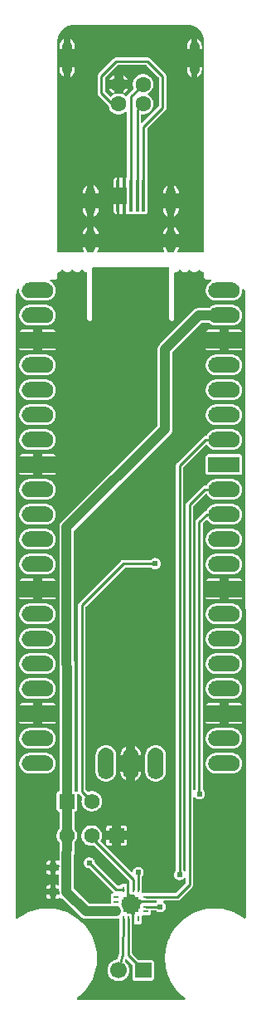
<source format=gtl>
G04 Layer: TopLayer*
G04 EasyEDA v6.5.40, 2024-08-19 02:38:51*
G04 a67cddfb3fce44daa9051d46cbbcc19f,10*
G04 Gerber Generator version 0.2*
G04 Scale: 100 percent, Rotated: No, Reflected: No *
G04 Dimensions in millimeters *
G04 leading zeros omitted , absolute positions ,4 integer and 5 decimal *
%FSLAX45Y45*%
%MOMM*%

%AMMACRO1*4,1,4,-1.5999,-0.8,-1.5999,0.8,1.5999,0.8,1.5999,-0.8,-1.5999,-0.8,0*%
%AMMACRO2*4,1,4,-1.5999,-0.8001,-1.5999,0.8001,1.5999,0.8001,1.5999,-0.8001,-1.5999,-0.8001,0*%
%AMMACRO3*21,1,$1,$2,0,0,$3*%
%ADD10C,0.2540*%
%ADD11C,1.0000*%
%ADD12R,0.8000X0.9000*%
%ADD13MACRO1*%
%ADD14MACRO2*%
%ADD15MACRO3,0.35X3.25X0.0000*%
%ADD16R,0.2500X0.6000*%
%ADD17R,0.6000X0.2500*%
%ADD18R,1.5000X1.5000*%
%ADD19R,1.5748X1.5748*%
%ADD20C,1.5748*%
%ADD21C,1.5240*%
%ADD22O,1.0999978000000001X2.3999952*%
%ADD23O,1.0999978000000001X2.7999944*%
%ADD24O,0.9999979999999999X3.4999930000000004*%
%ADD25C,1.6000*%
%ADD26R,1.7000X1.5748*%
%ADD27C,1.7000*%
%ADD28C,0.6200*%
%ADD29C,0.6100*%
%ADD30C,0.0140*%

%LPD*%
G36*
X461009Y7649972D02*
G01*
X457098Y7650734D01*
X453847Y7652969D01*
X451612Y7656271D01*
X450850Y7660131D01*
X450850Y9798964D01*
X451866Y9817506D01*
X454406Y9834422D01*
X458622Y9850983D01*
X464413Y9867036D01*
X471728Y9882479D01*
X480568Y9897110D01*
X490778Y9910775D01*
X502310Y9923373D01*
X514959Y9934854D01*
X528726Y9944963D01*
X543407Y9953701D01*
X558850Y9960965D01*
X574954Y9966655D01*
X591515Y9970770D01*
X608431Y9973208D01*
X625856Y9974072D01*
X1774139Y9974072D01*
X1792528Y9973106D01*
X1809445Y9970566D01*
X1826006Y9966401D01*
X1842058Y9960559D01*
X1857502Y9953244D01*
X1872081Y9944404D01*
X1885797Y9934194D01*
X1898396Y9922713D01*
X1909825Y9910013D01*
X1919986Y9896246D01*
X1928723Y9881565D01*
X1935988Y9866122D01*
X1941677Y9850018D01*
X1945792Y9833457D01*
X1948230Y9816541D01*
X1949094Y9799116D01*
X1949094Y7660131D01*
X1948332Y7656271D01*
X1946097Y7652969D01*
X1942795Y7650734D01*
X1938934Y7649972D01*
X1687779Y7649972D01*
X1683664Y7650835D01*
X1680311Y7653274D01*
X1678178Y7656880D01*
X1677670Y7660995D01*
X1678838Y7665008D01*
X1683562Y7673644D01*
X1687626Y7684465D01*
X1690065Y7695742D01*
X1690776Y7705902D01*
X1643837Y7705902D01*
X1643837Y7660131D01*
X1643075Y7656271D01*
X1640890Y7652969D01*
X1637588Y7650734D01*
X1633677Y7649972D01*
X1586331Y7649972D01*
X1582420Y7650734D01*
X1579118Y7652969D01*
X1576933Y7656271D01*
X1576171Y7660131D01*
X1576171Y7705902D01*
X1529232Y7705902D01*
X1529943Y7695742D01*
X1532382Y7684465D01*
X1536446Y7673644D01*
X1541119Y7665008D01*
X1542338Y7660995D01*
X1541830Y7656880D01*
X1539697Y7653274D01*
X1536293Y7650835D01*
X1532229Y7649972D01*
X867765Y7649972D01*
X863701Y7650835D01*
X860298Y7653274D01*
X858164Y7656880D01*
X857656Y7660995D01*
X858875Y7665008D01*
X863549Y7673644D01*
X867613Y7684465D01*
X870051Y7695742D01*
X870762Y7705902D01*
X823823Y7705902D01*
X823823Y7660131D01*
X823061Y7656271D01*
X820877Y7652969D01*
X817575Y7650734D01*
X813663Y7649972D01*
X766318Y7649972D01*
X762406Y7650734D01*
X759104Y7652969D01*
X756920Y7656271D01*
X756158Y7660131D01*
X756158Y7705902D01*
X709218Y7705902D01*
X709930Y7695742D01*
X712368Y7684465D01*
X716432Y7673644D01*
X721156Y7665008D01*
X722325Y7660995D01*
X721817Y7656880D01*
X719683Y7653274D01*
X716330Y7650835D01*
X712216Y7649972D01*
G37*

%LPC*%
G36*
X709218Y7838592D02*
G01*
X756158Y7838592D01*
X756158Y7910677D01*
X746252Y7905292D01*
X737057Y7898384D01*
X728878Y7890205D01*
X721969Y7880959D01*
X716432Y7870850D01*
X712368Y7860030D01*
X709930Y7848752D01*
G37*
G36*
X1643837Y7838592D02*
G01*
X1690776Y7838592D01*
X1690065Y7848752D01*
X1687626Y7860030D01*
X1683562Y7870850D01*
X1678025Y7880959D01*
X1671116Y7890205D01*
X1662938Y7898384D01*
X1653743Y7905292D01*
X1643837Y7910677D01*
G37*
G36*
X823823Y7838592D02*
G01*
X870762Y7838592D01*
X870051Y7848752D01*
X867613Y7860030D01*
X863549Y7870850D01*
X858062Y7880959D01*
X851103Y7890205D01*
X842975Y7898384D01*
X833729Y7905292D01*
X823823Y7910677D01*
G37*
G36*
X1529232Y7838592D02*
G01*
X1576171Y7838592D01*
X1576171Y7910677D01*
X1566265Y7905292D01*
X1557020Y7898384D01*
X1548892Y7890205D01*
X1541932Y7880959D01*
X1536446Y7870850D01*
X1532382Y7860030D01*
X1529943Y7848752D01*
G37*
G36*
X1576171Y8018830D02*
G01*
X1576171Y8100872D01*
X1529080Y8100872D01*
X1529080Y8092592D01*
X1529943Y8080756D01*
X1532382Y8069478D01*
X1536446Y8058658D01*
X1541932Y8048498D01*
X1548892Y8039252D01*
X1557020Y8031124D01*
X1566265Y8024215D01*
G37*
G36*
X756158Y8018830D02*
G01*
X756158Y8100872D01*
X709066Y8100872D01*
X709066Y8092592D01*
X709930Y8080756D01*
X712368Y8069478D01*
X716432Y8058658D01*
X721969Y8048498D01*
X728878Y8039252D01*
X737057Y8031124D01*
X746252Y8024215D01*
G37*
G36*
X1643837Y8018830D02*
G01*
X1653743Y8024215D01*
X1662938Y8031124D01*
X1671116Y8039252D01*
X1678025Y8048498D01*
X1683562Y8058658D01*
X1687626Y8069478D01*
X1690065Y8080756D01*
X1690928Y8092592D01*
X1690928Y8100872D01*
X1643837Y8100872D01*
G37*
G36*
X823823Y8018830D02*
G01*
X833729Y8024215D01*
X842975Y8031124D01*
X851103Y8039252D01*
X858062Y8048498D01*
X863549Y8058658D01*
X867613Y8069478D01*
X870051Y8080756D01*
X870915Y8092592D01*
X870915Y8100872D01*
X823823Y8100872D01*
G37*
G36*
X1053084Y8039353D02*
G01*
X1054912Y8039353D01*
X1054912Y8140141D01*
X1026566Y8140141D01*
X1026566Y8065820D01*
X1027277Y8059470D01*
X1029208Y8054035D01*
X1032306Y8049107D01*
X1036370Y8045043D01*
X1041298Y8041944D01*
X1046734Y8040065D01*
G37*
G36*
X1085088Y8039353D02*
G01*
X1086916Y8039353D01*
X1093266Y8040065D01*
X1099159Y8042097D01*
X1102512Y8042656D01*
X1105865Y8042097D01*
X1111758Y8040065D01*
X1118057Y8039353D01*
X1119886Y8039353D01*
X1119886Y8140141D01*
X1085088Y8140141D01*
G37*
G36*
X1150112Y8039353D02*
G01*
X1151940Y8039353D01*
X1158240Y8040065D01*
X1164132Y8042097D01*
X1167485Y8042656D01*
X1170838Y8042097D01*
X1176731Y8040065D01*
X1183081Y8039353D01*
X1216914Y8039353D01*
X1223264Y8040065D01*
X1229156Y8042097D01*
X1232509Y8042656D01*
X1235862Y8042097D01*
X1241755Y8040065D01*
X1248054Y8039353D01*
X1281938Y8039353D01*
X1288237Y8040065D01*
X1294130Y8042097D01*
X1297482Y8042656D01*
X1300835Y8042097D01*
X1306728Y8040065D01*
X1313078Y8039353D01*
X1346911Y8039353D01*
X1353261Y8040065D01*
X1358696Y8041944D01*
X1363624Y8045043D01*
X1367688Y8049107D01*
X1370787Y8054035D01*
X1372717Y8059470D01*
X1373428Y8065820D01*
X1373428Y8389670D01*
X1372717Y8395970D01*
X1370787Y8401456D01*
X1368958Y8405114D01*
X1368552Y8407908D01*
X1368552Y8909659D01*
X1369314Y8913571D01*
X1371549Y8916873D01*
X1551940Y9097314D01*
X1557070Y9103512D01*
X1560626Y9110218D01*
X1562811Y9117431D01*
X1563624Y9125458D01*
X1563624Y9449562D01*
X1562811Y9457588D01*
X1560626Y9464802D01*
X1557070Y9471507D01*
X1551990Y9477705D01*
X1402537Y9626904D01*
X1396339Y9631984D01*
X1389634Y9635540D01*
X1382420Y9637725D01*
X1374394Y9638538D01*
X1050544Y9638538D01*
X1042568Y9637776D01*
X1035303Y9635540D01*
X1028649Y9631984D01*
X1022400Y9626904D01*
X872998Y9477756D01*
X867867Y9471507D01*
X864311Y9464852D01*
X862126Y9457639D01*
X861314Y9449612D01*
X861314Y9275572D01*
X862126Y9267545D01*
X864311Y9260332D01*
X867867Y9253626D01*
X872998Y9247428D01*
X967943Y9152483D01*
X969670Y9150096D01*
X970686Y9147251D01*
X972718Y9137091D01*
X977188Y9123934D01*
X983284Y9111538D01*
X991006Y9100007D01*
X1000150Y9089593D01*
X1010564Y9080449D01*
X1022045Y9072778D01*
X1034491Y9066631D01*
X1047597Y9062212D01*
X1061161Y9059519D01*
X1075029Y9058605D01*
X1088847Y9059519D01*
X1102410Y9062212D01*
X1115517Y9066631D01*
X1127963Y9072778D01*
X1139444Y9080449D01*
X1144524Y9084919D01*
X1147876Y9086850D01*
X1151686Y9087408D01*
X1155446Y9086545D01*
X1158544Y9084310D01*
X1160678Y9081058D01*
X1161389Y9077299D01*
X1161389Y8426297D01*
X1160627Y8422436D01*
X1158392Y8419134D01*
X1155141Y8416899D01*
X1150112Y8416137D01*
X1150112Y8314639D01*
X1153515Y8312454D01*
X1155801Y8309152D01*
X1156614Y8305190D01*
X1156614Y8150301D01*
X1155801Y8146338D01*
X1153515Y8142986D01*
X1150112Y8140852D01*
G37*
G36*
X1529080Y8253577D02*
G01*
X1576171Y8253577D01*
X1576171Y8335670D01*
X1566265Y8330285D01*
X1557020Y8323376D01*
X1548892Y8315198D01*
X1541932Y8305952D01*
X1536446Y8295843D01*
X1532382Y8285022D01*
X1529943Y8273745D01*
X1529080Y8261858D01*
G37*
G36*
X823823Y8253577D02*
G01*
X870915Y8253577D01*
X870915Y8261858D01*
X870051Y8273745D01*
X867613Y8285022D01*
X863549Y8295843D01*
X858062Y8305952D01*
X851103Y8315198D01*
X842975Y8323376D01*
X833729Y8330285D01*
X823823Y8335670D01*
G37*
G36*
X1643837Y8253577D02*
G01*
X1690928Y8253577D01*
X1690928Y8261858D01*
X1690065Y8273745D01*
X1687626Y8285022D01*
X1683562Y8295843D01*
X1678025Y8305952D01*
X1671116Y8315198D01*
X1662938Y8323376D01*
X1653743Y8330285D01*
X1643837Y8335670D01*
G37*
G36*
X709066Y8253577D02*
G01*
X756158Y8253577D01*
X756158Y8335670D01*
X746252Y8330285D01*
X737057Y8323376D01*
X728878Y8315198D01*
X721969Y8305952D01*
X716432Y8295843D01*
X712368Y8285022D01*
X709930Y8273745D01*
X709066Y8261858D01*
G37*
G36*
X1026566Y8315350D02*
G01*
X1054912Y8315350D01*
X1054912Y8416137D01*
X1053084Y8416137D01*
X1046734Y8415426D01*
X1041298Y8413546D01*
X1036370Y8410448D01*
X1032306Y8406333D01*
X1029208Y8401456D01*
X1027277Y8395970D01*
X1026566Y8389670D01*
G37*
G36*
X1085088Y8315350D02*
G01*
X1119886Y8315350D01*
X1119886Y8416137D01*
X1118057Y8416137D01*
X1111758Y8415426D01*
X1105865Y8413394D01*
X1102512Y8412784D01*
X1099159Y8413394D01*
X1093266Y8415426D01*
X1086916Y8416137D01*
X1085088Y8416137D01*
G37*
G36*
X1881327Y9441586D02*
G01*
X1887931Y9444786D01*
X1897329Y9451136D01*
X1905609Y9458858D01*
X1912670Y9467748D01*
X1918360Y9477552D01*
X1922525Y9488119D01*
X1925015Y9499142D01*
X1925929Y9510877D01*
X1925929Y9541611D01*
X1881327Y9541611D01*
G37*
G36*
X518668Y9441586D02*
G01*
X518668Y9541611D01*
X474116Y9541611D01*
X474116Y9510877D01*
X474980Y9499142D01*
X477469Y9488119D01*
X481634Y9477552D01*
X487324Y9467748D01*
X494385Y9458858D01*
X502666Y9451136D01*
X512064Y9444786D01*
G37*
G36*
X1818639Y9441586D02*
G01*
X1818639Y9541611D01*
X1774088Y9541611D01*
X1774088Y9510877D01*
X1774952Y9499142D01*
X1777492Y9488119D01*
X1781606Y9477552D01*
X1787296Y9467748D01*
X1794357Y9458858D01*
X1802688Y9451136D01*
X1812036Y9444786D01*
G37*
G36*
X581355Y9441586D02*
G01*
X587959Y9444786D01*
X597306Y9451136D01*
X605637Y9458858D01*
X612698Y9467748D01*
X618388Y9477552D01*
X622503Y9488119D01*
X625043Y9499142D01*
X625906Y9510877D01*
X625906Y9541611D01*
X581355Y9541611D01*
G37*
G36*
X1881327Y9729317D02*
G01*
X1925929Y9729317D01*
X1925929Y9760102D01*
X1925015Y9771786D01*
X1922525Y9782860D01*
X1918360Y9793376D01*
X1912670Y9803231D01*
X1905609Y9812070D01*
X1897329Y9819792D01*
X1887931Y9826193D01*
X1881327Y9829342D01*
G37*
G36*
X1774088Y9729317D02*
G01*
X1818639Y9729317D01*
X1818639Y9829342D01*
X1812036Y9826193D01*
X1802688Y9819792D01*
X1794357Y9812070D01*
X1787296Y9803231D01*
X1781606Y9793376D01*
X1777492Y9782860D01*
X1774952Y9771786D01*
X1774088Y9760102D01*
G37*
G36*
X581355Y9729317D02*
G01*
X625906Y9729317D01*
X625906Y9760102D01*
X625043Y9771786D01*
X622503Y9782860D01*
X618388Y9793376D01*
X612698Y9803231D01*
X605637Y9812070D01*
X597306Y9819792D01*
X587959Y9826193D01*
X581355Y9829342D01*
G37*
G36*
X474116Y9729317D02*
G01*
X518668Y9729317D01*
X518668Y9829342D01*
X512064Y9826193D01*
X502666Y9819792D01*
X494385Y9812070D01*
X487324Y9803231D01*
X481634Y9793376D01*
X477469Y9782860D01*
X474980Y9771786D01*
X474116Y9760102D01*
G37*

%LPD*%
G36*
X1313789Y8972499D02*
G01*
X1309878Y8973261D01*
X1306576Y8975496D01*
X1304391Y8978798D01*
X1303629Y8982659D01*
X1303629Y9049156D01*
X1304442Y9053169D01*
X1306830Y9056573D01*
X1310335Y9058706D01*
X1314450Y9059265D01*
X1325016Y9058605D01*
X1338834Y9059519D01*
X1352397Y9062212D01*
X1365504Y9066631D01*
X1377950Y9072778D01*
X1389481Y9080449D01*
X1399895Y9089593D01*
X1408988Y9100007D01*
X1416710Y9111538D01*
X1422806Y9123934D01*
X1427276Y9137091D01*
X1429969Y9150654D01*
X1430883Y9164472D01*
X1429969Y9178290D01*
X1427276Y9191904D01*
X1422806Y9205010D01*
X1416710Y9217406D01*
X1408988Y9228937D01*
X1399895Y9239351D01*
X1389481Y9248495D01*
X1378153Y9256014D01*
X1375359Y9258808D01*
X1373835Y9262516D01*
X1373835Y9266478D01*
X1375359Y9270136D01*
X1378153Y9272930D01*
X1389481Y9280448D01*
X1399895Y9289592D01*
X1408988Y9300006D01*
X1416710Y9311538D01*
X1422806Y9323933D01*
X1427276Y9337090D01*
X1429969Y9350654D01*
X1430883Y9364472D01*
X1429969Y9378289D01*
X1427276Y9391904D01*
X1422806Y9405010D01*
X1416710Y9417405D01*
X1408988Y9428937D01*
X1399895Y9439351D01*
X1389481Y9448495D01*
X1377950Y9456166D01*
X1365504Y9462312D01*
X1352397Y9466732D01*
X1338834Y9469475D01*
X1325016Y9470339D01*
X1311198Y9469475D01*
X1297584Y9466732D01*
X1284478Y9462312D01*
X1272082Y9456166D01*
X1260551Y9448495D01*
X1250137Y9439351D01*
X1240993Y9428937D01*
X1233322Y9417405D01*
X1227175Y9405010D01*
X1222705Y9391904D01*
X1220012Y9378289D01*
X1219098Y9364472D01*
X1220012Y9350654D01*
X1222705Y9337090D01*
X1225854Y9327896D01*
X1226362Y9324187D01*
X1225499Y9320530D01*
X1223416Y9317431D01*
X1173073Y9267088D01*
X1167942Y9260890D01*
X1164386Y9254185D01*
X1162354Y9247530D01*
X1160424Y9243974D01*
X1157274Y9241434D01*
X1153414Y9240316D01*
X1149400Y9240824D01*
X1145895Y9242806D01*
X1139444Y9248495D01*
X1128166Y9256014D01*
X1125372Y9258808D01*
X1123848Y9262516D01*
X1123848Y9266478D01*
X1125372Y9270136D01*
X1128166Y9272930D01*
X1139444Y9280448D01*
X1149858Y9289592D01*
X1159002Y9300006D01*
X1166723Y9311538D01*
X1169974Y9318142D01*
X1121359Y9318142D01*
X1121359Y9274505D01*
X1120648Y9270746D01*
X1118565Y9267494D01*
X1115466Y9265259D01*
X1111707Y9264345D01*
X1107948Y9264904D01*
X1102410Y9266732D01*
X1088847Y9269476D01*
X1075029Y9270339D01*
X1061161Y9269476D01*
X1047597Y9266732D01*
X1042060Y9264904D01*
X1038301Y9264345D01*
X1034542Y9265259D01*
X1031443Y9267494D01*
X1029360Y9270746D01*
X1028649Y9274505D01*
X1028649Y9318142D01*
X980033Y9318142D01*
X983284Y9311538D01*
X991006Y9300006D01*
X1000150Y9289592D01*
X1010564Y9280448D01*
X1021842Y9272930D01*
X1024636Y9270136D01*
X1026160Y9266478D01*
X1026160Y9262516D01*
X1024636Y9258808D01*
X1021842Y9256014D01*
X1010564Y9248495D01*
X1002030Y9240977D01*
X998728Y9239097D01*
X994968Y9238488D01*
X991260Y9239300D01*
X988110Y9241434D01*
X941527Y9288068D01*
X939292Y9291370D01*
X938530Y9295282D01*
X938530Y9429851D01*
X939292Y9433712D01*
X941527Y9437014D01*
X1063040Y9558375D01*
X1066342Y9560560D01*
X1070203Y9561322D01*
X1354734Y9561322D01*
X1358595Y9560560D01*
X1361897Y9558375D01*
X1483410Y9437014D01*
X1485646Y9433712D01*
X1486408Y9429851D01*
X1486408Y9145168D01*
X1485646Y9141256D01*
X1483410Y9137954D01*
X1320952Y8975496D01*
X1317650Y8973261D01*
G37*

%LPC*%
G36*
X1121359Y9410801D02*
G01*
X1169974Y9410801D01*
X1166723Y9417405D01*
X1159002Y9428937D01*
X1149858Y9439351D01*
X1139444Y9448495D01*
X1127963Y9456166D01*
X1121359Y9459417D01*
G37*
G36*
X980033Y9410801D02*
G01*
X1028649Y9410801D01*
X1028649Y9459417D01*
X1022045Y9456166D01*
X1010564Y9448495D01*
X1000150Y9439351D01*
X991006Y9428937D01*
X983284Y9417405D01*
G37*

%LPD*%
G36*
X658063Y25908D02*
G01*
X653897Y26771D01*
X650443Y29311D01*
X648360Y32969D01*
X647954Y37185D01*
X649274Y41249D01*
X652170Y44348D01*
X654710Y46177D01*
X678942Y65684D01*
X701954Y86715D01*
X723595Y109118D01*
X743813Y132791D01*
X762558Y157632D01*
X779729Y183642D01*
X795274Y210616D01*
X809091Y238556D01*
X821182Y267258D01*
X831494Y296621D01*
X839978Y326593D01*
X846582Y357073D01*
X851306Y387858D01*
X854100Y418846D01*
X854964Y449986D01*
X854100Y481126D01*
X851306Y512165D01*
X846582Y542950D01*
X839978Y573379D01*
X831494Y603351D01*
X821182Y632764D01*
X809091Y661466D01*
X795274Y689356D01*
X779729Y716330D01*
X762558Y742340D01*
X743813Y767232D01*
X723595Y790905D01*
X701954Y813308D01*
X678942Y834288D01*
X654710Y853846D01*
X629310Y871880D01*
X602843Y888288D01*
X575411Y903020D01*
X547116Y916076D01*
X518058Y927353D01*
X488391Y936802D01*
X458165Y944422D01*
X427583Y950112D01*
X396646Y953973D01*
X365556Y955903D01*
X334416Y955903D01*
X303326Y953973D01*
X272440Y950112D01*
X241808Y944422D01*
X211582Y936802D01*
X181914Y927353D01*
X152908Y916076D01*
X124612Y903020D01*
X97180Y888288D01*
X70713Y871880D01*
X45313Y853846D01*
X42468Y851560D01*
X39116Y849782D01*
X35356Y849325D01*
X31699Y850290D01*
X28651Y852525D01*
X26619Y855726D01*
X25908Y859434D01*
X25908Y7199122D01*
X26873Y7217562D01*
X29413Y7234428D01*
X33578Y7250988D01*
X39420Y7267041D01*
X42468Y7273544D01*
X44805Y7276693D01*
X48158Y7278725D01*
X52069Y7279335D01*
X55880Y7278420D01*
X59080Y7276134D01*
X61163Y7272781D01*
X61823Y7268870D01*
X61569Y7260844D01*
X62534Y7248296D01*
X64160Y7239406D01*
X65074Y7235647D01*
X67818Y7227011D01*
X69088Y7223607D01*
X72796Y7215327D01*
X74523Y7212025D01*
X79197Y7204303D01*
X81330Y7201204D01*
X86918Y7194092D01*
X89408Y7191298D01*
X95808Y7184898D01*
X98602Y7182408D01*
X105714Y7176820D01*
X108813Y7174687D01*
X116585Y7170013D01*
X119887Y7168286D01*
X128117Y7164578D01*
X131622Y7163257D01*
X140258Y7160564D01*
X143865Y7159650D01*
X152755Y7158024D01*
X156464Y7157567D01*
X167690Y7156958D01*
X327101Y7156958D01*
X338328Y7157567D01*
X342036Y7158024D01*
X350926Y7159650D01*
X354482Y7160564D01*
X363169Y7163257D01*
X366725Y7164578D01*
X374954Y7168286D01*
X378206Y7170013D01*
X385978Y7174687D01*
X389077Y7176820D01*
X396189Y7182408D01*
X398983Y7184898D01*
X405384Y7191298D01*
X407873Y7194092D01*
X413461Y7201204D01*
X415543Y7204252D01*
X420217Y7211974D01*
X421995Y7215327D01*
X425704Y7223607D01*
X427024Y7227112D01*
X429717Y7235748D01*
X430631Y7239406D01*
X432257Y7248296D01*
X432663Y7251953D01*
X433222Y7260996D01*
X433222Y7264755D01*
X432257Y7277404D01*
X430631Y7286345D01*
X429717Y7290003D01*
X427024Y7298639D01*
X425704Y7302144D01*
X421995Y7310424D01*
X420217Y7313777D01*
X415543Y7321499D01*
X413410Y7324547D01*
X407822Y7331659D01*
X405384Y7334453D01*
X398983Y7340853D01*
X396189Y7343292D01*
X389077Y7348880D01*
X385978Y7351064D01*
X378968Y7355281D01*
X375818Y7358278D01*
X374192Y7362342D01*
X374446Y7366711D01*
X376478Y7370572D01*
X379984Y7373213D01*
X384251Y7374128D01*
X424332Y7374128D01*
X430834Y7374940D01*
X436372Y7377023D01*
X441502Y7380579D01*
X444550Y7383576D01*
X447192Y7387183D01*
X449681Y7392720D01*
X450850Y7400188D01*
X450850Y7440117D01*
X451408Y7443470D01*
X453085Y7446467D01*
X455625Y7448702D01*
X458724Y7450023D01*
X465734Y7451598D01*
X474116Y7455204D01*
X481736Y7460234D01*
X488340Y7466533D01*
X491693Y7471206D01*
X494639Y7473899D01*
X498398Y7475270D01*
X502361Y7475067D01*
X505968Y7473391D01*
X514858Y7463231D01*
X521970Y7457541D01*
X529996Y7453223D01*
X538683Y7450378D01*
X547725Y7449159D01*
X556818Y7449566D01*
X565708Y7451598D01*
X574141Y7455204D01*
X581710Y7460234D01*
X588314Y7466533D01*
X591718Y7471206D01*
X594664Y7473899D01*
X598373Y7475270D01*
X602386Y7475067D01*
X605993Y7473391D01*
X614883Y7463231D01*
X621995Y7457541D01*
X630021Y7453223D01*
X638708Y7450378D01*
X647750Y7449159D01*
X656844Y7449566D01*
X665734Y7451598D01*
X674116Y7455204D01*
X681736Y7460234D01*
X688340Y7466533D01*
X691692Y7471206D01*
X694639Y7473899D01*
X698398Y7475270D01*
X702360Y7475067D01*
X705967Y7473391D01*
X714857Y7463231D01*
X721969Y7457541D01*
X729996Y7453223D01*
X738682Y7450378D01*
X745286Y7449515D01*
X748741Y7448397D01*
X751586Y7446111D01*
X753465Y7443012D01*
X754075Y7439406D01*
X754075Y6977888D01*
X754888Y6971385D01*
X757123Y6965543D01*
X759053Y6962292D01*
X761492Y6959295D01*
X766216Y6955434D01*
X771601Y6952894D01*
X777595Y6951675D01*
X782624Y6951675D01*
X786333Y6952284D01*
X792073Y6954418D01*
X796899Y6957822D01*
X801065Y6962444D01*
X802894Y6965543D01*
X805129Y6971385D01*
X805891Y6977888D01*
X805891Y7489799D01*
X806704Y7493711D01*
X808888Y7497013D01*
X812190Y7499197D01*
X816051Y7499959D01*
X1583944Y7499959D01*
X1587804Y7499197D01*
X1591106Y7497013D01*
X1593342Y7493711D01*
X1594104Y7489799D01*
X1594104Y6977888D01*
X1594866Y6971385D01*
X1597101Y6965543D01*
X1599082Y6962292D01*
X1601470Y6959295D01*
X1606245Y6955434D01*
X1611579Y6952894D01*
X1617573Y6951675D01*
X1622602Y6951675D01*
X1626311Y6952284D01*
X1632051Y6954418D01*
X1636928Y6957822D01*
X1641043Y6962444D01*
X1642922Y6965543D01*
X1645107Y6971385D01*
X1645920Y6977888D01*
X1645920Y7439355D01*
X1646631Y7443165D01*
X1648714Y7446416D01*
X1651863Y7448600D01*
X1665732Y7451598D01*
X1674114Y7455204D01*
X1681734Y7460234D01*
X1688338Y7466533D01*
X1691690Y7471206D01*
X1694637Y7473899D01*
X1698396Y7475270D01*
X1702358Y7475067D01*
X1705965Y7473391D01*
X1714855Y7463231D01*
X1721967Y7457541D01*
X1729993Y7453223D01*
X1738680Y7450378D01*
X1747723Y7449159D01*
X1756816Y7449566D01*
X1765706Y7451598D01*
X1774139Y7455204D01*
X1781708Y7460234D01*
X1788312Y7466533D01*
X1791716Y7471206D01*
X1794662Y7473899D01*
X1798370Y7475270D01*
X1802384Y7475067D01*
X1805990Y7473391D01*
X1814880Y7463231D01*
X1821992Y7457541D01*
X1830019Y7453223D01*
X1838706Y7450378D01*
X1847748Y7449159D01*
X1856841Y7449566D01*
X1865731Y7451598D01*
X1874113Y7455204D01*
X1881733Y7460234D01*
X1888337Y7466533D01*
X1891690Y7471206D01*
X1894636Y7473899D01*
X1898396Y7475270D01*
X1902358Y7475067D01*
X1905965Y7473391D01*
X1914855Y7463231D01*
X1921967Y7457541D01*
X1929993Y7453223D01*
X1938680Y7450378D01*
X1943760Y7449058D01*
X1946605Y7446772D01*
X1948434Y7443673D01*
X1949094Y7440117D01*
X1949094Y7400594D01*
X1949856Y7394092D01*
X1951989Y7388555D01*
X1955495Y7383424D01*
X1958543Y7380376D01*
X1962150Y7377734D01*
X1967687Y7375245D01*
X1975154Y7374077D01*
X2015489Y7374077D01*
X2019757Y7373162D01*
X2023211Y7370521D01*
X2025243Y7366660D01*
X2025497Y7362291D01*
X2023922Y7358227D01*
X2020722Y7355230D01*
X2013813Y7351064D01*
X2010714Y7348880D01*
X2003602Y7343292D01*
X2000808Y7340853D01*
X1994407Y7334453D01*
X1991969Y7331659D01*
X1986381Y7324547D01*
X1984248Y7321499D01*
X1979574Y7313777D01*
X1977796Y7310424D01*
X1974088Y7302144D01*
X1972767Y7298639D01*
X1970074Y7290003D01*
X1969160Y7286345D01*
X1967534Y7277404D01*
X1966569Y7264755D01*
X1966569Y7260996D01*
X1967128Y7251953D01*
X1967534Y7248296D01*
X1969160Y7239406D01*
X1970074Y7235748D01*
X1972767Y7227112D01*
X1974088Y7223607D01*
X1977796Y7215327D01*
X1979574Y7211974D01*
X1984248Y7204252D01*
X1986330Y7201204D01*
X1991918Y7194092D01*
X1994407Y7191298D01*
X2000808Y7184898D01*
X2003602Y7182408D01*
X2010714Y7176820D01*
X2013813Y7174687D01*
X2021586Y7170013D01*
X2024837Y7168286D01*
X2033066Y7164578D01*
X2036622Y7163257D01*
X2045309Y7160564D01*
X2048865Y7159650D01*
X2057755Y7158024D01*
X2061464Y7157567D01*
X2072690Y7156958D01*
X2232101Y7156958D01*
X2243328Y7157567D01*
X2247036Y7158024D01*
X2255926Y7159650D01*
X2259533Y7160564D01*
X2268169Y7163257D01*
X2271674Y7164578D01*
X2279904Y7168286D01*
X2283206Y7170013D01*
X2290978Y7174687D01*
X2294077Y7176820D01*
X2301189Y7182408D01*
X2303983Y7184898D01*
X2310384Y7191298D01*
X2312873Y7194092D01*
X2318461Y7201204D01*
X2320594Y7204303D01*
X2325268Y7212025D01*
X2326995Y7215327D01*
X2330704Y7223607D01*
X2331974Y7227011D01*
X2334717Y7235647D01*
X2335631Y7239406D01*
X2337257Y7248296D01*
X2338222Y7260844D01*
X2337968Y7269378D01*
X2338578Y7273239D01*
X2340660Y7276592D01*
X2343861Y7278928D01*
X2347671Y7279843D01*
X2351582Y7279233D01*
X2354935Y7277201D01*
X2357272Y7274001D01*
X2360980Y7266127D01*
X2366670Y7250023D01*
X2370785Y7233462D01*
X2373223Y7216546D01*
X2374087Y7199122D01*
X2374138Y863244D01*
X2373172Y858977D01*
X2370480Y855471D01*
X2366568Y853440D01*
X2362149Y853287D01*
X2358085Y854964D01*
X2334310Y871880D01*
X2307844Y888288D01*
X2280412Y903020D01*
X2252116Y916076D01*
X2223058Y927353D01*
X2193391Y936802D01*
X2163165Y944422D01*
X2132584Y950112D01*
X2101646Y953973D01*
X2070557Y955903D01*
X2039416Y955903D01*
X2008327Y953973D01*
X1977440Y950112D01*
X1946808Y944422D01*
X1916582Y936802D01*
X1886915Y927353D01*
X1857908Y916076D01*
X1829612Y903020D01*
X1802180Y888288D01*
X1775714Y871880D01*
X1750314Y853846D01*
X1726031Y834288D01*
X1703070Y813308D01*
X1681378Y790905D01*
X1661160Y767232D01*
X1642414Y742340D01*
X1625244Y716330D01*
X1609699Y689356D01*
X1595882Y661466D01*
X1583791Y632764D01*
X1573479Y603351D01*
X1564995Y573379D01*
X1558391Y542950D01*
X1553718Y512165D01*
X1550873Y481126D01*
X1550009Y450037D01*
X1550873Y418846D01*
X1553718Y387858D01*
X1558391Y357073D01*
X1564995Y326593D01*
X1573479Y296621D01*
X1583791Y267258D01*
X1595882Y238556D01*
X1609699Y210616D01*
X1625244Y183642D01*
X1642414Y157632D01*
X1661160Y132791D01*
X1681378Y109118D01*
X1703070Y86715D01*
X1726031Y65684D01*
X1750314Y46177D01*
X1752854Y44348D01*
X1755698Y41249D01*
X1757070Y37185D01*
X1756613Y32969D01*
X1754530Y29311D01*
X1751126Y26771D01*
X1746961Y25908D01*
G37*

%LPC*%
G36*
X1069441Y214172D02*
G01*
X1083665Y214629D01*
X1097686Y216916D01*
X1111300Y220929D01*
X1124305Y226669D01*
X1136446Y234035D01*
X1147572Y242925D01*
X1157427Y253136D01*
X1165910Y264515D01*
X1172921Y276910D01*
X1178255Y290068D01*
X1181862Y303784D01*
X1183640Y317906D01*
X1183640Y332079D01*
X1181862Y346202D01*
X1178255Y359918D01*
X1172921Y373126D01*
X1165910Y385470D01*
X1157427Y396900D01*
X1147572Y407060D01*
X1143812Y410057D01*
X1141272Y413105D01*
X1140053Y416864D01*
X1140358Y420776D01*
X1143660Y432358D01*
X1145590Y436067D01*
X1148892Y438708D01*
X1152956Y439724D01*
X1157071Y439064D01*
X1160627Y436778D01*
X1213104Y384251D01*
X1215339Y381000D01*
X1216101Y377088D01*
X1216101Y246837D01*
X1216812Y240487D01*
X1218692Y235051D01*
X1221790Y230124D01*
X1225905Y226060D01*
X1230782Y222961D01*
X1236268Y221081D01*
X1242568Y220370D01*
X1411427Y220370D01*
X1417726Y221081D01*
X1423212Y222961D01*
X1428089Y226060D01*
X1432204Y230124D01*
X1435303Y235051D01*
X1437182Y240487D01*
X1437894Y246837D01*
X1437894Y403148D01*
X1437182Y409498D01*
X1435303Y414934D01*
X1432204Y419862D01*
X1428089Y423926D01*
X1423212Y427024D01*
X1417726Y428955D01*
X1411427Y429666D01*
X1281176Y429666D01*
X1277264Y430428D01*
X1273962Y432612D01*
X1216609Y490016D01*
X1214374Y493318D01*
X1213612Y497179D01*
X1213612Y849477D01*
X1213408Y851966D01*
X1213408Y879449D01*
X1212697Y885799D01*
X1210767Y891235D01*
X1207719Y896112D01*
X1203604Y900226D01*
X1198727Y903274D01*
X1193241Y905205D01*
X1186942Y905916D01*
X1166317Y905916D01*
X1162405Y906678D01*
X1159103Y908913D01*
X1156919Y912164D01*
X1156157Y916076D01*
X1156157Y956157D01*
X1125321Y956157D01*
X1121613Y956868D01*
X1118412Y958850D01*
X1106576Y976121D01*
X1105916Y979830D01*
X1105916Y986739D01*
X1105204Y993038D01*
X1103985Y996442D01*
X1103426Y999794D01*
X1103985Y1003147D01*
X1105204Y1006551D01*
X1105916Y1012850D01*
X1105916Y1033678D01*
X1106678Y1037590D01*
X1108862Y1040892D01*
X1112164Y1043076D01*
X1116076Y1043838D01*
X1156157Y1043838D01*
X1156157Y1098702D01*
X1156512Y1101496D01*
X1157681Y1104087D01*
X1160627Y1108760D01*
X1162558Y1114247D01*
X1163269Y1120546D01*
X1163269Y1179372D01*
X1162253Y1188262D01*
X1162253Y1205839D01*
X1156614Y1205179D01*
X1153210Y1204010D01*
X1149858Y1203401D01*
X1146505Y1204010D01*
X1143101Y1205179D01*
X1136751Y1205890D01*
X1112926Y1205890D01*
X1106576Y1205179D01*
X1101140Y1203248D01*
X1096213Y1200200D01*
X1092149Y1196086D01*
X1090422Y1193342D01*
X1088136Y1190802D01*
X1085138Y1189177D01*
X1081786Y1188567D01*
X1070203Y1188567D01*
X1066342Y1189380D01*
X1063040Y1191564D01*
X837793Y1416812D01*
X835761Y1419707D01*
X834847Y1423162D01*
X834136Y1431544D01*
X831697Y1440840D01*
X827735Y1449628D01*
X822299Y1457655D01*
X815644Y1464614D01*
X807872Y1470355D01*
X799287Y1474673D01*
X790041Y1477518D01*
X780491Y1478737D01*
X770839Y1478330D01*
X761390Y1476298D01*
X752449Y1472692D01*
X744270Y1467612D01*
X737006Y1461262D01*
X730961Y1453743D01*
X726236Y1445361D01*
X723036Y1436217D01*
X721410Y1426718D01*
X721410Y1417066D01*
X723036Y1407566D01*
X726236Y1398473D01*
X730961Y1390040D01*
X737006Y1382572D01*
X744270Y1376172D01*
X752449Y1371142D01*
X761390Y1367536D01*
X770839Y1365504D01*
X776325Y1365250D01*
X779983Y1364437D01*
X783082Y1362303D01*
X1016609Y1128776D01*
X1018895Y1125372D01*
X1019606Y1121359D01*
X1018692Y1117396D01*
X1016304Y1114094D01*
X1012799Y1112012D01*
X1008786Y1110589D01*
X1003858Y1107490D01*
X999794Y1103426D01*
X996696Y1098499D01*
X994816Y1093063D01*
X994105Y1086713D01*
X994105Y1062888D01*
X994816Y1056538D01*
X995984Y1053134D01*
X996543Y1049782D01*
X995984Y1046429D01*
X994816Y1043025D01*
X994105Y1036726D01*
X994105Y1012850D01*
X993749Y1007770D01*
X991666Y1004112D01*
X988212Y1001623D01*
X984097Y1000709D01*
X780846Y1000709D01*
X776935Y1001471D01*
X773633Y1003706D01*
X623874Y1153464D01*
X621690Y1156766D01*
X620928Y1160627D01*
X620979Y1375054D01*
X621792Y1624279D01*
X622452Y1627835D01*
X624281Y1630933D01*
X629005Y1636318D01*
X636625Y1647698D01*
X642670Y1659940D01*
X647039Y1672894D01*
X649732Y1686356D01*
X650646Y1699971D01*
X649732Y1713636D01*
X647039Y1727098D01*
X642670Y1740052D01*
X636625Y1752295D01*
X629005Y1763674D01*
X624890Y1768348D01*
X623011Y1771497D01*
X622401Y1775104D01*
X623214Y1935988D01*
X623874Y1939594D01*
X625805Y1942744D01*
X628700Y1944979D01*
X637946Y1947976D01*
X642874Y1951075D01*
X646938Y1955139D01*
X650036Y1960067D01*
X651916Y1965502D01*
X652627Y1971802D01*
X652627Y2120747D01*
X653491Y2124760D01*
X655878Y2128164D01*
X659384Y2130298D01*
X663448Y2130856D01*
X667461Y2129790D01*
X670661Y2127199D01*
X673100Y2124252D01*
X701344Y2095957D01*
X703478Y2092858D01*
X704342Y2089200D01*
X703783Y2085492D01*
X700938Y2077059D01*
X698246Y2063648D01*
X697382Y2049983D01*
X698246Y2036318D01*
X700938Y2022906D01*
X705358Y2009952D01*
X711403Y1997659D01*
X718972Y1986280D01*
X728014Y1976018D01*
X738327Y1966975D01*
X749706Y1959406D01*
X761949Y1953310D01*
X774903Y1948942D01*
X788365Y1946249D01*
X801979Y1945386D01*
X815644Y1946249D01*
X829056Y1948942D01*
X842060Y1953310D01*
X854303Y1959406D01*
X865682Y1966975D01*
X875995Y1976018D01*
X884986Y1986280D01*
X892606Y1997659D01*
X898652Y2009952D01*
X903071Y2022906D01*
X905713Y2036318D01*
X906627Y2049983D01*
X905713Y2063648D01*
X903071Y2077059D01*
X898652Y2090013D01*
X892606Y2102307D01*
X884986Y2113686D01*
X875995Y2123998D01*
X865682Y2132990D01*
X854303Y2140610D01*
X842060Y2146655D01*
X829056Y2151075D01*
X815644Y2153716D01*
X801979Y2154631D01*
X788365Y2153716D01*
X774903Y2151075D01*
X766368Y2148179D01*
X762660Y2147620D01*
X759002Y2148484D01*
X755904Y2150567D01*
X741629Y2164892D01*
X739394Y2168194D01*
X738632Y2172106D01*
X738632Y4029811D01*
X739394Y4033723D01*
X741629Y4037025D01*
X1137970Y4433366D01*
X1141272Y4435602D01*
X1145184Y4436364D01*
X1404264Y4436364D01*
X1407871Y4435703D01*
X1410970Y4433824D01*
X1416202Y4429252D01*
X1424381Y4424222D01*
X1433322Y4420616D01*
X1442770Y4418584D01*
X1452422Y4418177D01*
X1461973Y4419396D01*
X1471218Y4422241D01*
X1479804Y4426559D01*
X1487576Y4432300D01*
X1494231Y4439259D01*
X1499666Y4447235D01*
X1503629Y4456023D01*
X1506067Y4465370D01*
X1506880Y4474972D01*
X1506067Y4484624D01*
X1503629Y4493920D01*
X1499666Y4502708D01*
X1494231Y4510735D01*
X1487576Y4517694D01*
X1479804Y4523435D01*
X1471218Y4527753D01*
X1461973Y4530598D01*
X1452422Y4531817D01*
X1442770Y4531410D01*
X1433322Y4529378D01*
X1424381Y4525772D01*
X1416202Y4520692D01*
X1410970Y4516120D01*
X1407820Y4514240D01*
X1404213Y4513580D01*
X1125474Y4513580D01*
X1117447Y4512767D01*
X1110234Y4510582D01*
X1103528Y4507026D01*
X1097330Y4501896D01*
X673100Y4077665D01*
X667969Y4071467D01*
X664413Y4064762D01*
X662228Y4057548D01*
X661416Y4049522D01*
X661416Y2154885D01*
X660654Y2151024D01*
X658418Y2147722D01*
X655167Y2145538D01*
X651256Y2144725D01*
X647344Y2145538D01*
X644093Y2147722D01*
X642874Y2148941D01*
X637946Y2152040D01*
X629056Y2155088D01*
X626262Y2157323D01*
X624433Y2160422D01*
X623773Y2163978D01*
X620979Y4809337D01*
X621741Y4813249D01*
X623925Y4816551D01*
X1605432Y5798108D01*
X1612493Y5806948D01*
X1617116Y5814568D01*
X1618234Y5816752D01*
X1621637Y5824982D01*
X1622399Y5827318D01*
X1624533Y5835954D01*
X1624939Y5838393D01*
X1625752Y5847232D01*
X1625803Y6624218D01*
X1626565Y6628130D01*
X1628800Y6631431D01*
X1928266Y6930847D01*
X1931568Y6933082D01*
X1935480Y6933844D01*
X1993950Y6933590D01*
X1997506Y6932930D01*
X2000605Y6931050D01*
X2003602Y6928408D01*
X2010714Y6922820D01*
X2013813Y6920687D01*
X2021586Y6916013D01*
X2024837Y6914286D01*
X2033066Y6910578D01*
X2036622Y6909257D01*
X2045309Y6906564D01*
X2048865Y6905650D01*
X2057755Y6904024D01*
X2061464Y6903567D01*
X2072690Y6902958D01*
X2232101Y6902958D01*
X2243328Y6903567D01*
X2247036Y6904024D01*
X2255926Y6905650D01*
X2259533Y6906564D01*
X2268169Y6909257D01*
X2271674Y6910578D01*
X2279904Y6914286D01*
X2283206Y6916013D01*
X2290978Y6920687D01*
X2294077Y6922820D01*
X2301189Y6928408D01*
X2303983Y6930898D01*
X2310384Y6937298D01*
X2312873Y6940092D01*
X2318461Y6947204D01*
X2320594Y6950303D01*
X2325268Y6958025D01*
X2326995Y6961327D01*
X2330704Y6969607D01*
X2331974Y6973011D01*
X2334717Y6981647D01*
X2335631Y6985406D01*
X2337257Y6994296D01*
X2337663Y6997953D01*
X2338222Y7006996D01*
X2338222Y7010755D01*
X2337257Y7023404D01*
X2335631Y7032345D01*
X2334717Y7036104D01*
X2331974Y7044740D01*
X2330704Y7048144D01*
X2326995Y7056424D01*
X2325268Y7059726D01*
X2320594Y7067448D01*
X2318410Y7070547D01*
X2312822Y7077659D01*
X2310384Y7080453D01*
X2303983Y7086853D01*
X2301189Y7089292D01*
X2294077Y7094880D01*
X2290978Y7097064D01*
X2283206Y7101738D01*
X2279904Y7103465D01*
X2271674Y7107174D01*
X2268169Y7108494D01*
X2259533Y7111187D01*
X2255875Y7112101D01*
X2246985Y7113727D01*
X2243328Y7114133D01*
X2232101Y7114743D01*
X2072690Y7114743D01*
X2061464Y7114133D01*
X2057806Y7113727D01*
X2048916Y7112101D01*
X2045309Y7111187D01*
X2036622Y7108494D01*
X2033066Y7107174D01*
X2024837Y7103465D01*
X2021586Y7101738D01*
X2013813Y7097064D01*
X2010714Y7094880D01*
X2002078Y7087971D01*
X1998929Y7086092D01*
X1995322Y7085431D01*
X1897227Y7085736D01*
X1888743Y7084974D01*
X1886000Y7084517D01*
X1877669Y7082485D01*
X1867103Y7078319D01*
X1864614Y7077100D01*
X1857298Y7072680D01*
X1854962Y7071055D01*
X1848408Y7065619D01*
X1494383Y6711645D01*
X1487322Y6702806D01*
X1482699Y6695186D01*
X1481582Y6693001D01*
X1478178Y6684772D01*
X1477416Y6682435D01*
X1475282Y6673799D01*
X1474876Y6671360D01*
X1474063Y6662521D01*
X1474012Y5885535D01*
X1473250Y5881624D01*
X1471015Y5878322D01*
X489458Y4896662D01*
X483819Y4889906D01*
X482346Y4887823D01*
X476656Y4878019D01*
X473303Y4869891D01*
X472490Y4867452D01*
X469950Y4856378D01*
X469138Y4847640D01*
X471982Y2163978D01*
X471119Y2159863D01*
X468630Y2156460D01*
X465023Y2154326D01*
X457962Y2151989D01*
X453135Y2148941D01*
X449072Y2144826D01*
X445973Y2139950D01*
X444042Y2134463D01*
X443331Y2128164D01*
X443331Y1971802D01*
X444042Y1965502D01*
X445973Y1960067D01*
X449072Y1955139D01*
X453135Y1951075D01*
X458063Y1947976D01*
X464566Y1945690D01*
X468172Y1943506D01*
X470560Y1940102D01*
X471373Y1936038D01*
X470560Y1776120D01*
X469900Y1772564D01*
X468071Y1769465D01*
X462991Y1763674D01*
X455371Y1752295D01*
X449326Y1740052D01*
X444957Y1727098D01*
X442264Y1713636D01*
X441350Y1699971D01*
X442264Y1686356D01*
X444957Y1672894D01*
X449326Y1659940D01*
X455371Y1647698D01*
X462991Y1636318D01*
X467410Y1631238D01*
X469290Y1628089D01*
X469950Y1624533D01*
X469442Y1452829D01*
X468680Y1449070D01*
X466598Y1445869D01*
X463448Y1443634D01*
X459689Y1442720D01*
X455879Y1443278D01*
X450748Y1445107D01*
X444398Y1445818D01*
X431342Y1445818D01*
X431342Y1403756D01*
X459079Y1403756D01*
X462991Y1402994D01*
X466293Y1400759D01*
X468477Y1397457D01*
X469239Y1393545D01*
X469087Y1356207D01*
X468325Y1352346D01*
X466090Y1349044D01*
X462788Y1346809D01*
X458927Y1346047D01*
X431342Y1346047D01*
X431342Y1303985D01*
X444398Y1303985D01*
X450748Y1304696D01*
X455574Y1306372D01*
X459384Y1306931D01*
X463143Y1306068D01*
X466242Y1303832D01*
X468325Y1300581D01*
X469087Y1296822D01*
X469087Y1203096D01*
X468376Y1199337D01*
X466293Y1196086D01*
X463143Y1193850D01*
X459384Y1192936D01*
X455574Y1193495D01*
X450748Y1195171D01*
X444449Y1195882D01*
X431342Y1195882D01*
X431342Y1153871D01*
X458927Y1153871D01*
X462838Y1153058D01*
X466090Y1150874D01*
X468325Y1147622D01*
X469087Y1143711D01*
X469138Y1122273D01*
X469950Y1113688D01*
X471068Y1108354D01*
X470966Y1103884D01*
X468985Y1099870D01*
X465480Y1097127D01*
X461111Y1096162D01*
X431342Y1096162D01*
X431342Y1054100D01*
X444449Y1054100D01*
X450748Y1054811D01*
X456234Y1056690D01*
X461111Y1059789D01*
X465226Y1063904D01*
X466394Y1065784D01*
X469239Y1068730D01*
X472948Y1070305D01*
X477062Y1070305D01*
X480771Y1068730D01*
X483616Y1065784D01*
X484784Y1063904D01*
X488899Y1059789D01*
X493776Y1056690D01*
X499262Y1054811D01*
X505409Y1054100D01*
X508660Y1053185D01*
X511454Y1051204D01*
X693420Y869289D01*
X702259Y862228D01*
X709879Y857605D01*
X712063Y856487D01*
X720293Y853084D01*
X722630Y852322D01*
X731266Y850188D01*
X733704Y849782D01*
X742543Y848969D01*
X1049680Y848918D01*
X1061364Y849782D01*
X1072388Y852322D01*
X1076299Y852982D01*
X1080160Y852169D01*
X1083411Y849884D01*
X1085545Y846582D01*
X1086256Y842670D01*
X1081379Y496976D01*
X1080973Y494334D01*
X1066139Y442010D01*
X1064260Y438404D01*
X1061161Y435813D01*
X1057300Y434644D01*
X1055319Y434441D01*
X1041450Y431292D01*
X1028090Y426415D01*
X1015492Y419811D01*
X1003858Y411683D01*
X993343Y402132D01*
X984148Y391312D01*
X976376Y379425D01*
X970229Y366623D01*
X965758Y353110D01*
X963015Y339191D01*
X962101Y325018D01*
X963015Y310794D01*
X965758Y296875D01*
X970229Y283362D01*
X976376Y270560D01*
X984148Y258673D01*
X993343Y247853D01*
X1003858Y238302D01*
X1015492Y230174D01*
X1028090Y223621D01*
X1041450Y218694D01*
X1055319Y215544D01*
G37*
G36*
X1262938Y794054D02*
G01*
X1286764Y794054D01*
X1293114Y794766D01*
X1298549Y796696D01*
X1303477Y799795D01*
X1307541Y803859D01*
X1310640Y808786D01*
X1312570Y814222D01*
X1313281Y820572D01*
X1313281Y876198D01*
X1314043Y880110D01*
X1316228Y883412D01*
X1319530Y885596D01*
X1323441Y886358D01*
X1379423Y886358D01*
X1385722Y887069D01*
X1391208Y889000D01*
X1396085Y892098D01*
X1400200Y896162D01*
X1403248Y901090D01*
X1405178Y906526D01*
X1405890Y912876D01*
X1405890Y926185D01*
X1406652Y930097D01*
X1408887Y933399D01*
X1412138Y935583D01*
X1416050Y936345D01*
X1454200Y936396D01*
X1457807Y935786D01*
X1460957Y933907D01*
X1466189Y929284D01*
X1474368Y924204D01*
X1483360Y920597D01*
X1492758Y918565D01*
X1502410Y918159D01*
X1511960Y919378D01*
X1521206Y922223D01*
X1529791Y926592D01*
X1537563Y932281D01*
X1544269Y939292D01*
X1549654Y947267D01*
X1553616Y956056D01*
X1556054Y965403D01*
X1556867Y975004D01*
X1556054Y984605D01*
X1553616Y993952D01*
X1549654Y1002741D01*
X1544269Y1010716D01*
X1534718Y1020876D01*
X1533448Y1024890D01*
X1533906Y1029106D01*
X1536039Y1032713D01*
X1539443Y1035202D01*
X1543558Y1036066D01*
X1674368Y1036066D01*
X1682394Y1036878D01*
X1689607Y1039063D01*
X1696313Y1042619D01*
X1702511Y1047750D01*
X1827022Y1172260D01*
X1832152Y1178458D01*
X1835708Y1185164D01*
X1837893Y1192377D01*
X1838706Y1200404D01*
X1838706Y2081987D01*
X1839518Y2086000D01*
X1841906Y2089404D01*
X1845462Y2091537D01*
X1849577Y2092096D01*
X1853539Y2090978D01*
X1856739Y2088337D01*
X1858924Y2085644D01*
X1866188Y2079294D01*
X1874367Y2074214D01*
X1883359Y2070607D01*
X1892757Y2068575D01*
X1902409Y2068169D01*
X1911959Y2069388D01*
X1921205Y2072233D01*
X1929790Y2076551D01*
X1937562Y2082292D01*
X1944268Y2089251D01*
X1949653Y2097278D01*
X1953615Y2106066D01*
X1956054Y2115362D01*
X1956866Y2125014D01*
X1956054Y2134616D01*
X1953615Y2143963D01*
X1949653Y2152751D01*
X1944268Y2160727D01*
X1941372Y2163724D01*
X1939239Y2166975D01*
X1938528Y2170785D01*
X1938528Y4879695D01*
X1939289Y4883607D01*
X1941525Y4886909D01*
X1970989Y4916373D01*
X1974545Y4918710D01*
X1978761Y4919319D01*
X1982876Y4918202D01*
X1986178Y4915458D01*
X1991918Y4908092D01*
X1994407Y4905298D01*
X2000808Y4898898D01*
X2003602Y4896408D01*
X2010714Y4890820D01*
X2013813Y4888687D01*
X2021586Y4884013D01*
X2024837Y4882286D01*
X2033066Y4878578D01*
X2036622Y4877257D01*
X2045309Y4874564D01*
X2048865Y4873650D01*
X2057755Y4872024D01*
X2061464Y4871567D01*
X2072690Y4870958D01*
X2232101Y4870958D01*
X2243328Y4871567D01*
X2247036Y4872024D01*
X2255926Y4873650D01*
X2259533Y4874564D01*
X2268169Y4877257D01*
X2271674Y4878578D01*
X2279904Y4882286D01*
X2283206Y4884013D01*
X2290978Y4888687D01*
X2294077Y4890820D01*
X2301189Y4896408D01*
X2303983Y4898898D01*
X2310384Y4905298D01*
X2312873Y4908092D01*
X2318461Y4915204D01*
X2320594Y4918303D01*
X2325268Y4926025D01*
X2326995Y4929327D01*
X2330704Y4937607D01*
X2331974Y4941011D01*
X2334717Y4949647D01*
X2335631Y4953406D01*
X2337257Y4962296D01*
X2337663Y4965954D01*
X2338222Y4974996D01*
X2338222Y4978755D01*
X2337663Y4987798D01*
X2337257Y4991455D01*
X2335631Y5000345D01*
X2334717Y5004104D01*
X2331974Y5012740D01*
X2330704Y5016144D01*
X2326995Y5024424D01*
X2325268Y5027726D01*
X2320594Y5035448D01*
X2318461Y5038547D01*
X2312873Y5045659D01*
X2310333Y5048504D01*
X2303932Y5054904D01*
X2301240Y5057292D01*
X2294077Y5062880D01*
X2290978Y5065064D01*
X2283206Y5069738D01*
X2279904Y5071465D01*
X2271674Y5075174D01*
X2268169Y5076494D01*
X2259533Y5079187D01*
X2255926Y5080101D01*
X2247036Y5081727D01*
X2243328Y5082184D01*
X2232101Y5082794D01*
X2072690Y5082794D01*
X2061464Y5082184D01*
X2057755Y5081727D01*
X2048865Y5080101D01*
X2045309Y5079187D01*
X2036622Y5076494D01*
X2033066Y5075174D01*
X2024837Y5071465D01*
X2021586Y5069738D01*
X2013813Y5065064D01*
X2010714Y5062880D01*
X2003552Y5057292D01*
X2000859Y5054904D01*
X1994458Y5048504D01*
X1991918Y5045659D01*
X1986330Y5038547D01*
X1984248Y5035499D01*
X1979625Y5027879D01*
X1975815Y5020056D01*
X1973275Y5016754D01*
X1969668Y5014772D01*
X1962150Y5012486D01*
X1955444Y5008930D01*
X1949246Y5003800D01*
X1872996Y4927549D01*
X1867865Y4921351D01*
X1864309Y4914646D01*
X1862124Y4907432D01*
X1861312Y4899406D01*
X1861312Y2170887D01*
X1860753Y2167483D01*
X1859076Y2164486D01*
X1856739Y2161641D01*
X1853539Y2159000D01*
X1849577Y2157882D01*
X1845462Y2158441D01*
X1841906Y2160574D01*
X1839518Y2163978D01*
X1838655Y2167991D01*
X1838706Y5055158D01*
X1839518Y5058918D01*
X1841703Y5062169D01*
X1962912Y5183378D01*
X1965909Y5185460D01*
X1969465Y5186324D01*
X1973122Y5185867D01*
X1976374Y5184140D01*
X1978812Y5181396D01*
X1984248Y5172252D01*
X1986330Y5169204D01*
X1991918Y5162092D01*
X1994407Y5159298D01*
X2000808Y5152898D01*
X2003602Y5150408D01*
X2010714Y5144820D01*
X2013813Y5142687D01*
X2021586Y5138013D01*
X2024837Y5136286D01*
X2033066Y5132578D01*
X2036622Y5131257D01*
X2045309Y5128564D01*
X2048865Y5127650D01*
X2057755Y5126024D01*
X2061464Y5125567D01*
X2072690Y5124958D01*
X2232101Y5124958D01*
X2243328Y5125567D01*
X2247036Y5126024D01*
X2255926Y5127650D01*
X2259533Y5128564D01*
X2268169Y5131257D01*
X2271674Y5132578D01*
X2279904Y5136286D01*
X2283206Y5138013D01*
X2290978Y5142687D01*
X2294077Y5144820D01*
X2301189Y5150408D01*
X2303983Y5152898D01*
X2310384Y5159298D01*
X2312873Y5162092D01*
X2318461Y5169204D01*
X2320594Y5172303D01*
X2325268Y5180025D01*
X2326995Y5183327D01*
X2330704Y5191607D01*
X2331974Y5195011D01*
X2334717Y5203647D01*
X2335631Y5207406D01*
X2337257Y5216296D01*
X2337663Y5219954D01*
X2338222Y5228996D01*
X2338222Y5232755D01*
X2337663Y5241798D01*
X2337257Y5245455D01*
X2335631Y5254345D01*
X2334717Y5258104D01*
X2331974Y5266740D01*
X2330704Y5270144D01*
X2326995Y5278424D01*
X2325268Y5281726D01*
X2320594Y5289448D01*
X2318461Y5292547D01*
X2312873Y5299659D01*
X2310333Y5302504D01*
X2303932Y5308904D01*
X2301240Y5311292D01*
X2294077Y5316880D01*
X2290978Y5319064D01*
X2283206Y5323738D01*
X2279904Y5325465D01*
X2271674Y5329174D01*
X2268169Y5330494D01*
X2259533Y5333187D01*
X2255926Y5334101D01*
X2247036Y5335727D01*
X2243328Y5336184D01*
X2232101Y5336794D01*
X2072690Y5336794D01*
X2061464Y5336184D01*
X2057755Y5335727D01*
X2048865Y5334101D01*
X2045309Y5333187D01*
X2036622Y5330494D01*
X2033066Y5329174D01*
X2024837Y5325465D01*
X2021586Y5323738D01*
X2013813Y5319064D01*
X2010714Y5316880D01*
X2003552Y5311292D01*
X2000859Y5308904D01*
X1994458Y5302504D01*
X1991918Y5299659D01*
X1986330Y5292547D01*
X1984248Y5289499D01*
X1979625Y5281879D01*
X1976323Y5275173D01*
X1974088Y5272176D01*
X1970887Y5270195D01*
X1967230Y5269484D01*
X1956307Y5269484D01*
X1948281Y5268671D01*
X1941068Y5266486D01*
X1934362Y5262930D01*
X1928164Y5257800D01*
X1773174Y5102809D01*
X1768043Y5096611D01*
X1764487Y5089906D01*
X1762302Y5082692D01*
X1761489Y5074666D01*
X1761489Y1345387D01*
X1760677Y1341475D01*
X1758442Y1338173D01*
X1755139Y1335989D01*
X1751177Y1335227D01*
X1747266Y1336090D01*
X1744014Y1338376D01*
X1741424Y1341069D01*
X1739341Y1344269D01*
X1738630Y1348079D01*
X1738630Y5454751D01*
X1739392Y5458663D01*
X1741627Y5461965D01*
X1965909Y5686247D01*
X1968906Y5688330D01*
X1972462Y5689193D01*
X1976120Y5688787D01*
X1979320Y5687060D01*
X1981758Y5684316D01*
X1986330Y5677204D01*
X1991918Y5670092D01*
X1994407Y5667298D01*
X2000808Y5660898D01*
X2003602Y5658408D01*
X2010714Y5652820D01*
X2013813Y5650687D01*
X2021586Y5646013D01*
X2024837Y5644286D01*
X2033066Y5640578D01*
X2036622Y5639257D01*
X2045309Y5636564D01*
X2048865Y5635650D01*
X2057755Y5634024D01*
X2061464Y5633567D01*
X2072690Y5632958D01*
X2232101Y5632958D01*
X2243328Y5633567D01*
X2247036Y5634024D01*
X2255926Y5635650D01*
X2259533Y5636564D01*
X2268169Y5639257D01*
X2271674Y5640578D01*
X2279904Y5644286D01*
X2283206Y5646013D01*
X2290978Y5650687D01*
X2294077Y5652820D01*
X2301189Y5658408D01*
X2303983Y5660898D01*
X2310384Y5667298D01*
X2312873Y5670092D01*
X2318461Y5677204D01*
X2320594Y5680303D01*
X2325268Y5688025D01*
X2326995Y5691327D01*
X2330704Y5699607D01*
X2331974Y5703011D01*
X2334717Y5711647D01*
X2335631Y5715406D01*
X2337257Y5724296D01*
X2337663Y5727954D01*
X2338222Y5736996D01*
X2338222Y5740755D01*
X2337663Y5749798D01*
X2337257Y5753455D01*
X2335631Y5762345D01*
X2334717Y5766104D01*
X2331974Y5774740D01*
X2330704Y5778144D01*
X2326995Y5786424D01*
X2325268Y5789726D01*
X2320594Y5797448D01*
X2318461Y5800547D01*
X2312873Y5807659D01*
X2310333Y5810504D01*
X2303932Y5816904D01*
X2301240Y5819292D01*
X2294077Y5824880D01*
X2290978Y5827064D01*
X2283206Y5831738D01*
X2279904Y5833465D01*
X2271674Y5837174D01*
X2268169Y5838494D01*
X2259533Y5841187D01*
X2255926Y5842101D01*
X2247036Y5843727D01*
X2243328Y5844184D01*
X2232101Y5844794D01*
X2072690Y5844794D01*
X2061464Y5844184D01*
X2057755Y5843727D01*
X2048865Y5842101D01*
X2045309Y5841187D01*
X2036622Y5838494D01*
X2033066Y5837174D01*
X2024837Y5833465D01*
X2021586Y5831738D01*
X2013813Y5827064D01*
X2010714Y5824880D01*
X2003552Y5819292D01*
X2000859Y5816904D01*
X1994458Y5810504D01*
X1991918Y5807659D01*
X1986330Y5800547D01*
X1984248Y5797499D01*
X1979625Y5789879D01*
X1976323Y5783173D01*
X1974088Y5780176D01*
X1970887Y5778195D01*
X1967230Y5777484D01*
X1964436Y5777484D01*
X1956409Y5776671D01*
X1949196Y5774486D01*
X1942490Y5770930D01*
X1936292Y5765800D01*
X1673098Y5502605D01*
X1667967Y5496407D01*
X1664411Y5489702D01*
X1662226Y5482488D01*
X1661414Y5474462D01*
X1661414Y1348384D01*
X1660804Y1344980D01*
X1659128Y1341983D01*
X1652879Y1334211D01*
X1648155Y1325829D01*
X1644954Y1316736D01*
X1643329Y1307185D01*
X1643329Y1297584D01*
X1644954Y1288034D01*
X1648155Y1278940D01*
X1652879Y1270558D01*
X1658924Y1263040D01*
X1666189Y1256639D01*
X1674368Y1251610D01*
X1683359Y1248003D01*
X1692757Y1245971D01*
X1702409Y1245565D01*
X1711960Y1246784D01*
X1721205Y1249629D01*
X1729790Y1253947D01*
X1737563Y1259687D01*
X1744014Y1266393D01*
X1747266Y1268679D01*
X1751177Y1269542D01*
X1755139Y1268780D01*
X1758442Y1266596D01*
X1760677Y1263294D01*
X1761489Y1259382D01*
X1761489Y1220114D01*
X1760728Y1216202D01*
X1758492Y1212900D01*
X1661871Y1116279D01*
X1658569Y1114044D01*
X1654657Y1113282D01*
X1323441Y1113231D01*
X1319530Y1113993D01*
X1316228Y1116177D01*
X1314043Y1119479D01*
X1313281Y1123391D01*
X1313332Y1147572D01*
X1313637Y1150620D01*
X1313637Y1279296D01*
X1314348Y1283106D01*
X1316431Y1286357D01*
X1319225Y1289253D01*
X1324660Y1297279D01*
X1328623Y1306068D01*
X1331061Y1315364D01*
X1331874Y1325016D01*
X1331061Y1334617D01*
X1328623Y1343964D01*
X1324660Y1352753D01*
X1319225Y1360728D01*
X1312570Y1367688D01*
X1304798Y1373428D01*
X1296212Y1377746D01*
X1286967Y1380591D01*
X1277416Y1381810D01*
X1267764Y1381404D01*
X1258366Y1379372D01*
X1249375Y1375765D01*
X1241196Y1370736D01*
X1233932Y1364335D01*
X1227886Y1356868D01*
X1223162Y1348435D01*
X1219962Y1339342D01*
X1218946Y1333347D01*
X1217269Y1329232D01*
X1214018Y1326235D01*
X1209802Y1324914D01*
X1205433Y1325473D01*
X1201724Y1327861D01*
X892860Y1636725D01*
X890574Y1640230D01*
X889914Y1644345D01*
X890930Y1648409D01*
X896670Y1659940D01*
X901039Y1672894D01*
X903732Y1686356D01*
X904646Y1699971D01*
X903732Y1713636D01*
X901039Y1727098D01*
X896670Y1740052D01*
X890625Y1752295D01*
X883005Y1763674D01*
X873963Y1773986D01*
X863701Y1782978D01*
X852322Y1790598D01*
X840028Y1796643D01*
X827074Y1801063D01*
X813663Y1803704D01*
X799998Y1804619D01*
X786333Y1803704D01*
X772922Y1801063D01*
X759968Y1796643D01*
X747674Y1790598D01*
X736295Y1782978D01*
X726033Y1773986D01*
X716991Y1763674D01*
X709371Y1752295D01*
X703326Y1740052D01*
X698957Y1727098D01*
X696264Y1713636D01*
X695350Y1699971D01*
X696264Y1686356D01*
X698957Y1672894D01*
X703326Y1659940D01*
X709371Y1647698D01*
X716991Y1636318D01*
X726033Y1626006D01*
X736295Y1617014D01*
X747674Y1609394D01*
X759968Y1603349D01*
X772922Y1598930D01*
X786333Y1596288D01*
X799998Y1595374D01*
X813663Y1596288D01*
X817067Y1596948D01*
X820369Y1597050D01*
X823518Y1596085D01*
X826211Y1594154D01*
X1183233Y1237132D01*
X1185468Y1233830D01*
X1186230Y1229969D01*
X1186230Y1150467D01*
X1186434Y1147927D01*
X1186434Y1120546D01*
X1187246Y1113485D01*
X1188974Y1108862D01*
X1192123Y1103884D01*
X1196238Y1099769D01*
X1201115Y1096721D01*
X1206601Y1094790D01*
X1212900Y1094079D01*
X1233678Y1094079D01*
X1237589Y1093317D01*
X1240840Y1091082D01*
X1243076Y1087780D01*
X1243838Y1083919D01*
X1243838Y1043838D01*
X1298143Y1043838D01*
X1300937Y1043482D01*
X1303528Y1042314D01*
X1308760Y1039012D01*
X1314246Y1037082D01*
X1320546Y1036370D01*
X1347724Y1036319D01*
X1350518Y1036066D01*
X1456690Y1036066D01*
X1460703Y1035253D01*
X1464005Y1032916D01*
X1466189Y1029512D01*
X1466850Y1025499D01*
X1465834Y1021537D01*
X1463395Y1018286D01*
X1461008Y1016152D01*
X1457909Y1014272D01*
X1454302Y1013612D01*
X1350467Y1013460D01*
X1347419Y1013206D01*
X1320546Y1013206D01*
X1314196Y1012494D01*
X1308760Y1010564D01*
X1303883Y1007516D01*
X1299768Y1003401D01*
X1296720Y998524D01*
X1294790Y993038D01*
X1294079Y986739D01*
X1294079Y966317D01*
X1293317Y962406D01*
X1291082Y959154D01*
X1287830Y956919D01*
X1283919Y956157D01*
X1243838Y956157D01*
X1243838Y901700D01*
X1243431Y898906D01*
X1242263Y896315D01*
X1239062Y891184D01*
X1237132Y885748D01*
X1236421Y879398D01*
X1236421Y820572D01*
X1237589Y811276D01*
X1237589Y794156D01*
X1243228Y794816D01*
X1246530Y795985D01*
X1249883Y796544D01*
X1253236Y795985D01*
X1256588Y794766D01*
G37*
G36*
X365556Y1054100D02*
G01*
X378663Y1054100D01*
X378663Y1096162D01*
X339090Y1096162D01*
X339090Y1080566D01*
X339801Y1074267D01*
X341731Y1068781D01*
X344830Y1063904D01*
X348894Y1059789D01*
X353822Y1056690D01*
X359257Y1054811D01*
G37*
G36*
X339090Y1153871D02*
G01*
X378663Y1153871D01*
X378663Y1195882D01*
X365556Y1195882D01*
X359257Y1195171D01*
X353822Y1193292D01*
X348894Y1190193D01*
X344830Y1186129D01*
X341731Y1181201D01*
X339801Y1175766D01*
X339090Y1169416D01*
G37*
G36*
X365556Y1303985D02*
G01*
X378663Y1303985D01*
X378663Y1346047D01*
X339090Y1346047D01*
X339090Y1330452D01*
X339801Y1324152D01*
X341680Y1318666D01*
X344779Y1313789D01*
X348894Y1309674D01*
X353771Y1306626D01*
X359257Y1304696D01*
G37*
G36*
X339090Y1403756D02*
G01*
X378663Y1403756D01*
X378663Y1445818D01*
X365556Y1445818D01*
X359257Y1445107D01*
X353771Y1443177D01*
X348894Y1440129D01*
X344779Y1436014D01*
X341680Y1431137D01*
X339801Y1425651D01*
X339090Y1419352D01*
G37*
G36*
X975817Y1595323D02*
G01*
X1008278Y1595323D01*
X1008278Y1654251D01*
X949350Y1654251D01*
X949350Y1621840D01*
X950061Y1615490D01*
X951992Y1610055D01*
X955040Y1605127D01*
X959154Y1601063D01*
X964031Y1597964D01*
X969518Y1596085D01*
G37*
G36*
X1099718Y1595323D02*
G01*
X1132179Y1595323D01*
X1138478Y1596085D01*
X1143965Y1597964D01*
X1148842Y1601063D01*
X1152956Y1605127D01*
X1156004Y1610055D01*
X1157935Y1615490D01*
X1158646Y1621840D01*
X1158646Y1654251D01*
X1099718Y1654251D01*
G37*
G36*
X1099718Y1745691D02*
G01*
X1158646Y1745691D01*
X1158646Y1778152D01*
X1157935Y1784502D01*
X1156004Y1789938D01*
X1152956Y1794865D01*
X1148842Y1798929D01*
X1143965Y1802028D01*
X1138478Y1803907D01*
X1132179Y1804619D01*
X1099718Y1804619D01*
G37*
G36*
X949350Y1745691D02*
G01*
X1008278Y1745691D01*
X1008278Y1804619D01*
X975817Y1804619D01*
X969518Y1803907D01*
X964031Y1802028D01*
X959154Y1798929D01*
X955040Y1794865D01*
X951992Y1789938D01*
X950061Y1784502D01*
X949350Y1778152D01*
G37*
G36*
X944016Y2251049D02*
G01*
X947775Y2251049D01*
X956818Y2251608D01*
X960577Y2252065D01*
X969467Y2253691D01*
X973023Y2254554D01*
X981659Y2257247D01*
X985164Y2258568D01*
X993444Y2262276D01*
X996797Y2264054D01*
X1004519Y2268728D01*
X1007516Y2270810D01*
X1014628Y2276398D01*
X1017473Y2278888D01*
X1023874Y2285288D01*
X1026363Y2288082D01*
X1031951Y2295194D01*
X1034084Y2298293D01*
X1038758Y2306066D01*
X1040485Y2309368D01*
X1044194Y2317597D01*
X1045514Y2321102D01*
X1048207Y2329738D01*
X1049121Y2333345D01*
X1050747Y2342235D01*
X1051204Y2345944D01*
X1051814Y2357170D01*
X1051814Y2516581D01*
X1051204Y2527808D01*
X1050747Y2531516D01*
X1049121Y2540406D01*
X1048207Y2544013D01*
X1045514Y2552649D01*
X1044194Y2556205D01*
X1040485Y2564434D01*
X1038758Y2567686D01*
X1034084Y2575458D01*
X1031951Y2578557D01*
X1026363Y2585669D01*
X1023874Y2588463D01*
X1017473Y2594864D01*
X1014679Y2597353D01*
X1007567Y2602941D01*
X1004519Y2605024D01*
X996797Y2609697D01*
X993444Y2611475D01*
X985164Y2615184D01*
X981659Y2616504D01*
X973023Y2619197D01*
X969365Y2620111D01*
X960475Y2621737D01*
X956818Y2622143D01*
X947775Y2622702D01*
X944016Y2622702D01*
X934974Y2622143D01*
X931316Y2621737D01*
X922426Y2620111D01*
X918768Y2619197D01*
X910132Y2616504D01*
X906627Y2615184D01*
X898347Y2611475D01*
X894994Y2609697D01*
X887272Y2605024D01*
X884224Y2602941D01*
X877112Y2597353D01*
X874268Y2594813D01*
X867867Y2588412D01*
X865479Y2585720D01*
X859891Y2578557D01*
X857707Y2575458D01*
X853033Y2567686D01*
X851306Y2564434D01*
X847598Y2556205D01*
X846277Y2552649D01*
X843584Y2544013D01*
X842670Y2540406D01*
X841044Y2531516D01*
X840587Y2527808D01*
X839978Y2516581D01*
X839978Y2357170D01*
X840587Y2345944D01*
X841044Y2342235D01*
X842670Y2333345D01*
X843584Y2329738D01*
X846277Y2321102D01*
X847598Y2317597D01*
X851306Y2309368D01*
X853033Y2306066D01*
X857707Y2298293D01*
X859891Y2295194D01*
X865479Y2288032D01*
X867867Y2285339D01*
X874268Y2278938D01*
X877163Y2276398D01*
X884275Y2270810D01*
X887272Y2268728D01*
X894994Y2264054D01*
X898347Y2262276D01*
X906627Y2258568D01*
X910132Y2257247D01*
X918768Y2254554D01*
X922324Y2253691D01*
X931214Y2252065D01*
X934974Y2251608D01*
G37*
G36*
X1452016Y2251049D02*
G01*
X1455775Y2251049D01*
X1464818Y2251608D01*
X1468577Y2252065D01*
X1477467Y2253691D01*
X1481023Y2254554D01*
X1489659Y2257247D01*
X1493164Y2258568D01*
X1501444Y2262276D01*
X1504797Y2264054D01*
X1512519Y2268728D01*
X1515516Y2270810D01*
X1522628Y2276398D01*
X1525524Y2278938D01*
X1531924Y2285339D01*
X1534312Y2288032D01*
X1539900Y2295194D01*
X1542084Y2298293D01*
X1546758Y2306066D01*
X1548485Y2309368D01*
X1552194Y2317597D01*
X1553514Y2321102D01*
X1556207Y2329738D01*
X1557121Y2333345D01*
X1558747Y2342235D01*
X1559204Y2345944D01*
X1559814Y2357170D01*
X1559814Y2516581D01*
X1559204Y2527808D01*
X1558747Y2531516D01*
X1557121Y2540406D01*
X1556207Y2544013D01*
X1553514Y2552649D01*
X1552194Y2556205D01*
X1548485Y2564434D01*
X1546758Y2567686D01*
X1542084Y2575458D01*
X1539900Y2578557D01*
X1534312Y2585720D01*
X1531924Y2588412D01*
X1525524Y2594813D01*
X1522679Y2597353D01*
X1515567Y2602941D01*
X1512519Y2605024D01*
X1504797Y2609697D01*
X1501444Y2611475D01*
X1493164Y2615184D01*
X1489659Y2616504D01*
X1481023Y2619197D01*
X1477365Y2620111D01*
X1468475Y2621737D01*
X1464818Y2622143D01*
X1455775Y2622702D01*
X1452016Y2622702D01*
X1442974Y2622143D01*
X1439316Y2621737D01*
X1430426Y2620111D01*
X1426768Y2619197D01*
X1418132Y2616504D01*
X1414627Y2615184D01*
X1406347Y2611475D01*
X1402994Y2609697D01*
X1395272Y2605024D01*
X1392224Y2602941D01*
X1385112Y2597353D01*
X1382318Y2594864D01*
X1375918Y2588463D01*
X1373428Y2585669D01*
X1367840Y2578557D01*
X1365707Y2575458D01*
X1361033Y2567686D01*
X1359306Y2564434D01*
X1355598Y2556205D01*
X1354277Y2552649D01*
X1351584Y2544013D01*
X1350670Y2540406D01*
X1349044Y2531516D01*
X1348587Y2527808D01*
X1347978Y2516581D01*
X1347978Y2357170D01*
X1348587Y2345944D01*
X1349044Y2342235D01*
X1350670Y2333345D01*
X1351584Y2329738D01*
X1354277Y2321102D01*
X1355598Y2317597D01*
X1359306Y2309368D01*
X1361033Y2306066D01*
X1365707Y2298293D01*
X1367840Y2295194D01*
X1373428Y2288082D01*
X1375918Y2285288D01*
X1382318Y2278888D01*
X1385163Y2276398D01*
X1392275Y2270810D01*
X1395272Y2268728D01*
X1402994Y2264054D01*
X1406347Y2262276D01*
X1414627Y2258568D01*
X1418132Y2257247D01*
X1426768Y2254554D01*
X1430324Y2253691D01*
X1439214Y2252065D01*
X1442974Y2251608D01*
G37*
G36*
X1246276Y2261768D02*
G01*
X1250797Y2264054D01*
X1258519Y2268728D01*
X1261516Y2270810D01*
X1268628Y2276398D01*
X1271473Y2278888D01*
X1277874Y2285288D01*
X1280363Y2288082D01*
X1285951Y2295194D01*
X1288084Y2298293D01*
X1292758Y2306066D01*
X1294485Y2309368D01*
X1298194Y2317597D01*
X1299514Y2321102D01*
X1302207Y2329738D01*
X1303121Y2333345D01*
X1304747Y2342235D01*
X1305458Y2350516D01*
X1246276Y2350516D01*
G37*
G36*
X1153566Y2261768D02*
G01*
X1153566Y2350516D01*
X1094333Y2350516D01*
X1095044Y2342235D01*
X1096670Y2333345D01*
X1097584Y2329738D01*
X1100277Y2321102D01*
X1101598Y2317597D01*
X1105306Y2309368D01*
X1107033Y2306066D01*
X1111707Y2298293D01*
X1113840Y2295194D01*
X1119428Y2288082D01*
X1121918Y2285288D01*
X1128318Y2278888D01*
X1131163Y2276398D01*
X1138275Y2270810D01*
X1141272Y2268728D01*
X1148994Y2264054D01*
G37*
G36*
X2072690Y2330958D02*
G01*
X2232101Y2330958D01*
X2243328Y2331618D01*
X2246985Y2332024D01*
X2255875Y2333650D01*
X2259533Y2334564D01*
X2268169Y2337257D01*
X2271674Y2338578D01*
X2279904Y2342286D01*
X2283206Y2344013D01*
X2290978Y2348687D01*
X2294077Y2350871D01*
X2301189Y2356459D01*
X2303983Y2358898D01*
X2310384Y2365298D01*
X2318410Y2375154D01*
X2320594Y2378303D01*
X2325268Y2386025D01*
X2326995Y2389327D01*
X2330704Y2397607D01*
X2331974Y2401011D01*
X2334717Y2409647D01*
X2335631Y2413406D01*
X2337257Y2422347D01*
X2338222Y2434996D01*
X2338222Y2438755D01*
X2337663Y2447798D01*
X2337257Y2451455D01*
X2335631Y2460345D01*
X2334717Y2464104D01*
X2331974Y2472740D01*
X2330704Y2476144D01*
X2326995Y2484424D01*
X2325268Y2487726D01*
X2320594Y2495448D01*
X2318461Y2498547D01*
X2312873Y2505659D01*
X2310384Y2508453D01*
X2303983Y2514854D01*
X2301189Y2517343D01*
X2294077Y2522931D01*
X2290978Y2525064D01*
X2283206Y2529738D01*
X2279904Y2531465D01*
X2271674Y2535174D01*
X2268169Y2536494D01*
X2259533Y2539187D01*
X2255926Y2540101D01*
X2247036Y2541727D01*
X2243328Y2542184D01*
X2232101Y2542794D01*
X2072690Y2542794D01*
X2061464Y2542184D01*
X2057755Y2541727D01*
X2048865Y2540101D01*
X2045309Y2539187D01*
X2036622Y2536494D01*
X2033066Y2535174D01*
X2024837Y2531465D01*
X2021586Y2529738D01*
X2013813Y2525064D01*
X2010714Y2522931D01*
X2003602Y2517343D01*
X2000808Y2514854D01*
X1994407Y2508453D01*
X1991918Y2505659D01*
X1986330Y2498547D01*
X1984248Y2495499D01*
X1979574Y2487777D01*
X1977796Y2484424D01*
X1974088Y2476144D01*
X1972767Y2472639D01*
X1970074Y2464003D01*
X1969160Y2460345D01*
X1967534Y2451455D01*
X1967128Y2447798D01*
X1966569Y2438755D01*
X1966569Y2434996D01*
X1967534Y2422347D01*
X1969160Y2413406D01*
X1970074Y2409748D01*
X1972767Y2401112D01*
X1974088Y2397607D01*
X1977796Y2389327D01*
X1979574Y2385974D01*
X1984248Y2378252D01*
X1986381Y2375204D01*
X1991969Y2368092D01*
X1994407Y2365298D01*
X2000808Y2358898D01*
X2003602Y2356459D01*
X2010714Y2350871D01*
X2013813Y2348687D01*
X2021586Y2344013D01*
X2024837Y2342286D01*
X2033066Y2338578D01*
X2036622Y2337257D01*
X2045309Y2334564D01*
X2048916Y2333650D01*
X2057806Y2332024D01*
X2061464Y2331618D01*
G37*
G36*
X167690Y2330958D02*
G01*
X327101Y2330958D01*
X338328Y2331618D01*
X341985Y2332024D01*
X350875Y2333650D01*
X354482Y2334564D01*
X363169Y2337257D01*
X366725Y2338578D01*
X374954Y2342286D01*
X378206Y2344013D01*
X385978Y2348687D01*
X389077Y2350871D01*
X396189Y2356459D01*
X398983Y2358898D01*
X405384Y2365298D01*
X407822Y2368092D01*
X413410Y2375204D01*
X415543Y2378252D01*
X420217Y2385974D01*
X421995Y2389327D01*
X425704Y2397607D01*
X427024Y2401112D01*
X429717Y2409748D01*
X430631Y2413406D01*
X432257Y2422347D01*
X433222Y2434996D01*
X433222Y2438755D01*
X432663Y2447798D01*
X432257Y2451455D01*
X430631Y2460345D01*
X429717Y2464003D01*
X427024Y2472639D01*
X425704Y2476144D01*
X421995Y2484424D01*
X420217Y2487777D01*
X415543Y2495499D01*
X413461Y2498547D01*
X407873Y2505659D01*
X405384Y2508453D01*
X398983Y2514854D01*
X396189Y2517343D01*
X389077Y2522931D01*
X385978Y2525064D01*
X378206Y2529738D01*
X374954Y2531465D01*
X366725Y2535174D01*
X363169Y2536494D01*
X354482Y2539187D01*
X350926Y2540101D01*
X342036Y2541727D01*
X338328Y2542184D01*
X327101Y2542794D01*
X167690Y2542794D01*
X156464Y2542184D01*
X152755Y2541727D01*
X143865Y2540101D01*
X140258Y2539187D01*
X131622Y2536494D01*
X128117Y2535174D01*
X119887Y2531465D01*
X116585Y2529738D01*
X108813Y2525064D01*
X105714Y2522931D01*
X98602Y2517343D01*
X95808Y2514854D01*
X89408Y2508453D01*
X86918Y2505659D01*
X81330Y2498547D01*
X79197Y2495448D01*
X74523Y2487726D01*
X72796Y2484424D01*
X69088Y2476144D01*
X67818Y2472740D01*
X65074Y2464104D01*
X64160Y2460345D01*
X62534Y2451455D01*
X62128Y2447798D01*
X61569Y2438755D01*
X61569Y2434996D01*
X62534Y2422347D01*
X64160Y2413406D01*
X65074Y2409647D01*
X67818Y2401011D01*
X69088Y2397607D01*
X72796Y2389327D01*
X74523Y2386025D01*
X79197Y2378303D01*
X81381Y2375154D01*
X89408Y2365298D01*
X95808Y2358898D01*
X98602Y2356459D01*
X105714Y2350871D01*
X108813Y2348687D01*
X116585Y2344013D01*
X119887Y2342286D01*
X128117Y2338578D01*
X131622Y2337257D01*
X140258Y2334564D01*
X143916Y2333650D01*
X152806Y2332024D01*
X156464Y2331618D01*
G37*
G36*
X1094333Y2523236D02*
G01*
X1153566Y2523236D01*
X1153566Y2612034D01*
X1148994Y2609697D01*
X1141272Y2605024D01*
X1138224Y2602941D01*
X1131112Y2597353D01*
X1128318Y2594864D01*
X1121918Y2588463D01*
X1119428Y2585669D01*
X1113840Y2578557D01*
X1111707Y2575458D01*
X1107033Y2567686D01*
X1105306Y2564434D01*
X1101598Y2556205D01*
X1100277Y2552649D01*
X1097584Y2544013D01*
X1096670Y2540406D01*
X1095044Y2531516D01*
G37*
G36*
X1246276Y2523236D02*
G01*
X1305458Y2523236D01*
X1304747Y2531516D01*
X1303121Y2540406D01*
X1302207Y2544013D01*
X1299514Y2552649D01*
X1298194Y2556205D01*
X1294485Y2564434D01*
X1292758Y2567686D01*
X1288084Y2575458D01*
X1285951Y2578557D01*
X1280363Y2585669D01*
X1277874Y2588463D01*
X1271473Y2594864D01*
X1268679Y2597353D01*
X1261567Y2602941D01*
X1258519Y2605024D01*
X1250797Y2609697D01*
X1246276Y2612034D01*
G37*
G36*
X2072690Y2584958D02*
G01*
X2232101Y2584958D01*
X2243328Y2585618D01*
X2246985Y2586024D01*
X2255875Y2587650D01*
X2259533Y2588564D01*
X2268169Y2591257D01*
X2271674Y2592578D01*
X2279904Y2596286D01*
X2283206Y2598013D01*
X2290978Y2602687D01*
X2294077Y2604871D01*
X2301189Y2610459D01*
X2303983Y2612898D01*
X2310384Y2619298D01*
X2318410Y2629154D01*
X2320594Y2632303D01*
X2325268Y2640025D01*
X2326995Y2643327D01*
X2330704Y2651607D01*
X2331974Y2655011D01*
X2334717Y2663647D01*
X2335631Y2667406D01*
X2337257Y2676347D01*
X2338222Y2688996D01*
X2338222Y2692755D01*
X2337663Y2701798D01*
X2337257Y2705455D01*
X2335631Y2714345D01*
X2334717Y2718104D01*
X2331974Y2726740D01*
X2330704Y2730144D01*
X2326995Y2738424D01*
X2325268Y2741726D01*
X2320594Y2749448D01*
X2318461Y2752547D01*
X2312873Y2759659D01*
X2310384Y2762453D01*
X2303983Y2768854D01*
X2301189Y2771343D01*
X2294077Y2776931D01*
X2290978Y2779064D01*
X2283206Y2783738D01*
X2279904Y2785465D01*
X2271674Y2789174D01*
X2268169Y2790494D01*
X2259533Y2793187D01*
X2255926Y2794101D01*
X2247036Y2795727D01*
X2243328Y2796184D01*
X2232101Y2796794D01*
X2072690Y2796794D01*
X2061464Y2796184D01*
X2057755Y2795727D01*
X2048865Y2794101D01*
X2045309Y2793187D01*
X2036622Y2790494D01*
X2033066Y2789174D01*
X2024837Y2785465D01*
X2021586Y2783738D01*
X2013813Y2779064D01*
X2010714Y2776931D01*
X2003602Y2771343D01*
X2000808Y2768854D01*
X1994407Y2762453D01*
X1991918Y2759659D01*
X1986330Y2752547D01*
X1984248Y2749499D01*
X1979574Y2741777D01*
X1977796Y2738424D01*
X1974088Y2730144D01*
X1972767Y2726639D01*
X1970074Y2718003D01*
X1969160Y2714345D01*
X1967534Y2705455D01*
X1967128Y2701798D01*
X1966569Y2692755D01*
X1966569Y2688996D01*
X1967534Y2676347D01*
X1969160Y2667406D01*
X1970074Y2663748D01*
X1972767Y2655112D01*
X1974088Y2651607D01*
X1977796Y2643327D01*
X1979574Y2639974D01*
X1984248Y2632252D01*
X1986381Y2629204D01*
X1991969Y2622092D01*
X1994407Y2619298D01*
X2000808Y2612898D01*
X2003602Y2610459D01*
X2010714Y2604871D01*
X2013813Y2602687D01*
X2021586Y2598013D01*
X2024837Y2596286D01*
X2033066Y2592578D01*
X2036622Y2591257D01*
X2045309Y2588564D01*
X2048916Y2587650D01*
X2057806Y2586024D01*
X2061464Y2585618D01*
G37*
G36*
X167690Y2584958D02*
G01*
X327101Y2584958D01*
X338328Y2585618D01*
X341985Y2586024D01*
X350875Y2587650D01*
X354482Y2588564D01*
X363169Y2591257D01*
X366725Y2592578D01*
X374954Y2596286D01*
X378206Y2598013D01*
X385978Y2602687D01*
X389077Y2604871D01*
X396189Y2610459D01*
X398983Y2612898D01*
X405384Y2619298D01*
X407822Y2622092D01*
X413410Y2629204D01*
X415543Y2632252D01*
X420217Y2639974D01*
X421995Y2643327D01*
X425704Y2651607D01*
X427024Y2655112D01*
X429717Y2663748D01*
X430631Y2667406D01*
X432257Y2676347D01*
X433222Y2688996D01*
X433222Y2692755D01*
X432663Y2701798D01*
X432257Y2705455D01*
X430631Y2714345D01*
X429717Y2718003D01*
X427024Y2726639D01*
X425704Y2730144D01*
X421995Y2738424D01*
X420217Y2741777D01*
X415543Y2749499D01*
X413461Y2752547D01*
X407873Y2759659D01*
X405384Y2762453D01*
X398983Y2768854D01*
X396189Y2771343D01*
X389077Y2776931D01*
X385978Y2779064D01*
X378206Y2783738D01*
X374954Y2785465D01*
X366725Y2789174D01*
X363169Y2790494D01*
X354482Y2793187D01*
X350926Y2794101D01*
X342036Y2795727D01*
X338328Y2796184D01*
X327101Y2796794D01*
X167690Y2796794D01*
X156464Y2796184D01*
X152755Y2795727D01*
X143865Y2794101D01*
X140258Y2793187D01*
X131622Y2790494D01*
X128117Y2789174D01*
X119887Y2785465D01*
X116585Y2783738D01*
X108813Y2779064D01*
X105714Y2776931D01*
X98602Y2771343D01*
X95808Y2768854D01*
X89408Y2762453D01*
X86918Y2759659D01*
X81330Y2752547D01*
X79197Y2749448D01*
X74523Y2741726D01*
X72796Y2738424D01*
X69088Y2730144D01*
X67818Y2726740D01*
X65074Y2718104D01*
X64160Y2714345D01*
X62534Y2705455D01*
X62128Y2701798D01*
X61569Y2692755D01*
X61569Y2688996D01*
X62534Y2676347D01*
X64160Y2667406D01*
X65074Y2663647D01*
X67818Y2655011D01*
X69088Y2651607D01*
X72796Y2643327D01*
X74523Y2640025D01*
X79197Y2632303D01*
X81381Y2629154D01*
X89408Y2619298D01*
X95808Y2612898D01*
X98602Y2610459D01*
X105714Y2604871D01*
X108813Y2602687D01*
X116585Y2598013D01*
X119887Y2596286D01*
X128117Y2592578D01*
X131622Y2591257D01*
X140258Y2588564D01*
X143916Y2587650D01*
X152806Y2586024D01*
X156464Y2585618D01*
G37*
G36*
X87985Y2838958D02*
G01*
X201066Y2838958D01*
X201066Y2858516D01*
X62433Y2858516D01*
X64109Y2853690D01*
X67208Y2848762D01*
X71272Y2844698D01*
X76200Y2841599D01*
X81635Y2839720D01*
G37*
G36*
X293725Y2838958D02*
G01*
X406806Y2838958D01*
X413156Y2839720D01*
X418592Y2841599D01*
X423519Y2844698D01*
X427583Y2848762D01*
X430682Y2853690D01*
X432358Y2858516D01*
X293725Y2858516D01*
G37*
G36*
X1992985Y2838958D02*
G01*
X2106066Y2838958D01*
X2106066Y2858516D01*
X1967433Y2858516D01*
X1969109Y2853690D01*
X1972208Y2848762D01*
X1976272Y2844698D01*
X1981200Y2841599D01*
X1986635Y2839720D01*
G37*
G36*
X2198725Y2838958D02*
G01*
X2311806Y2838958D01*
X2318156Y2839720D01*
X2323592Y2841599D01*
X2328519Y2844698D01*
X2332583Y2848762D01*
X2335682Y2853690D01*
X2337358Y2858516D01*
X2198725Y2858516D01*
G37*
G36*
X1967433Y3031236D02*
G01*
X2106066Y3031236D01*
X2106066Y3050794D01*
X1992985Y3050794D01*
X1986635Y3050082D01*
X1981200Y3048152D01*
X1976272Y3045104D01*
X1972208Y3040989D01*
X1969109Y3036112D01*
G37*
G36*
X62433Y3031236D02*
G01*
X201066Y3031236D01*
X201066Y3050794D01*
X87985Y3050794D01*
X81635Y3050082D01*
X76200Y3048152D01*
X71272Y3045104D01*
X67208Y3040989D01*
X64109Y3036112D01*
G37*
G36*
X293725Y3031236D02*
G01*
X432358Y3031236D01*
X430682Y3036112D01*
X427583Y3040989D01*
X423519Y3045104D01*
X418592Y3048152D01*
X413156Y3050082D01*
X406806Y3050794D01*
X293725Y3050794D01*
G37*
G36*
X2198725Y3031236D02*
G01*
X2337358Y3031236D01*
X2335682Y3036112D01*
X2332583Y3040989D01*
X2328519Y3045104D01*
X2323592Y3048152D01*
X2318156Y3050082D01*
X2311806Y3050794D01*
X2198725Y3050794D01*
G37*
G36*
X167640Y3092958D02*
G01*
X327152Y3092958D01*
X338226Y3093567D01*
X342036Y3094024D01*
X350926Y3095650D01*
X354482Y3096564D01*
X363169Y3099257D01*
X366725Y3100578D01*
X374954Y3104286D01*
X378206Y3106013D01*
X385978Y3110687D01*
X389077Y3112871D01*
X396189Y3118459D01*
X398983Y3120898D01*
X405384Y3127298D01*
X407822Y3130092D01*
X413410Y3137204D01*
X415543Y3140252D01*
X420217Y3147974D01*
X421995Y3151327D01*
X425704Y3159607D01*
X427024Y3163112D01*
X429717Y3171748D01*
X430631Y3175406D01*
X432257Y3184296D01*
X432663Y3187954D01*
X433222Y3196996D01*
X433222Y3200755D01*
X432663Y3209798D01*
X432257Y3213455D01*
X430631Y3222345D01*
X429717Y3226003D01*
X427024Y3234639D01*
X425704Y3238144D01*
X421995Y3246424D01*
X420217Y3249777D01*
X415543Y3257499D01*
X413461Y3260547D01*
X407873Y3267659D01*
X405384Y3270453D01*
X398983Y3276854D01*
X396189Y3279343D01*
X389077Y3284931D01*
X385978Y3287064D01*
X378206Y3291738D01*
X374954Y3293465D01*
X366725Y3297174D01*
X363169Y3298494D01*
X354482Y3301187D01*
X350926Y3302101D01*
X342036Y3303727D01*
X338328Y3304184D01*
X327101Y3304794D01*
X167690Y3304794D01*
X156464Y3304184D01*
X152755Y3303727D01*
X143865Y3302101D01*
X140258Y3301187D01*
X131622Y3298494D01*
X128117Y3297174D01*
X119887Y3293465D01*
X116585Y3291738D01*
X108813Y3287064D01*
X105714Y3284931D01*
X98602Y3279343D01*
X95808Y3276854D01*
X89408Y3270453D01*
X86918Y3267659D01*
X81330Y3260547D01*
X79197Y3257448D01*
X74523Y3249726D01*
X72796Y3246424D01*
X69088Y3238144D01*
X67818Y3234740D01*
X65074Y3226104D01*
X64160Y3222345D01*
X62534Y3213455D01*
X62128Y3209798D01*
X61569Y3200755D01*
X61569Y3196996D01*
X62128Y3187954D01*
X62534Y3184296D01*
X64160Y3175406D01*
X65074Y3171647D01*
X67818Y3163011D01*
X69088Y3159607D01*
X72796Y3151327D01*
X74523Y3148025D01*
X79197Y3140303D01*
X81381Y3137154D01*
X89408Y3127298D01*
X95808Y3120898D01*
X98602Y3118459D01*
X105714Y3112871D01*
X108813Y3110687D01*
X116585Y3106013D01*
X119887Y3104286D01*
X128117Y3100578D01*
X131622Y3099257D01*
X140258Y3096564D01*
X143865Y3095650D01*
X152755Y3094024D01*
X156565Y3093567D01*
G37*
G36*
X2072639Y3092958D02*
G01*
X2232152Y3092958D01*
X2243226Y3093567D01*
X2247036Y3094024D01*
X2255926Y3095650D01*
X2259533Y3096564D01*
X2268169Y3099257D01*
X2271674Y3100578D01*
X2279904Y3104286D01*
X2283206Y3106013D01*
X2290978Y3110687D01*
X2294077Y3112871D01*
X2301189Y3118459D01*
X2303983Y3120898D01*
X2310384Y3127298D01*
X2318410Y3137154D01*
X2320594Y3140303D01*
X2325268Y3148025D01*
X2326995Y3151327D01*
X2330704Y3159607D01*
X2331974Y3163011D01*
X2334717Y3171647D01*
X2335631Y3175406D01*
X2337257Y3184296D01*
X2337663Y3187954D01*
X2338222Y3196996D01*
X2338222Y3200755D01*
X2337663Y3209798D01*
X2337257Y3213455D01*
X2335631Y3222345D01*
X2334717Y3226104D01*
X2331974Y3234740D01*
X2330704Y3238144D01*
X2326995Y3246424D01*
X2325268Y3249726D01*
X2320594Y3257448D01*
X2318461Y3260547D01*
X2312873Y3267659D01*
X2310384Y3270453D01*
X2303983Y3276854D01*
X2301189Y3279343D01*
X2294077Y3284931D01*
X2290978Y3287064D01*
X2283206Y3291738D01*
X2279904Y3293465D01*
X2271674Y3297174D01*
X2268169Y3298494D01*
X2259533Y3301187D01*
X2255926Y3302101D01*
X2247036Y3303727D01*
X2243328Y3304184D01*
X2232101Y3304794D01*
X2072690Y3304794D01*
X2061464Y3304184D01*
X2057755Y3303727D01*
X2048865Y3302101D01*
X2045309Y3301187D01*
X2036622Y3298494D01*
X2033066Y3297174D01*
X2024837Y3293465D01*
X2021586Y3291738D01*
X2013813Y3287064D01*
X2010714Y3284931D01*
X2003602Y3279343D01*
X2000808Y3276854D01*
X1994407Y3270453D01*
X1991918Y3267659D01*
X1986330Y3260547D01*
X1984248Y3257499D01*
X1979574Y3249777D01*
X1977796Y3246424D01*
X1974088Y3238144D01*
X1972767Y3234639D01*
X1970074Y3226003D01*
X1969160Y3222345D01*
X1967534Y3213455D01*
X1967128Y3209798D01*
X1966569Y3200755D01*
X1966569Y3196996D01*
X1967128Y3187954D01*
X1967534Y3184296D01*
X1969160Y3175406D01*
X1970074Y3171748D01*
X1972767Y3163112D01*
X1974088Y3159607D01*
X1977796Y3151327D01*
X1979574Y3147974D01*
X1984248Y3140252D01*
X1986381Y3137204D01*
X1991969Y3130092D01*
X1994407Y3127298D01*
X2000808Y3120898D01*
X2003602Y3118459D01*
X2010714Y3112871D01*
X2013813Y3110687D01*
X2021586Y3106013D01*
X2024837Y3104286D01*
X2033066Y3100578D01*
X2036622Y3099257D01*
X2045309Y3096564D01*
X2048865Y3095650D01*
X2057755Y3094024D01*
X2061565Y3093567D01*
G37*
G36*
X167640Y3346958D02*
G01*
X327152Y3346958D01*
X338226Y3347567D01*
X342036Y3348024D01*
X350926Y3349650D01*
X354482Y3350564D01*
X363169Y3353257D01*
X366725Y3354578D01*
X374954Y3358286D01*
X378206Y3360013D01*
X385978Y3364687D01*
X389077Y3366871D01*
X396189Y3372459D01*
X398983Y3374898D01*
X405384Y3381298D01*
X407822Y3384092D01*
X413410Y3391204D01*
X415543Y3394252D01*
X420217Y3401974D01*
X421995Y3405327D01*
X425704Y3413607D01*
X427024Y3417112D01*
X429717Y3425748D01*
X430631Y3429406D01*
X432257Y3438296D01*
X432663Y3441954D01*
X433222Y3450996D01*
X433222Y3454755D01*
X432663Y3463798D01*
X432257Y3467455D01*
X430631Y3476345D01*
X429717Y3480003D01*
X427024Y3488639D01*
X425704Y3492144D01*
X421995Y3500424D01*
X420217Y3503777D01*
X415543Y3511499D01*
X413461Y3514547D01*
X407873Y3521659D01*
X405384Y3524453D01*
X398983Y3530854D01*
X396189Y3533343D01*
X389077Y3538931D01*
X385978Y3541064D01*
X378206Y3545738D01*
X374954Y3547465D01*
X366725Y3551174D01*
X363169Y3552494D01*
X354482Y3555187D01*
X350926Y3556101D01*
X342036Y3557727D01*
X338328Y3558184D01*
X327101Y3558794D01*
X167690Y3558794D01*
X156464Y3558184D01*
X152755Y3557727D01*
X143865Y3556101D01*
X140258Y3555187D01*
X131622Y3552494D01*
X128117Y3551174D01*
X119887Y3547465D01*
X116585Y3545738D01*
X108813Y3541064D01*
X105714Y3538931D01*
X98602Y3533343D01*
X95808Y3530854D01*
X89408Y3524453D01*
X86918Y3521659D01*
X81330Y3514547D01*
X79197Y3511448D01*
X74523Y3503726D01*
X72796Y3500424D01*
X69088Y3492144D01*
X67818Y3488740D01*
X65074Y3480104D01*
X64160Y3476345D01*
X62534Y3467455D01*
X62128Y3463798D01*
X61569Y3454755D01*
X61569Y3450996D01*
X62128Y3441954D01*
X62534Y3438296D01*
X64160Y3429406D01*
X65074Y3425647D01*
X67818Y3417011D01*
X69088Y3413607D01*
X72796Y3405327D01*
X74523Y3402025D01*
X79197Y3394303D01*
X81381Y3391154D01*
X89408Y3381298D01*
X95808Y3374898D01*
X98602Y3372459D01*
X105714Y3366871D01*
X108813Y3364687D01*
X116585Y3360013D01*
X119887Y3358286D01*
X128117Y3354578D01*
X131622Y3353257D01*
X140258Y3350564D01*
X143865Y3349650D01*
X152755Y3348024D01*
X156565Y3347567D01*
G37*
G36*
X2072639Y3346958D02*
G01*
X2232152Y3346958D01*
X2243226Y3347567D01*
X2247036Y3348024D01*
X2255926Y3349650D01*
X2259533Y3350564D01*
X2268169Y3353257D01*
X2271674Y3354578D01*
X2279904Y3358286D01*
X2283206Y3360013D01*
X2290978Y3364687D01*
X2294077Y3366871D01*
X2301189Y3372459D01*
X2303983Y3374898D01*
X2310384Y3381298D01*
X2318410Y3391154D01*
X2320594Y3394303D01*
X2325268Y3402025D01*
X2326995Y3405327D01*
X2330704Y3413607D01*
X2331974Y3417011D01*
X2334717Y3425647D01*
X2335631Y3429406D01*
X2337257Y3438296D01*
X2337663Y3441954D01*
X2338222Y3450996D01*
X2338222Y3454755D01*
X2337663Y3463798D01*
X2337257Y3467455D01*
X2335631Y3476345D01*
X2334717Y3480104D01*
X2331974Y3488740D01*
X2330704Y3492144D01*
X2326995Y3500424D01*
X2325268Y3503726D01*
X2320594Y3511448D01*
X2318461Y3514547D01*
X2312873Y3521659D01*
X2310384Y3524453D01*
X2303983Y3530854D01*
X2301189Y3533343D01*
X2294077Y3538931D01*
X2290978Y3541064D01*
X2283206Y3545738D01*
X2279904Y3547465D01*
X2271674Y3551174D01*
X2268169Y3552494D01*
X2259533Y3555187D01*
X2255926Y3556101D01*
X2247036Y3557727D01*
X2243328Y3558184D01*
X2232101Y3558794D01*
X2072690Y3558794D01*
X2061464Y3558184D01*
X2057755Y3557727D01*
X2048865Y3556101D01*
X2045309Y3555187D01*
X2036622Y3552494D01*
X2033066Y3551174D01*
X2024837Y3547465D01*
X2021586Y3545738D01*
X2013813Y3541064D01*
X2010714Y3538931D01*
X2003602Y3533343D01*
X2000808Y3530854D01*
X1994407Y3524453D01*
X1991918Y3521659D01*
X1986330Y3514547D01*
X1984248Y3511499D01*
X1979574Y3503777D01*
X1977796Y3500424D01*
X1974088Y3492144D01*
X1972767Y3488639D01*
X1970074Y3480003D01*
X1969160Y3476345D01*
X1967534Y3467455D01*
X1967128Y3463798D01*
X1966569Y3454755D01*
X1966569Y3450996D01*
X1967128Y3441954D01*
X1967534Y3438296D01*
X1969160Y3429406D01*
X1970074Y3425748D01*
X1972767Y3417112D01*
X1974088Y3413607D01*
X1977796Y3405327D01*
X1979574Y3401974D01*
X1984248Y3394252D01*
X1986381Y3391204D01*
X1991969Y3384092D01*
X1994407Y3381298D01*
X2000808Y3374898D01*
X2003602Y3372459D01*
X2010714Y3366871D01*
X2013813Y3364687D01*
X2021586Y3360013D01*
X2024837Y3358286D01*
X2033066Y3354578D01*
X2036622Y3353257D01*
X2045309Y3350564D01*
X2048865Y3349650D01*
X2057755Y3348024D01*
X2061565Y3347567D01*
G37*
G36*
X167690Y3600958D02*
G01*
X327101Y3600958D01*
X338328Y3601567D01*
X342036Y3602024D01*
X350926Y3603650D01*
X354482Y3604564D01*
X363169Y3607257D01*
X366725Y3608578D01*
X374954Y3612286D01*
X378206Y3614013D01*
X385978Y3618687D01*
X389077Y3620871D01*
X396189Y3626459D01*
X398983Y3628898D01*
X405384Y3635298D01*
X407822Y3638092D01*
X413410Y3645204D01*
X415543Y3648252D01*
X420217Y3655974D01*
X421995Y3659327D01*
X425704Y3667607D01*
X427024Y3671112D01*
X429717Y3679748D01*
X430631Y3683406D01*
X432257Y3692296D01*
X432663Y3695954D01*
X433222Y3704996D01*
X433222Y3708755D01*
X432663Y3717798D01*
X432257Y3721455D01*
X430631Y3730345D01*
X429717Y3734003D01*
X427024Y3742639D01*
X425704Y3746144D01*
X421995Y3754424D01*
X420217Y3757777D01*
X415543Y3765499D01*
X413461Y3768547D01*
X407873Y3775659D01*
X405384Y3778453D01*
X398983Y3784854D01*
X396189Y3787343D01*
X389077Y3792931D01*
X385978Y3795064D01*
X378206Y3799738D01*
X374954Y3801465D01*
X366725Y3805174D01*
X363169Y3806494D01*
X354482Y3809187D01*
X350926Y3810101D01*
X342036Y3811727D01*
X338328Y3812184D01*
X327101Y3812794D01*
X167690Y3812794D01*
X156464Y3812184D01*
X152755Y3811727D01*
X143865Y3810101D01*
X140258Y3809187D01*
X131622Y3806494D01*
X128117Y3805174D01*
X119887Y3801465D01*
X116585Y3799738D01*
X108813Y3795064D01*
X105714Y3792931D01*
X98602Y3787343D01*
X95808Y3784854D01*
X89408Y3778453D01*
X86918Y3775659D01*
X81330Y3768547D01*
X79197Y3765448D01*
X74523Y3757726D01*
X72796Y3754424D01*
X69088Y3746144D01*
X67818Y3742740D01*
X65074Y3734104D01*
X64160Y3730345D01*
X62534Y3721455D01*
X62128Y3717798D01*
X61569Y3708755D01*
X61569Y3704996D01*
X62128Y3695954D01*
X62534Y3692296D01*
X64160Y3683406D01*
X65074Y3679647D01*
X67818Y3671011D01*
X69088Y3667607D01*
X72796Y3659327D01*
X74523Y3656025D01*
X79197Y3648303D01*
X81381Y3645154D01*
X89408Y3635298D01*
X95808Y3628898D01*
X98602Y3626459D01*
X105714Y3620871D01*
X108813Y3618687D01*
X116585Y3614013D01*
X119887Y3612286D01*
X128117Y3608578D01*
X131622Y3607257D01*
X140258Y3604564D01*
X143865Y3603650D01*
X152755Y3602024D01*
X156464Y3601567D01*
G37*
G36*
X2072690Y3600958D02*
G01*
X2232101Y3600958D01*
X2243328Y3601567D01*
X2247036Y3602024D01*
X2255926Y3603650D01*
X2259533Y3604564D01*
X2268169Y3607257D01*
X2271674Y3608578D01*
X2279904Y3612286D01*
X2283206Y3614013D01*
X2290978Y3618687D01*
X2294077Y3620871D01*
X2301189Y3626459D01*
X2303983Y3628898D01*
X2310384Y3635298D01*
X2318410Y3645154D01*
X2320594Y3648303D01*
X2325268Y3656025D01*
X2326995Y3659327D01*
X2330704Y3667607D01*
X2331974Y3671011D01*
X2334717Y3679647D01*
X2335631Y3683406D01*
X2337257Y3692296D01*
X2337663Y3695954D01*
X2338222Y3704996D01*
X2338222Y3708755D01*
X2337663Y3717798D01*
X2337257Y3721455D01*
X2335631Y3730345D01*
X2334717Y3734104D01*
X2331974Y3742740D01*
X2330704Y3746144D01*
X2326995Y3754424D01*
X2325268Y3757726D01*
X2320594Y3765448D01*
X2318461Y3768547D01*
X2312873Y3775659D01*
X2310384Y3778453D01*
X2303983Y3784854D01*
X2301189Y3787343D01*
X2294077Y3792931D01*
X2290978Y3795064D01*
X2283206Y3799738D01*
X2279904Y3801465D01*
X2271674Y3805174D01*
X2268169Y3806494D01*
X2259533Y3809187D01*
X2255926Y3810101D01*
X2247036Y3811727D01*
X2243328Y3812184D01*
X2232101Y3812794D01*
X2072690Y3812794D01*
X2061464Y3812184D01*
X2057755Y3811727D01*
X2048865Y3810101D01*
X2045309Y3809187D01*
X2036622Y3806494D01*
X2033066Y3805174D01*
X2024837Y3801465D01*
X2021586Y3799738D01*
X2013813Y3795064D01*
X2010714Y3792931D01*
X2003602Y3787343D01*
X2000808Y3784854D01*
X1994407Y3778453D01*
X1991918Y3775659D01*
X1986330Y3768547D01*
X1984248Y3765499D01*
X1979574Y3757777D01*
X1977796Y3754424D01*
X1974088Y3746144D01*
X1972767Y3742639D01*
X1970074Y3734003D01*
X1969160Y3730345D01*
X1967534Y3721455D01*
X1967128Y3717798D01*
X1966569Y3708755D01*
X1966569Y3704996D01*
X1967128Y3695954D01*
X1967534Y3692296D01*
X1969160Y3683406D01*
X1970074Y3679748D01*
X1972767Y3671112D01*
X1974088Y3667607D01*
X1977796Y3659327D01*
X1979574Y3655974D01*
X1984248Y3648252D01*
X1986381Y3645204D01*
X1991969Y3638092D01*
X1994407Y3635298D01*
X2000808Y3628898D01*
X2003602Y3626459D01*
X2010714Y3620871D01*
X2013813Y3618687D01*
X2021586Y3614013D01*
X2024837Y3612286D01*
X2033066Y3608578D01*
X2036622Y3607257D01*
X2045309Y3604564D01*
X2048865Y3603650D01*
X2057755Y3602024D01*
X2061464Y3601567D01*
G37*
G36*
X167690Y3854958D02*
G01*
X327101Y3854958D01*
X338328Y3855567D01*
X342036Y3856024D01*
X350926Y3857650D01*
X354482Y3858564D01*
X363169Y3861257D01*
X366725Y3862578D01*
X374954Y3866286D01*
X378206Y3868013D01*
X385978Y3872687D01*
X389077Y3874871D01*
X396240Y3880459D01*
X398932Y3882847D01*
X405333Y3889248D01*
X407873Y3892092D01*
X413461Y3899204D01*
X415543Y3902252D01*
X420217Y3909974D01*
X421995Y3913327D01*
X425704Y3921607D01*
X427024Y3925112D01*
X429717Y3933748D01*
X430631Y3937406D01*
X432257Y3946296D01*
X432663Y3949954D01*
X433222Y3958996D01*
X433222Y3962755D01*
X432663Y3971798D01*
X432257Y3975455D01*
X430631Y3984345D01*
X429717Y3988003D01*
X427024Y3996639D01*
X425704Y4000144D01*
X421995Y4008424D01*
X420217Y4011777D01*
X415543Y4019499D01*
X413461Y4022547D01*
X407873Y4029659D01*
X405384Y4032453D01*
X398983Y4038854D01*
X396189Y4041343D01*
X389077Y4046931D01*
X385978Y4049064D01*
X378206Y4053738D01*
X374954Y4055465D01*
X366725Y4059174D01*
X363169Y4060494D01*
X354482Y4063187D01*
X350926Y4064101D01*
X342036Y4065727D01*
X338328Y4066184D01*
X327101Y4066794D01*
X167690Y4066794D01*
X156464Y4066184D01*
X152755Y4065727D01*
X143865Y4064101D01*
X140258Y4063187D01*
X131622Y4060494D01*
X128117Y4059174D01*
X119887Y4055465D01*
X116585Y4053738D01*
X108813Y4049064D01*
X105714Y4046931D01*
X98602Y4041343D01*
X95808Y4038854D01*
X89408Y4032453D01*
X86918Y4029659D01*
X81330Y4022547D01*
X79197Y4019448D01*
X74523Y4011726D01*
X72796Y4008424D01*
X69088Y4000144D01*
X67818Y3996740D01*
X65074Y3988104D01*
X64160Y3984345D01*
X62534Y3975455D01*
X62128Y3971798D01*
X61569Y3962755D01*
X61569Y3958996D01*
X62128Y3949954D01*
X62534Y3946296D01*
X64160Y3937406D01*
X65074Y3933647D01*
X67818Y3925011D01*
X69088Y3921607D01*
X72796Y3913327D01*
X74523Y3910025D01*
X79197Y3902303D01*
X81330Y3899204D01*
X86918Y3892092D01*
X89458Y3889248D01*
X95859Y3882847D01*
X98552Y3880459D01*
X105714Y3874871D01*
X108813Y3872687D01*
X116585Y3868013D01*
X119887Y3866286D01*
X128117Y3862578D01*
X131622Y3861257D01*
X140258Y3858564D01*
X143865Y3857650D01*
X152755Y3856024D01*
X156464Y3855567D01*
G37*
G36*
X2072690Y3854958D02*
G01*
X2232101Y3854958D01*
X2243328Y3855567D01*
X2247036Y3856024D01*
X2255926Y3857650D01*
X2259533Y3858564D01*
X2268169Y3861257D01*
X2271674Y3862578D01*
X2279904Y3866286D01*
X2283206Y3868013D01*
X2290978Y3872687D01*
X2294077Y3874871D01*
X2301240Y3880459D01*
X2303932Y3882847D01*
X2310333Y3889248D01*
X2312873Y3892092D01*
X2318461Y3899204D01*
X2320594Y3902303D01*
X2325268Y3910025D01*
X2326995Y3913327D01*
X2330704Y3921607D01*
X2331974Y3925011D01*
X2334717Y3933647D01*
X2335631Y3937406D01*
X2337257Y3946296D01*
X2337663Y3949954D01*
X2338222Y3958996D01*
X2338222Y3962755D01*
X2337663Y3971798D01*
X2337257Y3975455D01*
X2335631Y3984345D01*
X2334717Y3988104D01*
X2331974Y3996740D01*
X2330704Y4000144D01*
X2326995Y4008424D01*
X2325268Y4011726D01*
X2320594Y4019448D01*
X2318461Y4022547D01*
X2312873Y4029659D01*
X2310384Y4032453D01*
X2303983Y4038854D01*
X2301189Y4041343D01*
X2294077Y4046931D01*
X2290978Y4049064D01*
X2283206Y4053738D01*
X2279904Y4055465D01*
X2271674Y4059174D01*
X2268169Y4060494D01*
X2259533Y4063187D01*
X2255926Y4064101D01*
X2247036Y4065727D01*
X2243328Y4066184D01*
X2232101Y4066794D01*
X2072690Y4066794D01*
X2061464Y4066184D01*
X2057755Y4065727D01*
X2048865Y4064101D01*
X2045309Y4063187D01*
X2036622Y4060494D01*
X2033066Y4059174D01*
X2024837Y4055465D01*
X2021586Y4053738D01*
X2013813Y4049064D01*
X2010714Y4046931D01*
X2003602Y4041343D01*
X2000808Y4038854D01*
X1994407Y4032453D01*
X1991918Y4029659D01*
X1986330Y4022547D01*
X1984248Y4019499D01*
X1979574Y4011777D01*
X1977796Y4008424D01*
X1974088Y4000144D01*
X1972767Y3996639D01*
X1970074Y3988003D01*
X1969160Y3984345D01*
X1967534Y3975455D01*
X1967128Y3971798D01*
X1966569Y3962755D01*
X1966569Y3958996D01*
X1967128Y3949954D01*
X1967534Y3946296D01*
X1969160Y3937406D01*
X1970074Y3933748D01*
X1972767Y3925112D01*
X1974088Y3921607D01*
X1977796Y3913327D01*
X1979574Y3909974D01*
X1984248Y3902252D01*
X1986330Y3899204D01*
X1991918Y3892092D01*
X1994458Y3889248D01*
X2000859Y3882847D01*
X2003552Y3880459D01*
X2010714Y3874871D01*
X2013813Y3872687D01*
X2021586Y3868013D01*
X2024837Y3866286D01*
X2033066Y3862578D01*
X2036622Y3861257D01*
X2045309Y3858564D01*
X2048865Y3857650D01*
X2057755Y3856024D01*
X2061464Y3855567D01*
G37*
G36*
X87985Y4108958D02*
G01*
X201066Y4108958D01*
X201066Y4128515D01*
X62433Y4128515D01*
X64109Y4123639D01*
X67208Y4118762D01*
X71272Y4114647D01*
X76200Y4111599D01*
X81635Y4109669D01*
G37*
G36*
X293776Y4108958D02*
G01*
X406806Y4108958D01*
X413156Y4109669D01*
X418592Y4111599D01*
X423519Y4114647D01*
X427583Y4118762D01*
X430682Y4123639D01*
X432358Y4128515D01*
X293776Y4128515D01*
G37*
G36*
X1992985Y4108958D02*
G01*
X2106066Y4108958D01*
X2106066Y4128515D01*
X1967433Y4128515D01*
X1969109Y4123639D01*
X1972208Y4118762D01*
X1976272Y4114647D01*
X1981200Y4111599D01*
X1986635Y4109669D01*
G37*
G36*
X2198725Y4108958D02*
G01*
X2311806Y4108958D01*
X2318156Y4109669D01*
X2323592Y4111599D01*
X2328519Y4114647D01*
X2332583Y4118762D01*
X2335682Y4123639D01*
X2337358Y4128515D01*
X2198725Y4128515D01*
G37*
G36*
X1967433Y4301236D02*
G01*
X2106066Y4301236D01*
X2106066Y4320794D01*
X1992985Y4320794D01*
X1986635Y4320082D01*
X1981200Y4318152D01*
X1976272Y4315104D01*
X1972208Y4310989D01*
X1969109Y4306112D01*
G37*
G36*
X62433Y4301236D02*
G01*
X201066Y4301236D01*
X201066Y4320794D01*
X87985Y4320794D01*
X81635Y4320082D01*
X76200Y4318152D01*
X71272Y4315104D01*
X67208Y4310989D01*
X64109Y4306112D01*
G37*
G36*
X293776Y4301236D02*
G01*
X432358Y4301236D01*
X430682Y4306112D01*
X427583Y4310989D01*
X423519Y4315104D01*
X418592Y4318152D01*
X413156Y4320082D01*
X406806Y4320794D01*
X293776Y4320794D01*
G37*
G36*
X2198725Y4301236D02*
G01*
X2337358Y4301236D01*
X2335682Y4306112D01*
X2332583Y4310989D01*
X2328519Y4315104D01*
X2323592Y4318152D01*
X2318156Y4320082D01*
X2311806Y4320794D01*
X2198725Y4320794D01*
G37*
G36*
X167690Y4362958D02*
G01*
X327101Y4362958D01*
X338328Y4363567D01*
X342036Y4364024D01*
X350926Y4365650D01*
X354482Y4366564D01*
X363169Y4369257D01*
X366725Y4370578D01*
X374954Y4374286D01*
X378206Y4376013D01*
X385978Y4380687D01*
X389077Y4382871D01*
X396240Y4388459D01*
X398932Y4390847D01*
X405333Y4397248D01*
X407873Y4400092D01*
X413461Y4407204D01*
X415543Y4410252D01*
X420217Y4417974D01*
X421995Y4421327D01*
X425704Y4429607D01*
X427024Y4433112D01*
X429717Y4441748D01*
X430631Y4445406D01*
X432257Y4454296D01*
X432663Y4457954D01*
X433222Y4466996D01*
X433222Y4470755D01*
X432663Y4479798D01*
X432257Y4483455D01*
X430631Y4492345D01*
X429717Y4496003D01*
X427024Y4504639D01*
X425704Y4508144D01*
X421995Y4516424D01*
X420217Y4519777D01*
X415543Y4527499D01*
X413461Y4530547D01*
X407873Y4537659D01*
X405384Y4540453D01*
X398983Y4546854D01*
X396189Y4549343D01*
X389077Y4554931D01*
X385978Y4557064D01*
X378206Y4561738D01*
X374954Y4563465D01*
X366725Y4567174D01*
X363169Y4568494D01*
X354482Y4571187D01*
X350926Y4572101D01*
X342036Y4573727D01*
X338328Y4574184D01*
X327101Y4574794D01*
X167690Y4574794D01*
X156464Y4574184D01*
X152755Y4573727D01*
X143865Y4572101D01*
X140258Y4571187D01*
X131622Y4568494D01*
X128117Y4567174D01*
X119887Y4563465D01*
X116585Y4561738D01*
X108813Y4557064D01*
X105714Y4554931D01*
X98602Y4549343D01*
X95808Y4546854D01*
X89408Y4540453D01*
X86918Y4537659D01*
X81330Y4530547D01*
X79197Y4527448D01*
X74523Y4519726D01*
X72796Y4516424D01*
X69088Y4508144D01*
X67818Y4504740D01*
X65074Y4496104D01*
X64160Y4492345D01*
X62534Y4483455D01*
X62128Y4479798D01*
X61569Y4470755D01*
X61569Y4466996D01*
X62128Y4457954D01*
X62534Y4454296D01*
X64160Y4445406D01*
X65074Y4441647D01*
X67818Y4433011D01*
X69088Y4429607D01*
X72796Y4421327D01*
X74523Y4418025D01*
X79197Y4410303D01*
X81330Y4407204D01*
X86918Y4400092D01*
X89458Y4397248D01*
X95859Y4390847D01*
X98552Y4388459D01*
X105714Y4382871D01*
X108813Y4380687D01*
X116585Y4376013D01*
X119887Y4374286D01*
X128117Y4370578D01*
X131622Y4369257D01*
X140258Y4366564D01*
X143865Y4365650D01*
X152755Y4364024D01*
X156464Y4363567D01*
G37*
G36*
X2072690Y4362958D02*
G01*
X2232101Y4362958D01*
X2243328Y4363567D01*
X2247036Y4364024D01*
X2255926Y4365650D01*
X2259533Y4366564D01*
X2268169Y4369257D01*
X2271674Y4370578D01*
X2279904Y4374286D01*
X2283206Y4376013D01*
X2290978Y4380687D01*
X2294077Y4382871D01*
X2301240Y4388459D01*
X2303932Y4390847D01*
X2310333Y4397248D01*
X2312873Y4400092D01*
X2318461Y4407204D01*
X2320594Y4410303D01*
X2325268Y4418025D01*
X2326995Y4421327D01*
X2330704Y4429607D01*
X2331974Y4433011D01*
X2334717Y4441647D01*
X2335631Y4445406D01*
X2337257Y4454296D01*
X2337663Y4457954D01*
X2338222Y4466996D01*
X2338222Y4470755D01*
X2337663Y4479798D01*
X2337257Y4483455D01*
X2335631Y4492345D01*
X2334717Y4496104D01*
X2331974Y4504740D01*
X2330704Y4508144D01*
X2326995Y4516424D01*
X2325268Y4519726D01*
X2320594Y4527448D01*
X2318461Y4530547D01*
X2312873Y4537659D01*
X2310384Y4540453D01*
X2303983Y4546854D01*
X2301189Y4549343D01*
X2294077Y4554931D01*
X2290978Y4557064D01*
X2283206Y4561738D01*
X2279904Y4563465D01*
X2271674Y4567174D01*
X2268169Y4568494D01*
X2259533Y4571187D01*
X2255926Y4572101D01*
X2247036Y4573727D01*
X2243328Y4574184D01*
X2232101Y4574794D01*
X2072690Y4574794D01*
X2061464Y4574184D01*
X2057755Y4573727D01*
X2048865Y4572101D01*
X2045309Y4571187D01*
X2036622Y4568494D01*
X2033066Y4567174D01*
X2024837Y4563465D01*
X2021586Y4561738D01*
X2013813Y4557064D01*
X2010714Y4554931D01*
X2003602Y4549343D01*
X2000808Y4546854D01*
X1994407Y4540453D01*
X1991918Y4537659D01*
X1986330Y4530547D01*
X1984248Y4527499D01*
X1979574Y4519777D01*
X1977796Y4516424D01*
X1974088Y4508144D01*
X1972767Y4504639D01*
X1970074Y4496003D01*
X1969160Y4492345D01*
X1967534Y4483455D01*
X1967128Y4479798D01*
X1966569Y4470755D01*
X1966569Y4466996D01*
X1967128Y4457954D01*
X1967534Y4454296D01*
X1969160Y4445406D01*
X1970074Y4441748D01*
X1972767Y4433112D01*
X1974088Y4429607D01*
X1977796Y4421327D01*
X1979574Y4417974D01*
X1984248Y4410252D01*
X1986330Y4407204D01*
X1991918Y4400092D01*
X1994458Y4397248D01*
X2000859Y4390847D01*
X2003552Y4388459D01*
X2010714Y4382871D01*
X2013813Y4380687D01*
X2021586Y4376013D01*
X2024837Y4374286D01*
X2033066Y4370578D01*
X2036622Y4369257D01*
X2045309Y4366564D01*
X2048865Y4365650D01*
X2057755Y4364024D01*
X2061464Y4363567D01*
G37*
G36*
X167690Y4616958D02*
G01*
X327101Y4616958D01*
X338328Y4617567D01*
X342036Y4618024D01*
X350926Y4619650D01*
X354482Y4620564D01*
X363169Y4623257D01*
X366725Y4624578D01*
X374954Y4628286D01*
X378206Y4630013D01*
X385978Y4634687D01*
X389077Y4636871D01*
X396240Y4642459D01*
X398932Y4644847D01*
X405333Y4651248D01*
X407873Y4654092D01*
X413461Y4661204D01*
X415543Y4664252D01*
X420217Y4671974D01*
X421995Y4675327D01*
X425704Y4683607D01*
X427024Y4687112D01*
X429717Y4695748D01*
X430631Y4699406D01*
X432257Y4708296D01*
X432663Y4711954D01*
X433222Y4720996D01*
X433222Y4724755D01*
X432663Y4733798D01*
X432257Y4737455D01*
X430631Y4746345D01*
X429717Y4750003D01*
X427024Y4758639D01*
X425704Y4762144D01*
X421995Y4770424D01*
X420217Y4773777D01*
X415543Y4781499D01*
X413461Y4784547D01*
X407873Y4791659D01*
X405384Y4794453D01*
X398983Y4800854D01*
X396189Y4803343D01*
X389077Y4808931D01*
X385978Y4811064D01*
X378206Y4815738D01*
X374954Y4817465D01*
X366725Y4821174D01*
X363169Y4822494D01*
X354482Y4825187D01*
X350926Y4826101D01*
X342036Y4827727D01*
X338328Y4828184D01*
X327101Y4828794D01*
X167690Y4828794D01*
X156464Y4828184D01*
X152755Y4827727D01*
X143865Y4826101D01*
X140258Y4825187D01*
X131622Y4822494D01*
X128117Y4821174D01*
X119887Y4817465D01*
X116585Y4815738D01*
X108813Y4811064D01*
X105714Y4808931D01*
X98602Y4803343D01*
X95808Y4800854D01*
X89408Y4794453D01*
X86918Y4791659D01*
X81330Y4784547D01*
X79197Y4781448D01*
X74523Y4773726D01*
X72796Y4770424D01*
X69088Y4762144D01*
X67818Y4758740D01*
X65074Y4750104D01*
X64160Y4746345D01*
X62534Y4737455D01*
X62128Y4733798D01*
X61569Y4724755D01*
X61569Y4720996D01*
X62128Y4711954D01*
X62534Y4708296D01*
X64160Y4699406D01*
X65074Y4695647D01*
X67818Y4687011D01*
X69088Y4683607D01*
X72796Y4675327D01*
X74523Y4672025D01*
X79197Y4664303D01*
X81330Y4661204D01*
X86918Y4654092D01*
X89458Y4651248D01*
X95859Y4644847D01*
X98552Y4642459D01*
X105714Y4636871D01*
X108813Y4634687D01*
X116585Y4630013D01*
X119887Y4628286D01*
X128117Y4624578D01*
X131622Y4623257D01*
X140258Y4620564D01*
X143865Y4619650D01*
X152755Y4618024D01*
X156464Y4617567D01*
G37*
G36*
X2072690Y4616958D02*
G01*
X2232101Y4616958D01*
X2243328Y4617567D01*
X2247036Y4618024D01*
X2255926Y4619650D01*
X2259533Y4620564D01*
X2268169Y4623257D01*
X2271674Y4624578D01*
X2279904Y4628286D01*
X2283206Y4630013D01*
X2290978Y4634687D01*
X2294077Y4636871D01*
X2301240Y4642459D01*
X2303932Y4644847D01*
X2310333Y4651248D01*
X2312873Y4654092D01*
X2318461Y4661204D01*
X2320594Y4664303D01*
X2325268Y4672025D01*
X2326995Y4675327D01*
X2330704Y4683607D01*
X2331974Y4687011D01*
X2334717Y4695647D01*
X2335631Y4699406D01*
X2337257Y4708296D01*
X2337663Y4711954D01*
X2338222Y4720996D01*
X2338222Y4724755D01*
X2337663Y4733798D01*
X2337257Y4737455D01*
X2335631Y4746345D01*
X2334717Y4750104D01*
X2331974Y4758740D01*
X2330704Y4762144D01*
X2326995Y4770424D01*
X2325268Y4773726D01*
X2320594Y4781448D01*
X2318461Y4784547D01*
X2312873Y4791659D01*
X2310384Y4794453D01*
X2303983Y4800854D01*
X2301189Y4803343D01*
X2294077Y4808931D01*
X2290978Y4811064D01*
X2283206Y4815738D01*
X2279904Y4817465D01*
X2271674Y4821174D01*
X2268169Y4822494D01*
X2259533Y4825187D01*
X2255926Y4826101D01*
X2247036Y4827727D01*
X2243328Y4828184D01*
X2232101Y4828794D01*
X2072690Y4828794D01*
X2061464Y4828184D01*
X2057755Y4827727D01*
X2048865Y4826101D01*
X2045309Y4825187D01*
X2036622Y4822494D01*
X2033066Y4821174D01*
X2024837Y4817465D01*
X2021586Y4815738D01*
X2013813Y4811064D01*
X2010714Y4808931D01*
X2003602Y4803343D01*
X2000808Y4800854D01*
X1994407Y4794453D01*
X1991918Y4791659D01*
X1986330Y4784547D01*
X1984248Y4781499D01*
X1979574Y4773777D01*
X1977796Y4770424D01*
X1974088Y4762144D01*
X1972767Y4758639D01*
X1970074Y4750003D01*
X1969160Y4746345D01*
X1967534Y4737455D01*
X1967128Y4733798D01*
X1966569Y4724755D01*
X1966569Y4720996D01*
X1967128Y4711954D01*
X1967534Y4708296D01*
X1969160Y4699406D01*
X1970074Y4695748D01*
X1972767Y4687112D01*
X1974088Y4683607D01*
X1977796Y4675327D01*
X1979574Y4671974D01*
X1984248Y4664252D01*
X1986330Y4661204D01*
X1991918Y4654092D01*
X1994458Y4651248D01*
X2000859Y4644847D01*
X2003552Y4642459D01*
X2010714Y4636871D01*
X2013813Y4634687D01*
X2021586Y4630013D01*
X2024837Y4628286D01*
X2033066Y4624578D01*
X2036622Y4623257D01*
X2045309Y4620564D01*
X2048865Y4619650D01*
X2057755Y4618024D01*
X2061464Y4617567D01*
G37*
G36*
X167690Y4870958D02*
G01*
X327101Y4870958D01*
X338328Y4871567D01*
X342036Y4872024D01*
X350926Y4873650D01*
X354482Y4874564D01*
X363169Y4877257D01*
X366725Y4878578D01*
X374954Y4882286D01*
X378206Y4884013D01*
X385978Y4888687D01*
X389077Y4890820D01*
X396189Y4896408D01*
X398983Y4898898D01*
X405384Y4905298D01*
X407873Y4908092D01*
X413461Y4915204D01*
X415543Y4918252D01*
X420217Y4925974D01*
X421995Y4929327D01*
X425704Y4937607D01*
X427024Y4941112D01*
X429717Y4949748D01*
X430631Y4953406D01*
X432257Y4962296D01*
X432663Y4965954D01*
X433222Y4974996D01*
X433222Y4978755D01*
X432663Y4987798D01*
X432257Y4991455D01*
X430631Y5000345D01*
X429717Y5004003D01*
X427024Y5012639D01*
X425704Y5016144D01*
X421995Y5024424D01*
X420217Y5027777D01*
X415543Y5035499D01*
X413461Y5038547D01*
X407873Y5045659D01*
X405333Y5048504D01*
X398932Y5054904D01*
X396240Y5057292D01*
X389077Y5062880D01*
X385978Y5065064D01*
X378206Y5069738D01*
X374954Y5071465D01*
X366725Y5075174D01*
X363169Y5076494D01*
X354482Y5079187D01*
X350926Y5080101D01*
X342036Y5081727D01*
X338328Y5082184D01*
X327101Y5082794D01*
X167690Y5082794D01*
X156464Y5082184D01*
X152755Y5081727D01*
X143865Y5080101D01*
X140258Y5079187D01*
X131622Y5076494D01*
X128117Y5075174D01*
X119887Y5071465D01*
X116585Y5069738D01*
X108813Y5065064D01*
X105714Y5062880D01*
X98552Y5057292D01*
X95859Y5054904D01*
X89458Y5048504D01*
X86918Y5045659D01*
X81330Y5038547D01*
X79197Y5035448D01*
X74523Y5027726D01*
X72796Y5024424D01*
X69088Y5016144D01*
X67818Y5012740D01*
X65074Y5004104D01*
X64160Y5000345D01*
X62534Y4991455D01*
X62128Y4987798D01*
X61569Y4978755D01*
X61569Y4974996D01*
X62128Y4965954D01*
X62534Y4962296D01*
X64160Y4953406D01*
X65074Y4949647D01*
X67818Y4941011D01*
X69088Y4937607D01*
X72796Y4929327D01*
X74523Y4926025D01*
X79197Y4918303D01*
X81330Y4915204D01*
X86918Y4908092D01*
X89408Y4905298D01*
X95808Y4898898D01*
X98602Y4896408D01*
X105714Y4890820D01*
X108813Y4888687D01*
X116585Y4884013D01*
X119887Y4882286D01*
X128117Y4878578D01*
X131622Y4877257D01*
X140258Y4874564D01*
X143865Y4873650D01*
X152755Y4872024D01*
X156464Y4871567D01*
G37*
G36*
X167690Y5124958D02*
G01*
X327101Y5124958D01*
X338328Y5125567D01*
X342036Y5126024D01*
X350926Y5127650D01*
X354482Y5128564D01*
X363169Y5131257D01*
X366725Y5132578D01*
X374954Y5136286D01*
X378206Y5138013D01*
X385978Y5142687D01*
X389077Y5144820D01*
X396189Y5150408D01*
X398983Y5152898D01*
X405384Y5159298D01*
X407873Y5162092D01*
X413461Y5169204D01*
X415543Y5172252D01*
X420217Y5179974D01*
X421995Y5183327D01*
X425704Y5191607D01*
X427024Y5195112D01*
X429717Y5203748D01*
X430631Y5207406D01*
X432257Y5216296D01*
X432663Y5219954D01*
X433222Y5228996D01*
X433222Y5232755D01*
X432663Y5241798D01*
X432257Y5245455D01*
X430631Y5254345D01*
X429717Y5258003D01*
X427024Y5266639D01*
X425704Y5270144D01*
X421995Y5278424D01*
X420217Y5281777D01*
X415543Y5289499D01*
X413461Y5292547D01*
X407873Y5299659D01*
X405333Y5302504D01*
X398932Y5308904D01*
X396240Y5311292D01*
X389077Y5316880D01*
X385978Y5319064D01*
X378206Y5323738D01*
X374954Y5325465D01*
X366725Y5329174D01*
X363169Y5330494D01*
X354482Y5333187D01*
X350926Y5334101D01*
X342036Y5335727D01*
X338328Y5336184D01*
X327101Y5336794D01*
X167690Y5336794D01*
X156464Y5336184D01*
X152755Y5335727D01*
X143865Y5334101D01*
X140258Y5333187D01*
X131622Y5330494D01*
X128117Y5329174D01*
X119887Y5325465D01*
X116585Y5323738D01*
X108813Y5319064D01*
X105714Y5316880D01*
X98552Y5311292D01*
X95859Y5308904D01*
X89458Y5302504D01*
X86918Y5299659D01*
X81330Y5292547D01*
X79197Y5289448D01*
X74523Y5281726D01*
X72796Y5278424D01*
X69088Y5270144D01*
X67818Y5266740D01*
X65074Y5258104D01*
X64160Y5254345D01*
X62534Y5245455D01*
X62128Y5241798D01*
X61569Y5232755D01*
X61569Y5228996D01*
X62128Y5219954D01*
X62534Y5216296D01*
X64160Y5207406D01*
X65074Y5203647D01*
X67818Y5195011D01*
X69088Y5191607D01*
X72796Y5183327D01*
X74523Y5180025D01*
X79197Y5172303D01*
X81330Y5169204D01*
X86918Y5162092D01*
X89408Y5159298D01*
X95808Y5152898D01*
X98602Y5150408D01*
X105714Y5144820D01*
X108813Y5142687D01*
X116585Y5138013D01*
X119887Y5136286D01*
X128117Y5132578D01*
X131622Y5131257D01*
X140258Y5128564D01*
X143865Y5127650D01*
X152755Y5126024D01*
X156464Y5125567D01*
G37*
G36*
X87985Y5378958D02*
G01*
X201066Y5378958D01*
X201066Y5398516D01*
X62433Y5398516D01*
X64109Y5393639D01*
X67208Y5388762D01*
X71272Y5384647D01*
X76200Y5381599D01*
X81635Y5379669D01*
G37*
G36*
X293776Y5378958D02*
G01*
X406806Y5378958D01*
X413156Y5379669D01*
X418592Y5381599D01*
X423519Y5384647D01*
X427583Y5388762D01*
X430682Y5393639D01*
X432358Y5398516D01*
X293776Y5398516D01*
G37*
G36*
X1992985Y5378958D02*
G01*
X2311806Y5378958D01*
X2318156Y5379669D01*
X2323592Y5381599D01*
X2328519Y5384647D01*
X2332583Y5388762D01*
X2335682Y5393639D01*
X2337562Y5399125D01*
X2338324Y5405424D01*
X2338324Y5564327D01*
X2337562Y5570626D01*
X2335682Y5576112D01*
X2332583Y5580989D01*
X2328519Y5585104D01*
X2323592Y5588152D01*
X2318156Y5590082D01*
X2311806Y5590794D01*
X1992985Y5590794D01*
X1986635Y5590082D01*
X1981200Y5588152D01*
X1976272Y5585104D01*
X1972208Y5580989D01*
X1969109Y5576112D01*
X1967230Y5570626D01*
X1966518Y5564327D01*
X1966518Y5405424D01*
X1967230Y5399125D01*
X1969109Y5393639D01*
X1972208Y5388762D01*
X1976272Y5384647D01*
X1981200Y5381599D01*
X1986635Y5379669D01*
G37*
G36*
X62433Y5571236D02*
G01*
X201066Y5571236D01*
X201066Y5590794D01*
X87985Y5590794D01*
X81635Y5590082D01*
X76200Y5588152D01*
X71272Y5585104D01*
X67208Y5580989D01*
X64109Y5576112D01*
G37*
G36*
X293776Y5571236D02*
G01*
X432358Y5571236D01*
X430682Y5576112D01*
X427583Y5580989D01*
X423519Y5585104D01*
X418592Y5588152D01*
X413156Y5590082D01*
X406806Y5590794D01*
X293776Y5590794D01*
G37*
G36*
X167690Y5632958D02*
G01*
X327101Y5632958D01*
X338328Y5633567D01*
X342036Y5634024D01*
X350926Y5635650D01*
X354482Y5636564D01*
X363169Y5639257D01*
X366725Y5640578D01*
X374954Y5644286D01*
X378206Y5646013D01*
X385978Y5650687D01*
X389077Y5652820D01*
X396189Y5658408D01*
X398983Y5660898D01*
X405384Y5667298D01*
X407873Y5670092D01*
X413461Y5677204D01*
X415543Y5680252D01*
X420217Y5687974D01*
X421995Y5691327D01*
X425704Y5699607D01*
X427024Y5703112D01*
X429717Y5711748D01*
X430631Y5715406D01*
X432257Y5724296D01*
X432663Y5727954D01*
X433222Y5736996D01*
X433222Y5740755D01*
X432663Y5749798D01*
X432257Y5753455D01*
X430631Y5762345D01*
X429717Y5766003D01*
X427024Y5774639D01*
X425704Y5778144D01*
X421995Y5786424D01*
X420217Y5789777D01*
X415543Y5797499D01*
X413461Y5800547D01*
X407873Y5807659D01*
X405333Y5810504D01*
X398932Y5816904D01*
X396240Y5819292D01*
X389077Y5824880D01*
X385978Y5827064D01*
X378206Y5831738D01*
X374954Y5833465D01*
X366725Y5837174D01*
X363169Y5838494D01*
X354482Y5841187D01*
X350926Y5842101D01*
X342036Y5843727D01*
X338328Y5844184D01*
X327101Y5844794D01*
X167690Y5844794D01*
X156464Y5844184D01*
X152755Y5843727D01*
X143865Y5842101D01*
X140258Y5841187D01*
X131622Y5838494D01*
X128117Y5837174D01*
X119887Y5833465D01*
X116585Y5831738D01*
X108813Y5827064D01*
X105714Y5824880D01*
X98552Y5819292D01*
X95859Y5816904D01*
X89458Y5810504D01*
X86918Y5807659D01*
X81330Y5800547D01*
X79197Y5797448D01*
X74523Y5789726D01*
X72796Y5786424D01*
X69088Y5778144D01*
X67818Y5774740D01*
X65074Y5766104D01*
X64160Y5762345D01*
X62534Y5753455D01*
X62128Y5749798D01*
X61569Y5740755D01*
X61569Y5736996D01*
X62128Y5727954D01*
X62534Y5724296D01*
X64160Y5715406D01*
X65074Y5711647D01*
X67818Y5703011D01*
X69088Y5699607D01*
X72796Y5691327D01*
X74523Y5688025D01*
X79197Y5680303D01*
X81330Y5677204D01*
X86918Y5670092D01*
X89408Y5667298D01*
X95808Y5660898D01*
X98602Y5658408D01*
X105714Y5652820D01*
X108813Y5650687D01*
X116585Y5646013D01*
X119887Y5644286D01*
X128117Y5640578D01*
X131622Y5639257D01*
X140258Y5636564D01*
X143865Y5635650D01*
X152755Y5634024D01*
X156464Y5633567D01*
G37*
G36*
X167690Y5886958D02*
G01*
X327101Y5886958D01*
X338328Y5887567D01*
X342036Y5888024D01*
X350926Y5889650D01*
X354482Y5890564D01*
X363169Y5893257D01*
X366725Y5894578D01*
X374954Y5898286D01*
X378206Y5900013D01*
X385978Y5904687D01*
X389077Y5906820D01*
X396189Y5912408D01*
X398983Y5914898D01*
X405384Y5921298D01*
X407873Y5924092D01*
X413461Y5931204D01*
X415543Y5934252D01*
X420217Y5941974D01*
X421995Y5945327D01*
X425704Y5953607D01*
X427024Y5957112D01*
X429717Y5965748D01*
X430631Y5969406D01*
X432257Y5978296D01*
X432663Y5981954D01*
X433222Y5990996D01*
X433222Y5994755D01*
X432663Y6003798D01*
X432257Y6007455D01*
X430631Y6016345D01*
X429717Y6020003D01*
X427024Y6028639D01*
X425704Y6032144D01*
X421995Y6040424D01*
X420217Y6043777D01*
X415543Y6051499D01*
X413410Y6054547D01*
X407822Y6061659D01*
X405384Y6064453D01*
X398983Y6070854D01*
X396189Y6073292D01*
X389077Y6078880D01*
X385978Y6081064D01*
X378206Y6085738D01*
X374954Y6087465D01*
X366725Y6091174D01*
X363169Y6092494D01*
X354482Y6095187D01*
X350926Y6096101D01*
X342036Y6097727D01*
X338328Y6098184D01*
X327101Y6098794D01*
X167690Y6098794D01*
X156464Y6098184D01*
X152755Y6097727D01*
X143865Y6096101D01*
X140258Y6095187D01*
X131622Y6092494D01*
X128117Y6091174D01*
X119887Y6087465D01*
X116585Y6085738D01*
X108813Y6081064D01*
X105714Y6078880D01*
X98602Y6073292D01*
X95808Y6070854D01*
X89408Y6064453D01*
X86969Y6061659D01*
X81381Y6054547D01*
X79197Y6051448D01*
X74523Y6043726D01*
X72796Y6040424D01*
X69088Y6032144D01*
X67818Y6028740D01*
X65074Y6020104D01*
X64160Y6016345D01*
X62534Y6007455D01*
X62128Y6003798D01*
X61569Y5994755D01*
X61569Y5990996D01*
X62128Y5981954D01*
X62534Y5978296D01*
X64160Y5969406D01*
X65074Y5965647D01*
X67818Y5957011D01*
X69088Y5953607D01*
X72796Y5945327D01*
X74523Y5942025D01*
X79197Y5934303D01*
X81330Y5931204D01*
X86918Y5924092D01*
X89408Y5921298D01*
X95808Y5914898D01*
X98602Y5912408D01*
X105714Y5906820D01*
X108813Y5904687D01*
X116585Y5900013D01*
X119887Y5898286D01*
X128117Y5894578D01*
X131622Y5893257D01*
X140258Y5890564D01*
X143865Y5889650D01*
X152755Y5888024D01*
X156464Y5887567D01*
G37*
G36*
X2072690Y5886958D02*
G01*
X2232101Y5886958D01*
X2243328Y5887567D01*
X2247036Y5888024D01*
X2255926Y5889650D01*
X2259533Y5890564D01*
X2268169Y5893257D01*
X2271674Y5894578D01*
X2279904Y5898286D01*
X2283206Y5900013D01*
X2290978Y5904687D01*
X2294077Y5906820D01*
X2301189Y5912408D01*
X2303983Y5914898D01*
X2310384Y5921298D01*
X2312873Y5924092D01*
X2318461Y5931204D01*
X2320594Y5934303D01*
X2325268Y5942025D01*
X2326995Y5945327D01*
X2330704Y5953607D01*
X2331974Y5957011D01*
X2334717Y5965647D01*
X2335631Y5969406D01*
X2337257Y5978296D01*
X2337663Y5981954D01*
X2338222Y5990996D01*
X2338222Y5994755D01*
X2337663Y6003798D01*
X2337257Y6007455D01*
X2335631Y6016345D01*
X2334717Y6020104D01*
X2331974Y6028740D01*
X2330704Y6032144D01*
X2326995Y6040424D01*
X2325268Y6043726D01*
X2320594Y6051448D01*
X2318410Y6054547D01*
X2312822Y6061659D01*
X2310384Y6064453D01*
X2303983Y6070854D01*
X2301189Y6073292D01*
X2294077Y6078880D01*
X2290978Y6081064D01*
X2283206Y6085738D01*
X2279904Y6087465D01*
X2271674Y6091174D01*
X2268169Y6092494D01*
X2259533Y6095187D01*
X2255926Y6096101D01*
X2247036Y6097727D01*
X2243328Y6098184D01*
X2232101Y6098794D01*
X2072690Y6098794D01*
X2061464Y6098184D01*
X2057755Y6097727D01*
X2048865Y6096101D01*
X2045309Y6095187D01*
X2036622Y6092494D01*
X2033066Y6091174D01*
X2024837Y6087465D01*
X2021586Y6085738D01*
X2013813Y6081064D01*
X2010714Y6078880D01*
X2003602Y6073292D01*
X2000808Y6070854D01*
X1994407Y6064453D01*
X1991969Y6061659D01*
X1986381Y6054547D01*
X1984248Y6051499D01*
X1979574Y6043777D01*
X1977796Y6040424D01*
X1974088Y6032144D01*
X1972767Y6028639D01*
X1970074Y6020003D01*
X1969160Y6016345D01*
X1967534Y6007455D01*
X1967128Y6003798D01*
X1966569Y5994755D01*
X1966569Y5990996D01*
X1967128Y5981954D01*
X1967534Y5978296D01*
X1969160Y5969406D01*
X1970074Y5965748D01*
X1972767Y5957112D01*
X1974088Y5953607D01*
X1977796Y5945327D01*
X1979574Y5941974D01*
X1984248Y5934252D01*
X1986330Y5931204D01*
X1991918Y5924092D01*
X1994407Y5921298D01*
X2000808Y5914898D01*
X2003602Y5912408D01*
X2010714Y5906820D01*
X2013813Y5904687D01*
X2021586Y5900013D01*
X2024837Y5898286D01*
X2033066Y5894578D01*
X2036622Y5893257D01*
X2045309Y5890564D01*
X2048865Y5889650D01*
X2057755Y5888024D01*
X2061464Y5887567D01*
G37*
G36*
X167690Y6140958D02*
G01*
X327101Y6140958D01*
X338328Y6141567D01*
X342036Y6142024D01*
X350926Y6143650D01*
X354482Y6144564D01*
X363169Y6147257D01*
X366725Y6148578D01*
X374954Y6152286D01*
X378206Y6154013D01*
X385978Y6158687D01*
X389077Y6160820D01*
X396189Y6166408D01*
X398983Y6168898D01*
X405384Y6175298D01*
X407873Y6178092D01*
X413461Y6185204D01*
X415543Y6188252D01*
X420217Y6195974D01*
X421995Y6199327D01*
X425704Y6207607D01*
X427024Y6211112D01*
X429717Y6219748D01*
X430631Y6223406D01*
X432257Y6232296D01*
X432663Y6235954D01*
X433222Y6244996D01*
X433222Y6248755D01*
X432663Y6257798D01*
X432257Y6261455D01*
X430631Y6270345D01*
X429717Y6274003D01*
X427024Y6282639D01*
X425704Y6286144D01*
X421995Y6294424D01*
X420217Y6297777D01*
X415543Y6305499D01*
X413410Y6308547D01*
X407822Y6315659D01*
X405384Y6318453D01*
X398983Y6324854D01*
X396189Y6327292D01*
X389077Y6332880D01*
X385978Y6335064D01*
X378206Y6339738D01*
X374954Y6341465D01*
X366725Y6345174D01*
X363169Y6346494D01*
X354482Y6349187D01*
X350926Y6350101D01*
X342036Y6351727D01*
X338226Y6352184D01*
X327152Y6352743D01*
X167640Y6352743D01*
X156565Y6352184D01*
X152755Y6351727D01*
X143865Y6350101D01*
X140258Y6349187D01*
X131622Y6346494D01*
X128117Y6345174D01*
X119887Y6341465D01*
X116585Y6339738D01*
X108813Y6335064D01*
X105714Y6332880D01*
X98602Y6327292D01*
X95808Y6324854D01*
X89408Y6318453D01*
X86969Y6315659D01*
X81381Y6308547D01*
X79197Y6305448D01*
X74523Y6297726D01*
X72796Y6294424D01*
X69088Y6286144D01*
X67818Y6282740D01*
X65074Y6274104D01*
X64160Y6270345D01*
X62534Y6261455D01*
X62128Y6257798D01*
X61569Y6248755D01*
X61569Y6244996D01*
X62128Y6235954D01*
X62534Y6232296D01*
X64160Y6223406D01*
X65074Y6219647D01*
X67818Y6211011D01*
X69088Y6207607D01*
X72796Y6199327D01*
X74523Y6196025D01*
X79197Y6188303D01*
X81330Y6185204D01*
X86918Y6178092D01*
X89408Y6175298D01*
X95808Y6168898D01*
X98602Y6166408D01*
X105714Y6160820D01*
X108813Y6158687D01*
X116585Y6154013D01*
X119887Y6152286D01*
X128117Y6148578D01*
X131622Y6147257D01*
X140258Y6144564D01*
X143865Y6143650D01*
X152755Y6142024D01*
X156464Y6141567D01*
G37*
G36*
X2072690Y6140958D02*
G01*
X2232101Y6140958D01*
X2243328Y6141567D01*
X2247036Y6142024D01*
X2255926Y6143650D01*
X2259533Y6144564D01*
X2268169Y6147257D01*
X2271674Y6148578D01*
X2279904Y6152286D01*
X2283206Y6154013D01*
X2290978Y6158687D01*
X2294077Y6160820D01*
X2301189Y6166408D01*
X2303983Y6168898D01*
X2310384Y6175298D01*
X2312873Y6178092D01*
X2318461Y6185204D01*
X2320594Y6188303D01*
X2325268Y6196025D01*
X2326995Y6199327D01*
X2330704Y6207607D01*
X2331974Y6211011D01*
X2334717Y6219647D01*
X2335631Y6223406D01*
X2337257Y6232296D01*
X2337663Y6235954D01*
X2338222Y6244996D01*
X2338222Y6248755D01*
X2337663Y6257798D01*
X2337257Y6261455D01*
X2335631Y6270345D01*
X2334717Y6274104D01*
X2331974Y6282740D01*
X2330704Y6286144D01*
X2326995Y6294424D01*
X2325268Y6297726D01*
X2320594Y6305448D01*
X2318410Y6308547D01*
X2312822Y6315659D01*
X2310384Y6318453D01*
X2303983Y6324854D01*
X2301189Y6327292D01*
X2294077Y6332880D01*
X2290978Y6335064D01*
X2283206Y6339738D01*
X2279904Y6341465D01*
X2271674Y6345174D01*
X2268169Y6346494D01*
X2259533Y6349187D01*
X2255926Y6350101D01*
X2247036Y6351727D01*
X2243226Y6352184D01*
X2232152Y6352743D01*
X2072639Y6352743D01*
X2061565Y6352184D01*
X2057755Y6351727D01*
X2048865Y6350101D01*
X2045309Y6349187D01*
X2036622Y6346494D01*
X2033066Y6345174D01*
X2024837Y6341465D01*
X2021586Y6339738D01*
X2013813Y6335064D01*
X2010714Y6332880D01*
X2003602Y6327292D01*
X2000808Y6324854D01*
X1994407Y6318453D01*
X1991969Y6315659D01*
X1986381Y6308547D01*
X1984248Y6305499D01*
X1979574Y6297777D01*
X1977796Y6294424D01*
X1974088Y6286144D01*
X1972767Y6282639D01*
X1970074Y6274003D01*
X1969160Y6270345D01*
X1967534Y6261455D01*
X1967128Y6257798D01*
X1966569Y6248755D01*
X1966569Y6244996D01*
X1967128Y6235954D01*
X1967534Y6232296D01*
X1969160Y6223406D01*
X1970074Y6219748D01*
X1972767Y6211112D01*
X1974088Y6207607D01*
X1977796Y6199327D01*
X1979574Y6195974D01*
X1984248Y6188252D01*
X1986330Y6185204D01*
X1991918Y6178092D01*
X1994407Y6175298D01*
X2000808Y6168898D01*
X2003602Y6166408D01*
X2010714Y6160820D01*
X2013813Y6158687D01*
X2021586Y6154013D01*
X2024837Y6152286D01*
X2033066Y6148578D01*
X2036622Y6147257D01*
X2045309Y6144564D01*
X2048865Y6143650D01*
X2057755Y6142024D01*
X2061464Y6141567D01*
G37*
G36*
X167690Y6394958D02*
G01*
X327101Y6394958D01*
X338328Y6395567D01*
X342036Y6396024D01*
X350926Y6397650D01*
X354482Y6398564D01*
X363169Y6401257D01*
X366725Y6402578D01*
X374954Y6406286D01*
X378206Y6408013D01*
X385978Y6412687D01*
X389077Y6414820D01*
X396189Y6420408D01*
X398983Y6422898D01*
X405384Y6429298D01*
X407873Y6432092D01*
X413461Y6439204D01*
X415543Y6442252D01*
X420217Y6449974D01*
X421995Y6453327D01*
X425704Y6461607D01*
X427024Y6465112D01*
X429717Y6473748D01*
X430631Y6477406D01*
X432257Y6486296D01*
X432663Y6489954D01*
X433222Y6498996D01*
X433222Y6502755D01*
X432663Y6511798D01*
X432257Y6515455D01*
X430631Y6524345D01*
X429717Y6528003D01*
X427024Y6536639D01*
X425704Y6540144D01*
X421995Y6548424D01*
X420217Y6551777D01*
X415543Y6559499D01*
X413410Y6562547D01*
X407822Y6569659D01*
X405384Y6572453D01*
X398983Y6578853D01*
X396189Y6581292D01*
X389077Y6586880D01*
X385978Y6589064D01*
X378206Y6593738D01*
X374954Y6595465D01*
X366725Y6599174D01*
X363169Y6600494D01*
X354482Y6603187D01*
X350926Y6604101D01*
X342036Y6605727D01*
X338226Y6606184D01*
X327152Y6606743D01*
X167640Y6606743D01*
X156565Y6606184D01*
X152755Y6605727D01*
X143865Y6604101D01*
X140258Y6603187D01*
X131622Y6600494D01*
X128117Y6599174D01*
X119887Y6595465D01*
X116585Y6593738D01*
X108813Y6589064D01*
X105714Y6586880D01*
X98602Y6581292D01*
X95808Y6578853D01*
X89408Y6572453D01*
X86969Y6569659D01*
X81381Y6562547D01*
X79197Y6559448D01*
X74523Y6551726D01*
X72796Y6548424D01*
X69088Y6540144D01*
X67818Y6536740D01*
X65074Y6528104D01*
X64160Y6524345D01*
X62534Y6515455D01*
X62128Y6511798D01*
X61569Y6502755D01*
X61569Y6498996D01*
X62128Y6489954D01*
X62534Y6486296D01*
X64160Y6477406D01*
X65074Y6473647D01*
X67818Y6465011D01*
X69088Y6461607D01*
X72796Y6453327D01*
X74523Y6450025D01*
X79197Y6442303D01*
X81330Y6439204D01*
X86918Y6432092D01*
X89408Y6429298D01*
X95808Y6422898D01*
X98602Y6420408D01*
X105714Y6414820D01*
X108813Y6412687D01*
X116585Y6408013D01*
X119887Y6406286D01*
X128117Y6402578D01*
X131622Y6401257D01*
X140258Y6398564D01*
X143865Y6397650D01*
X152755Y6396024D01*
X156464Y6395567D01*
G37*
G36*
X2072690Y6394958D02*
G01*
X2232101Y6394958D01*
X2243328Y6395567D01*
X2247036Y6396024D01*
X2255926Y6397650D01*
X2259533Y6398564D01*
X2268169Y6401257D01*
X2271674Y6402578D01*
X2279904Y6406286D01*
X2283206Y6408013D01*
X2290978Y6412687D01*
X2294077Y6414820D01*
X2301189Y6420408D01*
X2303983Y6422898D01*
X2310384Y6429298D01*
X2312873Y6432092D01*
X2318461Y6439204D01*
X2320594Y6442303D01*
X2325268Y6450025D01*
X2326995Y6453327D01*
X2330704Y6461607D01*
X2331974Y6465011D01*
X2334717Y6473647D01*
X2335631Y6477406D01*
X2337257Y6486296D01*
X2337663Y6489954D01*
X2338222Y6498996D01*
X2338222Y6502755D01*
X2337663Y6511798D01*
X2337257Y6515455D01*
X2335631Y6524345D01*
X2334717Y6528104D01*
X2331974Y6536740D01*
X2330704Y6540144D01*
X2326995Y6548424D01*
X2325268Y6551726D01*
X2320594Y6559448D01*
X2318410Y6562547D01*
X2312822Y6569659D01*
X2310384Y6572453D01*
X2303983Y6578853D01*
X2301189Y6581292D01*
X2294077Y6586880D01*
X2290978Y6589064D01*
X2283206Y6593738D01*
X2279904Y6595465D01*
X2271674Y6599174D01*
X2268169Y6600494D01*
X2259533Y6603187D01*
X2255926Y6604101D01*
X2247036Y6605727D01*
X2243226Y6606184D01*
X2232152Y6606743D01*
X2072639Y6606743D01*
X2061565Y6606184D01*
X2057755Y6605727D01*
X2048865Y6604101D01*
X2045309Y6603187D01*
X2036622Y6600494D01*
X2033066Y6599174D01*
X2024837Y6595465D01*
X2021586Y6593738D01*
X2013813Y6589064D01*
X2010714Y6586880D01*
X2003602Y6581292D01*
X2000808Y6578853D01*
X1994407Y6572453D01*
X1991969Y6569659D01*
X1986381Y6562547D01*
X1984248Y6559499D01*
X1979574Y6551777D01*
X1977796Y6548424D01*
X1974088Y6540144D01*
X1972767Y6536639D01*
X1970074Y6528003D01*
X1969160Y6524345D01*
X1967534Y6515455D01*
X1967128Y6511798D01*
X1966569Y6502755D01*
X1966569Y6498996D01*
X1967128Y6489954D01*
X1967534Y6486296D01*
X1969160Y6477406D01*
X1970074Y6473748D01*
X1972767Y6465112D01*
X1974088Y6461607D01*
X1977796Y6453327D01*
X1979574Y6449974D01*
X1984248Y6442252D01*
X1986330Y6439204D01*
X1991918Y6432092D01*
X1994407Y6429298D01*
X2000808Y6422898D01*
X2003602Y6420408D01*
X2010714Y6414820D01*
X2013813Y6412687D01*
X2021586Y6408013D01*
X2024837Y6406286D01*
X2033066Y6402578D01*
X2036622Y6401257D01*
X2045309Y6398564D01*
X2048865Y6397650D01*
X2057755Y6396024D01*
X2061464Y6395567D01*
G37*
G36*
X87985Y6648958D02*
G01*
X201066Y6648958D01*
X201066Y6668516D01*
X62433Y6668516D01*
X64109Y6663639D01*
X67208Y6658762D01*
X71272Y6654647D01*
X76200Y6651599D01*
X81635Y6649669D01*
G37*
G36*
X293725Y6648958D02*
G01*
X406806Y6648958D01*
X413156Y6649669D01*
X418592Y6651599D01*
X423519Y6654647D01*
X427583Y6658762D01*
X430682Y6663639D01*
X432358Y6668516D01*
X293725Y6668516D01*
G37*
G36*
X1992985Y6648958D02*
G01*
X2106066Y6648958D01*
X2106066Y6668516D01*
X1967433Y6668516D01*
X1969109Y6663639D01*
X1972208Y6658762D01*
X1976272Y6654647D01*
X1981200Y6651599D01*
X1986635Y6649669D01*
G37*
G36*
X2198725Y6648958D02*
G01*
X2311806Y6648958D01*
X2318156Y6649669D01*
X2323592Y6651599D01*
X2328519Y6654647D01*
X2332583Y6658762D01*
X2335682Y6663639D01*
X2337358Y6668516D01*
X2198725Y6668516D01*
G37*
G36*
X62433Y6841236D02*
G01*
X201066Y6841236D01*
X201066Y6860743D01*
X87985Y6860743D01*
X81635Y6860031D01*
X76200Y6858152D01*
X71272Y6855053D01*
X67208Y6850989D01*
X64109Y6846062D01*
G37*
G36*
X293725Y6841236D02*
G01*
X432358Y6841236D01*
X430682Y6846062D01*
X427583Y6850989D01*
X423519Y6855053D01*
X418592Y6858152D01*
X413156Y6860031D01*
X406806Y6860743D01*
X293725Y6860743D01*
G37*
G36*
X2198725Y6841236D02*
G01*
X2337358Y6841236D01*
X2335682Y6846062D01*
X2332583Y6850989D01*
X2328519Y6855053D01*
X2323592Y6858152D01*
X2318156Y6860031D01*
X2311806Y6860743D01*
X2198725Y6860743D01*
G37*
G36*
X1967433Y6841236D02*
G01*
X2106066Y6841236D01*
X2106066Y6860743D01*
X1992985Y6860743D01*
X1986635Y6860031D01*
X1981200Y6858152D01*
X1976272Y6855053D01*
X1972208Y6850989D01*
X1969109Y6846062D01*
G37*
G36*
X167690Y6902958D02*
G01*
X327101Y6902958D01*
X338328Y6903567D01*
X342036Y6904024D01*
X350926Y6905650D01*
X354482Y6906564D01*
X363169Y6909257D01*
X366725Y6910578D01*
X374954Y6914286D01*
X378206Y6916013D01*
X385978Y6920687D01*
X389077Y6922820D01*
X396189Y6928408D01*
X398983Y6930898D01*
X405384Y6937298D01*
X407873Y6940092D01*
X413461Y6947204D01*
X415543Y6950252D01*
X420217Y6957974D01*
X421995Y6961327D01*
X425704Y6969607D01*
X427024Y6973112D01*
X429717Y6981748D01*
X430631Y6985406D01*
X432257Y6994296D01*
X432663Y6997953D01*
X433222Y7006996D01*
X433222Y7010755D01*
X432257Y7023404D01*
X430631Y7032345D01*
X429717Y7036003D01*
X427024Y7044639D01*
X425704Y7048144D01*
X421995Y7056424D01*
X420217Y7059777D01*
X415543Y7067499D01*
X413410Y7070547D01*
X407822Y7077659D01*
X405384Y7080453D01*
X398983Y7086853D01*
X396189Y7089292D01*
X389077Y7094880D01*
X385978Y7097064D01*
X378206Y7101738D01*
X374954Y7103465D01*
X366725Y7107174D01*
X363169Y7108494D01*
X354482Y7111187D01*
X350875Y7112101D01*
X341985Y7113727D01*
X338328Y7114133D01*
X327101Y7114743D01*
X167690Y7114743D01*
X156464Y7114133D01*
X152806Y7113727D01*
X143916Y7112101D01*
X140258Y7111187D01*
X131622Y7108494D01*
X128117Y7107174D01*
X119887Y7103465D01*
X116585Y7101738D01*
X108813Y7097064D01*
X105714Y7094880D01*
X98602Y7089292D01*
X95808Y7086853D01*
X89408Y7080453D01*
X86969Y7077659D01*
X81381Y7070547D01*
X79197Y7067448D01*
X74523Y7059726D01*
X72796Y7056424D01*
X69088Y7048144D01*
X67818Y7044740D01*
X65074Y7036104D01*
X64160Y7032345D01*
X62534Y7023404D01*
X61569Y7010755D01*
X61569Y7006996D01*
X62128Y6997953D01*
X62534Y6994296D01*
X64160Y6985406D01*
X65074Y6981647D01*
X67818Y6973011D01*
X69088Y6969607D01*
X72796Y6961327D01*
X74523Y6958025D01*
X79197Y6950303D01*
X81330Y6947204D01*
X86918Y6940092D01*
X89408Y6937298D01*
X95808Y6930898D01*
X98602Y6928408D01*
X105714Y6922820D01*
X108813Y6920687D01*
X116585Y6916013D01*
X119887Y6914286D01*
X128117Y6910578D01*
X131622Y6909257D01*
X140258Y6906564D01*
X143865Y6905650D01*
X152755Y6904024D01*
X156464Y6903567D01*
G37*

%LPD*%
D10*
X1699996Y1302387D02*
G01*
X1700021Y5474970D01*
X1963927Y5738876D01*
X2152395Y5738876D01*
X1350010Y974852D02*
G01*
X1499870Y975105D01*
D11*
X1899920Y7009892D02*
G01*
X2152395Y7008876D01*
D10*
X2152395Y4976876D02*
G01*
X1976881Y4976876D01*
X1899920Y4899913D01*
X1899920Y2124963D01*
X1329944Y8227821D02*
G01*
X1329944Y8929878D01*
X1525015Y9124950D01*
X1525015Y9450070D01*
X1374902Y9599929D01*
X1050036Y9599929D01*
X899921Y9450070D01*
X899921Y9275063D01*
X1010412Y9164574D01*
X1074928Y9164574D01*
X1264996Y8227745D02*
G01*
X1264996Y9104452D01*
X1325016Y9164472D01*
X1199997Y8227745D02*
G01*
X1199997Y9239453D01*
X1325016Y9364471D01*
X1350010Y1074673D02*
G01*
X1674876Y1074673D01*
X1800097Y1199895D01*
X1799996Y5049989D01*
X1175004Y849985D02*
G01*
X1175004Y476986D01*
X1326997Y324993D01*
X1124965Y849884D02*
G01*
X1119886Y489965D01*
X1072997Y324993D01*
X1050010Y974801D02*
G01*
X1050010Y924788D01*
X1800097Y5050028D02*
G01*
X1800097Y5075173D01*
X1955800Y5230876D01*
X2152395Y5230876D01*
X1274848Y1149982D02*
G01*
X1275003Y1150137D01*
X1275003Y1324990D01*
X1224836Y1149982D02*
G01*
X1224836Y1250154D01*
X799998Y1674995D01*
X799998Y1699996D01*
X778090Y1421904D02*
G01*
X1050013Y1149982D01*
X1124836Y1149982D01*
X801878Y2050034D02*
G01*
X700023Y2151887D01*
X700023Y4050029D01*
X1124965Y4474971D01*
X1450086Y4474971D01*
D11*
X1050038Y924811D02*
G01*
X745187Y924811D01*
X545007Y1124991D01*
X1899920Y7009892D02*
G01*
X1549907Y6659879D01*
X1549907Y5849876D01*
X545007Y4844973D01*
X547999Y2049995D01*
X544982Y1374902D02*
G01*
X545002Y1124999D01*
X546100Y1700021D02*
G01*
X545084Y1374902D01*
X547878Y2050034D02*
G01*
X546100Y1700021D01*
D12*
G01*
X544982Y1374902D03*
G01*
X404977Y1374902D03*
G36*
X2072386Y7182865D02*
G01*
X2062759Y7183450D01*
X2053259Y7185202D01*
X2044014Y7188072D01*
X2035225Y7192035D01*
X2026945Y7197039D01*
X2019350Y7202982D01*
X2012518Y7209815D01*
X2006549Y7217435D01*
X2001545Y7225690D01*
X1997583Y7234504D01*
X1994712Y7243724D01*
X1992985Y7253223D01*
X1992401Y7262876D01*
X1992401Y7262876D01*
X1992985Y7272502D01*
X1994712Y7282027D01*
X1997583Y7291247D01*
X2001545Y7300061D01*
X2006549Y7308316D01*
X2012518Y7315911D01*
X2019350Y7322743D01*
X2026945Y7328712D01*
X2035225Y7333716D01*
X2044014Y7337679D01*
X2053259Y7340549D01*
X2062759Y7342276D01*
X2072386Y7342860D01*
X2232406Y7342860D01*
X2242032Y7342276D01*
X2251532Y7340549D01*
X2260752Y7337679D01*
X2269566Y7333716D01*
X2277846Y7328712D01*
X2285441Y7322743D01*
X2292273Y7315911D01*
X2298242Y7308316D01*
X2303221Y7300061D01*
X2307183Y7291247D01*
X2310079Y7282027D01*
X2311806Y7272502D01*
X2312390Y7262876D01*
X2312390Y7262876D01*
X2311806Y7253223D01*
X2310079Y7243724D01*
X2307183Y7234504D01*
X2303221Y7225690D01*
X2298242Y7217435D01*
X2292273Y7209815D01*
X2285441Y7202982D01*
X2277846Y7197039D01*
X2269566Y7192035D01*
X2260752Y7188072D01*
X2251532Y7185202D01*
X2242032Y7183450D01*
X2232406Y7182865D01*
G37*
G36*
X2072386Y6928865D02*
G01*
X2062759Y6929450D01*
X2053259Y6931202D01*
X2044014Y6934072D01*
X2035225Y6938035D01*
X2026945Y6943039D01*
X2019350Y6948982D01*
X2012518Y6955815D01*
X2006549Y6963435D01*
X2001545Y6971690D01*
X1997583Y6980504D01*
X1994712Y6989724D01*
X1992985Y6999223D01*
X1992401Y7008876D01*
X1992401Y7008876D01*
X1992985Y7018502D01*
X1994712Y7028027D01*
X1997583Y7037247D01*
X2001545Y7046061D01*
X2006549Y7054316D01*
X2012518Y7061911D01*
X2019350Y7068743D01*
X2026945Y7074712D01*
X2035225Y7079716D01*
X2044014Y7083679D01*
X2053259Y7086549D01*
X2062759Y7088276D01*
X2072386Y7088860D01*
X2232406Y7088860D01*
X2242032Y7088276D01*
X2251532Y7086549D01*
X2260752Y7083679D01*
X2269566Y7079716D01*
X2277846Y7074712D01*
X2285441Y7068743D01*
X2292273Y7061911D01*
X2298242Y7054316D01*
X2303221Y7046061D01*
X2307183Y7037247D01*
X2310079Y7028027D01*
X2311806Y7018502D01*
X2312390Y7008876D01*
X2312390Y7008876D01*
X2311806Y6999223D01*
X2310079Y6989724D01*
X2307183Y6980504D01*
X2303221Y6971690D01*
X2298242Y6963435D01*
X2292273Y6955815D01*
X2285441Y6948982D01*
X2277846Y6943039D01*
X2269566Y6938035D01*
X2260752Y6934072D01*
X2251532Y6931202D01*
X2242032Y6929450D01*
X2232406Y6928865D01*
G37*
D13*
G01*
X2152395Y6754863D03*
G36*
X2072386Y6420865D02*
G01*
X2062759Y6421450D01*
X2053259Y6423202D01*
X2044014Y6426072D01*
X2035225Y6430035D01*
X2026945Y6435039D01*
X2019350Y6440982D01*
X2012518Y6447815D01*
X2006549Y6455435D01*
X2001545Y6463690D01*
X1997583Y6472504D01*
X1994712Y6481724D01*
X1992985Y6491223D01*
X1992401Y6500876D01*
X1992401Y6500876D01*
X1992985Y6510528D01*
X1994712Y6520027D01*
X1997583Y6529247D01*
X2001545Y6538061D01*
X2006549Y6546316D01*
X2012518Y6553911D01*
X2019350Y6560743D01*
X2026945Y6566712D01*
X2035225Y6571716D01*
X2044014Y6575679D01*
X2053259Y6578549D01*
X2062759Y6580301D01*
X2072386Y6580860D01*
X2232406Y6580860D01*
X2242032Y6580301D01*
X2251532Y6578549D01*
X2260752Y6575679D01*
X2269566Y6571716D01*
X2277846Y6566712D01*
X2285441Y6560743D01*
X2292273Y6553911D01*
X2298242Y6546316D01*
X2303221Y6538061D01*
X2307183Y6529247D01*
X2310079Y6520027D01*
X2311806Y6510528D01*
X2312390Y6500876D01*
X2312390Y6500876D01*
X2311806Y6491223D01*
X2310079Y6481724D01*
X2307183Y6472504D01*
X2303221Y6463690D01*
X2298242Y6455435D01*
X2292273Y6447815D01*
X2285441Y6440982D01*
X2277846Y6435039D01*
X2269566Y6430035D01*
X2260752Y6426072D01*
X2251532Y6423202D01*
X2242032Y6421450D01*
X2232406Y6420865D01*
G37*
G36*
X2072386Y6166865D02*
G01*
X2062759Y6167450D01*
X2053259Y6169202D01*
X2044014Y6172072D01*
X2035225Y6176035D01*
X2026945Y6181039D01*
X2019350Y6186982D01*
X2012518Y6193815D01*
X2006549Y6201435D01*
X2001545Y6209690D01*
X1997583Y6218504D01*
X1994712Y6227724D01*
X1992985Y6237223D01*
X1992401Y6246876D01*
X1992401Y6246876D01*
X1992985Y6256528D01*
X1994712Y6266027D01*
X1997583Y6275247D01*
X2001545Y6284061D01*
X2006549Y6292316D01*
X2012518Y6299911D01*
X2019350Y6306743D01*
X2026945Y6312712D01*
X2035225Y6317716D01*
X2044014Y6321679D01*
X2053259Y6324549D01*
X2062759Y6326301D01*
X2072386Y6326860D01*
X2232406Y6326860D01*
X2242032Y6326301D01*
X2251532Y6324549D01*
X2260752Y6321679D01*
X2269566Y6317716D01*
X2277846Y6312712D01*
X2285441Y6306743D01*
X2292273Y6299911D01*
X2298242Y6292316D01*
X2303221Y6284061D01*
X2307183Y6275247D01*
X2310079Y6266027D01*
X2311806Y6256528D01*
X2312390Y6246876D01*
X2312390Y6246876D01*
X2311806Y6237223D01*
X2310079Y6227724D01*
X2307183Y6218504D01*
X2303221Y6209690D01*
X2298242Y6201435D01*
X2292273Y6193815D01*
X2285441Y6186982D01*
X2277846Y6181039D01*
X2269566Y6176035D01*
X2260752Y6172072D01*
X2251532Y6169202D01*
X2242032Y6167450D01*
X2232406Y6166865D01*
G37*
G36*
X2072386Y5912865D02*
G01*
X2062759Y5913450D01*
X2053259Y5915202D01*
X2044014Y5918072D01*
X2035225Y5922035D01*
X2026945Y5927039D01*
X2019350Y5932982D01*
X2012518Y5939815D01*
X2006549Y5947435D01*
X2001545Y5955690D01*
X1997583Y5964504D01*
X1994712Y5973724D01*
X1992985Y5983223D01*
X1992401Y5992876D01*
X1992401Y5992876D01*
X1992985Y6002528D01*
X1994712Y6012027D01*
X1997583Y6021247D01*
X2001545Y6030061D01*
X2006549Y6038316D01*
X2012518Y6045911D01*
X2019350Y6052743D01*
X2026945Y6058712D01*
X2035225Y6063716D01*
X2044014Y6067679D01*
X2053259Y6070549D01*
X2062759Y6072301D01*
X2072386Y6072886D01*
X2232406Y6072886D01*
X2242032Y6072301D01*
X2251532Y6070549D01*
X2260752Y6067679D01*
X2269566Y6063716D01*
X2277846Y6058712D01*
X2285441Y6052743D01*
X2292273Y6045911D01*
X2298242Y6038316D01*
X2303221Y6030061D01*
X2307183Y6021247D01*
X2310079Y6012027D01*
X2311806Y6002528D01*
X2312390Y5992876D01*
X2312390Y5992876D01*
X2311806Y5983223D01*
X2310079Y5973724D01*
X2307183Y5964504D01*
X2303221Y5955690D01*
X2298242Y5947435D01*
X2292273Y5939815D01*
X2285441Y5932982D01*
X2277846Y5927039D01*
X2269566Y5922035D01*
X2260752Y5918072D01*
X2251532Y5915202D01*
X2242032Y5913450D01*
X2232406Y5912865D01*
G37*
G36*
X2072386Y5658865D02*
G01*
X2062759Y5659450D01*
X2053259Y5661202D01*
X2044014Y5664072D01*
X2035225Y5668035D01*
X2026945Y5673039D01*
X2019350Y5678982D01*
X2012518Y5685815D01*
X2006549Y5693435D01*
X2001545Y5701690D01*
X1997583Y5710504D01*
X1994712Y5719724D01*
X1992985Y5729223D01*
X1992401Y5738876D01*
X1992401Y5738876D01*
X1992985Y5748528D01*
X1994712Y5758027D01*
X1997583Y5767247D01*
X2001545Y5776061D01*
X2006549Y5784316D01*
X2012518Y5791936D01*
X2019350Y5798743D01*
X2026945Y5804712D01*
X2035225Y5809716D01*
X2044014Y5813679D01*
X2053259Y5816549D01*
X2062759Y5818301D01*
X2072386Y5818886D01*
X2232406Y5818886D01*
X2242032Y5818301D01*
X2251532Y5816549D01*
X2260752Y5813679D01*
X2269566Y5809716D01*
X2277846Y5804712D01*
X2285441Y5798743D01*
X2292273Y5791936D01*
X2298242Y5784316D01*
X2303221Y5776061D01*
X2307183Y5767247D01*
X2310079Y5758027D01*
X2311806Y5748528D01*
X2312390Y5738876D01*
X2312390Y5738876D01*
X2311806Y5729223D01*
X2310079Y5719724D01*
X2307183Y5710504D01*
X2303221Y5701690D01*
X2298242Y5693435D01*
X2292273Y5685815D01*
X2285441Y5678982D01*
X2277846Y5673039D01*
X2269566Y5668035D01*
X2260752Y5664072D01*
X2251532Y5661202D01*
X2242032Y5659450D01*
X2232406Y5658865D01*
G37*
D14*
G01*
X2152395Y5484876D03*
G36*
X2072386Y5150865D02*
G01*
X2062759Y5151450D01*
X2053259Y5153202D01*
X2044014Y5156072D01*
X2035225Y5160035D01*
X2026945Y5165039D01*
X2019350Y5170982D01*
X2012518Y5177815D01*
X2006549Y5185435D01*
X2001545Y5193690D01*
X1997583Y5202504D01*
X1994712Y5211724D01*
X1992985Y5221223D01*
X1992401Y5230876D01*
X1992401Y5230876D01*
X1992985Y5240528D01*
X1994712Y5250027D01*
X1997583Y5259247D01*
X2001545Y5268061D01*
X2006549Y5276316D01*
X2012518Y5283936D01*
X2019350Y5290743D01*
X2026945Y5296712D01*
X2035225Y5301716D01*
X2044014Y5305679D01*
X2053259Y5308549D01*
X2062759Y5310301D01*
X2072386Y5310886D01*
X2232406Y5310886D01*
X2242032Y5310301D01*
X2251532Y5308549D01*
X2260752Y5305679D01*
X2269566Y5301716D01*
X2277846Y5296712D01*
X2285441Y5290743D01*
X2292273Y5283936D01*
X2298242Y5276316D01*
X2303221Y5268061D01*
X2307183Y5259247D01*
X2310079Y5250027D01*
X2311806Y5240528D01*
X2312390Y5230876D01*
X2312390Y5230876D01*
X2311806Y5221223D01*
X2310079Y5211724D01*
X2307183Y5202504D01*
X2303221Y5193690D01*
X2298242Y5185435D01*
X2292273Y5177815D01*
X2285441Y5170982D01*
X2277846Y5165039D01*
X2269566Y5160035D01*
X2260752Y5156072D01*
X2251532Y5153202D01*
X2242032Y5151450D01*
X2232406Y5150865D01*
G37*
G36*
X2072386Y4896865D02*
G01*
X2062759Y4897450D01*
X2053259Y4899202D01*
X2044014Y4902072D01*
X2035225Y4906035D01*
X2026945Y4911039D01*
X2019350Y4916982D01*
X2012518Y4923815D01*
X2006549Y4931435D01*
X2001545Y4939690D01*
X1997583Y4948504D01*
X1994712Y4957724D01*
X1992985Y4967223D01*
X1992401Y4976876D01*
X1992401Y4976876D01*
X1992985Y4986528D01*
X1994712Y4996027D01*
X1997583Y5005247D01*
X2001545Y5014061D01*
X2006549Y5022316D01*
X2012518Y5029936D01*
X2019350Y5036743D01*
X2026945Y5042712D01*
X2035225Y5047716D01*
X2044014Y5051679D01*
X2053259Y5054549D01*
X2062759Y5056301D01*
X2072386Y5056886D01*
X2232406Y5056886D01*
X2242032Y5056301D01*
X2251532Y5054549D01*
X2260752Y5051679D01*
X2269566Y5047716D01*
X2277846Y5042712D01*
X2285441Y5036743D01*
X2292273Y5029936D01*
X2298242Y5022316D01*
X2303221Y5014061D01*
X2307183Y5005247D01*
X2310079Y4996027D01*
X2311806Y4986528D01*
X2312390Y4976876D01*
X2312390Y4976876D01*
X2311806Y4967223D01*
X2310079Y4957724D01*
X2307183Y4948504D01*
X2303221Y4939690D01*
X2298242Y4931435D01*
X2292273Y4923815D01*
X2285441Y4916982D01*
X2277846Y4911039D01*
X2269566Y4906035D01*
X2260752Y4902072D01*
X2251532Y4899202D01*
X2242032Y4897450D01*
X2232406Y4896865D01*
G37*
G36*
X2072386Y4642865D02*
G01*
X2062759Y4643450D01*
X2053259Y4645202D01*
X2044014Y4648072D01*
X2035225Y4652035D01*
X2026945Y4657039D01*
X2019350Y4663008D01*
X2012518Y4669815D01*
X2006549Y4677435D01*
X2001545Y4685690D01*
X1997583Y4694504D01*
X1994712Y4703724D01*
X1992985Y4713223D01*
X1992401Y4722876D01*
X1992401Y4722876D01*
X1992985Y4732528D01*
X1994712Y4742027D01*
X1997583Y4751247D01*
X2001545Y4760061D01*
X2006549Y4768316D01*
X2012518Y4775936D01*
X2019350Y4782769D01*
X2026945Y4788712D01*
X2035225Y4793716D01*
X2044014Y4797679D01*
X2053259Y4800549D01*
X2062759Y4802301D01*
X2072386Y4802886D01*
X2232406Y4802886D01*
X2242032Y4802301D01*
X2251532Y4800549D01*
X2260752Y4797679D01*
X2269566Y4793716D01*
X2277846Y4788712D01*
X2285441Y4782769D01*
X2292273Y4775936D01*
X2298242Y4768316D01*
X2303221Y4760061D01*
X2307183Y4751247D01*
X2310079Y4742027D01*
X2311806Y4732528D01*
X2312390Y4722876D01*
X2312390Y4722876D01*
X2311806Y4713223D01*
X2310079Y4703724D01*
X2307183Y4694504D01*
X2303221Y4685690D01*
X2298242Y4677435D01*
X2292273Y4669815D01*
X2285441Y4663008D01*
X2277846Y4657039D01*
X2269566Y4652035D01*
X2260752Y4648072D01*
X2251532Y4645202D01*
X2242032Y4643450D01*
X2232406Y4642865D01*
G37*
G36*
X2072386Y4388865D02*
G01*
X2062759Y4389450D01*
X2053259Y4391202D01*
X2044014Y4394072D01*
X2035225Y4398035D01*
X2026945Y4403039D01*
X2019350Y4409008D01*
X2012518Y4415815D01*
X2006549Y4423435D01*
X2001545Y4431690D01*
X1997583Y4440504D01*
X1994712Y4449724D01*
X1992985Y4459223D01*
X1992401Y4468876D01*
X1992401Y4468876D01*
X1992985Y4478528D01*
X1994712Y4488027D01*
X1997583Y4497247D01*
X2001545Y4506061D01*
X2006549Y4514316D01*
X2012518Y4521936D01*
X2019350Y4528769D01*
X2026945Y4534712D01*
X2035225Y4539716D01*
X2044014Y4543679D01*
X2053259Y4546549D01*
X2062759Y4548301D01*
X2072386Y4548886D01*
X2232406Y4548886D01*
X2242032Y4548301D01*
X2251532Y4546549D01*
X2260752Y4543679D01*
X2269566Y4539716D01*
X2277846Y4534712D01*
X2285441Y4528769D01*
X2292273Y4521936D01*
X2298242Y4514316D01*
X2303221Y4506061D01*
X2307183Y4497247D01*
X2310079Y4488027D01*
X2311806Y4478528D01*
X2312390Y4468876D01*
X2312390Y4468876D01*
X2311806Y4459223D01*
X2310079Y4449724D01*
X2307183Y4440504D01*
X2303221Y4431690D01*
X2298242Y4423435D01*
X2292273Y4415815D01*
X2285441Y4409008D01*
X2277846Y4403039D01*
X2269566Y4398035D01*
X2260752Y4394072D01*
X2251532Y4391202D01*
X2242032Y4389450D01*
X2232406Y4388865D01*
G37*
G01*
X2152395Y4214876D03*
G36*
X2072386Y3880865D02*
G01*
X2062759Y3881450D01*
X2053259Y3883202D01*
X2044014Y3886072D01*
X2035225Y3890035D01*
X2026945Y3895039D01*
X2019350Y3901008D01*
X2012518Y3907815D01*
X2006549Y3915435D01*
X2001545Y3923690D01*
X1997583Y3932504D01*
X1994712Y3941724D01*
X1992985Y3951223D01*
X1992401Y3960876D01*
X1992401Y3960876D01*
X1992985Y3970528D01*
X1994712Y3980027D01*
X1997583Y3989247D01*
X2001545Y3998061D01*
X2006549Y4006316D01*
X2012518Y4013936D01*
X2019350Y4020769D01*
X2026945Y4026712D01*
X2035225Y4031716D01*
X2044014Y4035679D01*
X2053259Y4038549D01*
X2062759Y4040301D01*
X2072386Y4040886D01*
X2232406Y4040886D01*
X2242032Y4040301D01*
X2251532Y4038549D01*
X2260752Y4035679D01*
X2269566Y4031716D01*
X2277846Y4026712D01*
X2285441Y4020769D01*
X2292273Y4013936D01*
X2298242Y4006316D01*
X2303221Y3998061D01*
X2307183Y3989247D01*
X2310079Y3980027D01*
X2311806Y3970528D01*
X2312390Y3960876D01*
X2312390Y3960876D01*
X2311806Y3951223D01*
X2310079Y3941724D01*
X2307183Y3932504D01*
X2303221Y3923690D01*
X2298242Y3915435D01*
X2292273Y3907815D01*
X2285441Y3901008D01*
X2277846Y3895039D01*
X2269566Y3890035D01*
X2260752Y3886072D01*
X2251532Y3883202D01*
X2242032Y3881450D01*
X2232406Y3880865D01*
G37*
G36*
X2072386Y3626865D02*
G01*
X2062759Y3627450D01*
X2053259Y3629202D01*
X2044014Y3632072D01*
X2035225Y3636035D01*
X2026945Y3641039D01*
X2019350Y3647008D01*
X2012518Y3653840D01*
X2006549Y3661435D01*
X2001545Y3669690D01*
X1997583Y3678504D01*
X1994712Y3687724D01*
X1992985Y3697223D01*
X1992401Y3706876D01*
X1992401Y3706876D01*
X1992985Y3716528D01*
X1994712Y3726027D01*
X1997583Y3735247D01*
X2001545Y3744061D01*
X2006549Y3752316D01*
X2012518Y3759936D01*
X2019350Y3766769D01*
X2026945Y3772712D01*
X2035225Y3777716D01*
X2044014Y3781679D01*
X2053259Y3784549D01*
X2062759Y3786301D01*
X2072386Y3786886D01*
X2232406Y3786886D01*
X2242032Y3786301D01*
X2251532Y3784549D01*
X2260752Y3781679D01*
X2269566Y3777716D01*
X2277846Y3772712D01*
X2285441Y3766769D01*
X2292273Y3759936D01*
X2298242Y3752316D01*
X2303221Y3744061D01*
X2307183Y3735247D01*
X2310079Y3726027D01*
X2311806Y3716528D01*
X2312390Y3706876D01*
X2312390Y3706876D01*
X2311806Y3697223D01*
X2310079Y3687724D01*
X2307183Y3678504D01*
X2303221Y3669690D01*
X2298242Y3661435D01*
X2292273Y3653840D01*
X2285441Y3647008D01*
X2277846Y3641039D01*
X2269566Y3636035D01*
X2260752Y3632072D01*
X2251532Y3629202D01*
X2242032Y3627450D01*
X2232406Y3626865D01*
G37*
G36*
X2072386Y3372891D02*
G01*
X2062759Y3373450D01*
X2053259Y3375202D01*
X2044014Y3378072D01*
X2035225Y3382035D01*
X2026945Y3387039D01*
X2019350Y3393008D01*
X2012518Y3399840D01*
X2006549Y3407435D01*
X2001545Y3415690D01*
X1997583Y3424504D01*
X1994712Y3433724D01*
X1992985Y3443223D01*
X1992401Y3452876D01*
X1992401Y3452876D01*
X1992985Y3462528D01*
X1994712Y3472027D01*
X1997583Y3481247D01*
X2001545Y3490061D01*
X2006549Y3498316D01*
X2012518Y3505936D01*
X2019350Y3512769D01*
X2026945Y3518712D01*
X2035225Y3523716D01*
X2044014Y3527679D01*
X2053259Y3530549D01*
X2062759Y3532301D01*
X2072386Y3532886D01*
X2232406Y3532886D01*
X2242032Y3532301D01*
X2251532Y3530549D01*
X2260752Y3527679D01*
X2269566Y3523716D01*
X2277846Y3518712D01*
X2285441Y3512769D01*
X2292273Y3505936D01*
X2298242Y3498316D01*
X2303221Y3490061D01*
X2307183Y3481247D01*
X2310079Y3472027D01*
X2311806Y3462528D01*
X2312390Y3452876D01*
X2312390Y3452876D01*
X2311806Y3443223D01*
X2310079Y3433724D01*
X2307183Y3424504D01*
X2303221Y3415690D01*
X2298242Y3407435D01*
X2292273Y3399840D01*
X2285441Y3393008D01*
X2277846Y3387039D01*
X2269566Y3382035D01*
X2260752Y3378072D01*
X2251532Y3375202D01*
X2242032Y3373450D01*
X2232406Y3372891D01*
G37*
G36*
X2072386Y3118891D02*
G01*
X2062759Y3119450D01*
X2053259Y3121202D01*
X2044014Y3124072D01*
X2035225Y3128035D01*
X2026945Y3133039D01*
X2019350Y3139008D01*
X2012518Y3145840D01*
X2006549Y3153435D01*
X2001545Y3161690D01*
X1997583Y3170504D01*
X1994712Y3179724D01*
X1992985Y3189223D01*
X1992401Y3198876D01*
X1992401Y3198876D01*
X1992985Y3208528D01*
X1994712Y3218027D01*
X1997583Y3227247D01*
X2001545Y3236061D01*
X2006549Y3244316D01*
X2012518Y3251936D01*
X2019350Y3258769D01*
X2026945Y3264712D01*
X2035225Y3269716D01*
X2044014Y3273679D01*
X2053259Y3276549D01*
X2062759Y3278301D01*
X2072386Y3278886D01*
X2232406Y3278886D01*
X2242032Y3278301D01*
X2251532Y3276549D01*
X2260752Y3273679D01*
X2269566Y3269716D01*
X2277846Y3264712D01*
X2285441Y3258769D01*
X2292273Y3251936D01*
X2298242Y3244316D01*
X2303221Y3236061D01*
X2307183Y3227247D01*
X2310079Y3218027D01*
X2311806Y3208528D01*
X2312390Y3198876D01*
X2312390Y3198876D01*
X2311806Y3189223D01*
X2310079Y3179724D01*
X2307183Y3170504D01*
X2303221Y3161690D01*
X2298242Y3153435D01*
X2292273Y3145840D01*
X2285441Y3139008D01*
X2277846Y3133039D01*
X2269566Y3128035D01*
X2260752Y3124072D01*
X2251532Y3121202D01*
X2242032Y3119450D01*
X2232406Y3118891D01*
G37*
D13*
G01*
X2152395Y2944888D03*
G36*
X2072386Y2610891D02*
G01*
X2062759Y2611475D01*
X2053259Y2613202D01*
X2044014Y2616072D01*
X2035225Y2620035D01*
X2026945Y2625039D01*
X2019350Y2631008D01*
X2012518Y2637840D01*
X2006549Y2645435D01*
X2001545Y2653690D01*
X1997583Y2662504D01*
X1994712Y2671724D01*
X1992985Y2681249D01*
X1992401Y2690876D01*
X1992401Y2690876D01*
X1992985Y2700528D01*
X1994712Y2710027D01*
X1997583Y2719247D01*
X2001545Y2728061D01*
X2006549Y2736316D01*
X2012518Y2743936D01*
X2019350Y2750769D01*
X2026945Y2756712D01*
X2035225Y2761716D01*
X2044014Y2765679D01*
X2053259Y2768549D01*
X2062759Y2770301D01*
X2072386Y2770886D01*
X2232406Y2770886D01*
X2242032Y2770301D01*
X2251532Y2768549D01*
X2260752Y2765679D01*
X2269566Y2761716D01*
X2277846Y2756712D01*
X2285441Y2750769D01*
X2292273Y2743936D01*
X2298242Y2736316D01*
X2303221Y2728061D01*
X2307183Y2719247D01*
X2310079Y2710027D01*
X2311806Y2700528D01*
X2312390Y2690876D01*
X2312390Y2690876D01*
X2311806Y2681249D01*
X2310079Y2671724D01*
X2307183Y2662504D01*
X2303221Y2653690D01*
X2298242Y2645435D01*
X2292273Y2637840D01*
X2285441Y2631008D01*
X2277846Y2625039D01*
X2269566Y2620035D01*
X2260752Y2616072D01*
X2251532Y2613202D01*
X2242032Y2611475D01*
X2232406Y2610891D01*
G37*
G36*
X2072386Y2356891D02*
G01*
X2062759Y2357475D01*
X2053259Y2359202D01*
X2044014Y2362072D01*
X2035225Y2366035D01*
X2026945Y2371039D01*
X2019350Y2377008D01*
X2012518Y2383840D01*
X2006549Y2391435D01*
X2001545Y2399690D01*
X1997583Y2408504D01*
X1994712Y2417724D01*
X1992985Y2427249D01*
X1992401Y2436876D01*
X1992401Y2436876D01*
X1992985Y2446528D01*
X1994712Y2456027D01*
X1997583Y2465247D01*
X2001545Y2474061D01*
X2006549Y2482316D01*
X2012518Y2489936D01*
X2019350Y2496769D01*
X2026945Y2502712D01*
X2035225Y2507716D01*
X2044014Y2511679D01*
X2053259Y2514549D01*
X2062759Y2516301D01*
X2072386Y2516886D01*
X2232406Y2516886D01*
X2242032Y2516301D01*
X2251532Y2514549D01*
X2260752Y2511679D01*
X2269566Y2507716D01*
X2277846Y2502712D01*
X2285441Y2496769D01*
X2292273Y2489936D01*
X2298242Y2482316D01*
X2303221Y2474061D01*
X2307183Y2465247D01*
X2310079Y2456027D01*
X2311806Y2446528D01*
X2312390Y2436876D01*
X2312390Y2436876D01*
X2311806Y2427249D01*
X2310079Y2417724D01*
X2307183Y2408504D01*
X2303221Y2399690D01*
X2298242Y2391435D01*
X2292273Y2383840D01*
X2285441Y2377008D01*
X2277846Y2371039D01*
X2269566Y2366035D01*
X2260752Y2362072D01*
X2251532Y2359202D01*
X2242032Y2357475D01*
X2232406Y2356891D01*
G37*
G36*
X167386Y2356891D02*
G01*
X157759Y2357475D01*
X148259Y2359202D01*
X139039Y2362072D01*
X130225Y2366035D01*
X121945Y2371039D01*
X114350Y2377008D01*
X107518Y2383840D01*
X101549Y2391435D01*
X96570Y2399690D01*
X92608Y2408504D01*
X89712Y2417724D01*
X87985Y2427249D01*
X87401Y2436876D01*
X87401Y2436876D01*
X87985Y2446528D01*
X89712Y2456027D01*
X92608Y2465247D01*
X96570Y2474061D01*
X101549Y2482316D01*
X107518Y2489936D01*
X114350Y2496769D01*
X121945Y2502712D01*
X130225Y2507716D01*
X139039Y2511679D01*
X148259Y2514549D01*
X157759Y2516301D01*
X167386Y2516886D01*
X327405Y2516886D01*
X337032Y2516301D01*
X346532Y2514549D01*
X355777Y2511679D01*
X364566Y2507716D01*
X372846Y2502712D01*
X380441Y2496769D01*
X387273Y2489936D01*
X393242Y2482316D01*
X398246Y2474061D01*
X402209Y2465247D01*
X405079Y2456027D01*
X406806Y2446528D01*
X407390Y2436876D01*
X407390Y2436876D01*
X406806Y2427249D01*
X405079Y2417724D01*
X402209Y2408504D01*
X398246Y2399690D01*
X393242Y2391435D01*
X387273Y2383840D01*
X380441Y2377008D01*
X372846Y2371039D01*
X364566Y2366035D01*
X355777Y2362072D01*
X346532Y2359202D01*
X337032Y2357475D01*
X327405Y2356891D01*
G37*
G36*
X167386Y2610891D02*
G01*
X157759Y2611475D01*
X148259Y2613202D01*
X139039Y2616072D01*
X130225Y2620035D01*
X121945Y2625039D01*
X114350Y2631008D01*
X107518Y2637840D01*
X101549Y2645435D01*
X96570Y2653690D01*
X92608Y2662504D01*
X89712Y2671724D01*
X87985Y2681249D01*
X87401Y2690876D01*
X87401Y2690876D01*
X87985Y2700528D01*
X89712Y2710027D01*
X92608Y2719247D01*
X96570Y2728061D01*
X101549Y2736316D01*
X107518Y2743936D01*
X114350Y2750769D01*
X121945Y2756712D01*
X130225Y2761716D01*
X139039Y2765679D01*
X148259Y2768549D01*
X157759Y2770301D01*
X167386Y2770886D01*
X327405Y2770886D01*
X337032Y2770301D01*
X346532Y2768549D01*
X355777Y2765679D01*
X364566Y2761716D01*
X372846Y2756712D01*
X380441Y2750769D01*
X387273Y2743936D01*
X393242Y2736316D01*
X398246Y2728061D01*
X402209Y2719247D01*
X405079Y2710027D01*
X406806Y2700528D01*
X407390Y2690876D01*
X407390Y2690876D01*
X406806Y2681249D01*
X405079Y2671724D01*
X402209Y2662504D01*
X398246Y2653690D01*
X393242Y2645435D01*
X387273Y2637840D01*
X380441Y2631008D01*
X372846Y2625039D01*
X364566Y2620035D01*
X355777Y2616072D01*
X346532Y2613202D01*
X337032Y2611475D01*
X327405Y2610891D01*
G37*
G01*
X247396Y2944888D03*
G36*
X167386Y3118891D02*
G01*
X157759Y3119450D01*
X148259Y3121202D01*
X139039Y3124072D01*
X130225Y3128035D01*
X121945Y3133039D01*
X114350Y3139008D01*
X107518Y3145840D01*
X101549Y3153435D01*
X96570Y3161690D01*
X92608Y3170504D01*
X89712Y3179724D01*
X87985Y3189223D01*
X87401Y3198876D01*
X87401Y3198876D01*
X87985Y3208528D01*
X89712Y3218027D01*
X92608Y3227247D01*
X96570Y3236061D01*
X101549Y3244316D01*
X107518Y3251936D01*
X114350Y3258769D01*
X121945Y3264712D01*
X130225Y3269716D01*
X139039Y3273679D01*
X148259Y3276549D01*
X157759Y3278301D01*
X167386Y3278886D01*
X327405Y3278886D01*
X337032Y3278301D01*
X346532Y3276549D01*
X355777Y3273679D01*
X364566Y3269716D01*
X372846Y3264712D01*
X380441Y3258769D01*
X387273Y3251936D01*
X393242Y3244316D01*
X398246Y3236061D01*
X402209Y3227247D01*
X405079Y3218027D01*
X406806Y3208528D01*
X407390Y3198876D01*
X407390Y3198876D01*
X406806Y3189223D01*
X405079Y3179724D01*
X402209Y3170504D01*
X398246Y3161690D01*
X393242Y3153435D01*
X387273Y3145840D01*
X380441Y3139008D01*
X372846Y3133039D01*
X364566Y3128035D01*
X355777Y3124072D01*
X346532Y3121202D01*
X337032Y3119450D01*
X327405Y3118891D01*
G37*
G36*
X167386Y3372891D02*
G01*
X157759Y3373450D01*
X148259Y3375202D01*
X139039Y3378072D01*
X130225Y3382035D01*
X121945Y3387039D01*
X114350Y3393008D01*
X107518Y3399840D01*
X101549Y3407435D01*
X96570Y3415690D01*
X92608Y3424504D01*
X89712Y3433724D01*
X87985Y3443223D01*
X87401Y3452876D01*
X87401Y3452876D01*
X87985Y3462528D01*
X89712Y3472027D01*
X92608Y3481247D01*
X96570Y3490061D01*
X101549Y3498316D01*
X107518Y3505936D01*
X114350Y3512769D01*
X121945Y3518712D01*
X130225Y3523716D01*
X139039Y3527679D01*
X148259Y3530549D01*
X157759Y3532301D01*
X167386Y3532886D01*
X327405Y3532886D01*
X337032Y3532301D01*
X346532Y3530549D01*
X355777Y3527679D01*
X364566Y3523716D01*
X372846Y3518712D01*
X380441Y3512769D01*
X387273Y3505936D01*
X393242Y3498316D01*
X398246Y3490061D01*
X402209Y3481247D01*
X405079Y3472027D01*
X406806Y3462528D01*
X407390Y3452876D01*
X407390Y3452876D01*
X406806Y3443223D01*
X405079Y3433724D01*
X402209Y3424504D01*
X398246Y3415690D01*
X393242Y3407435D01*
X387273Y3399840D01*
X380441Y3393008D01*
X372846Y3387039D01*
X364566Y3382035D01*
X355777Y3378072D01*
X346532Y3375202D01*
X337032Y3373450D01*
X327405Y3372891D01*
G37*
G36*
X167386Y3626865D02*
G01*
X157759Y3627450D01*
X148259Y3629202D01*
X139039Y3632072D01*
X130225Y3636035D01*
X121945Y3641039D01*
X114350Y3647008D01*
X107518Y3653840D01*
X101549Y3661435D01*
X96570Y3669690D01*
X92608Y3678504D01*
X89712Y3687724D01*
X87985Y3697223D01*
X87401Y3706876D01*
X87401Y3706876D01*
X87985Y3716528D01*
X89712Y3726027D01*
X92608Y3735247D01*
X96570Y3744061D01*
X101549Y3752316D01*
X107518Y3759936D01*
X114350Y3766769D01*
X121945Y3772712D01*
X130225Y3777716D01*
X139039Y3781679D01*
X148259Y3784549D01*
X157759Y3786301D01*
X167386Y3786886D01*
X327405Y3786886D01*
X337032Y3786301D01*
X346532Y3784549D01*
X355777Y3781679D01*
X364566Y3777716D01*
X372846Y3772712D01*
X380441Y3766769D01*
X387273Y3759936D01*
X393242Y3752316D01*
X398246Y3744061D01*
X402209Y3735247D01*
X405079Y3726027D01*
X406806Y3716528D01*
X407390Y3706876D01*
X407390Y3706876D01*
X406806Y3697223D01*
X405079Y3687724D01*
X402209Y3678504D01*
X398246Y3669690D01*
X393242Y3661435D01*
X387273Y3653840D01*
X380441Y3647008D01*
X372846Y3641039D01*
X364566Y3636035D01*
X355777Y3632072D01*
X346532Y3629202D01*
X337032Y3627450D01*
X327405Y3626865D01*
G37*
G36*
X167386Y3880865D02*
G01*
X157759Y3881450D01*
X148259Y3883202D01*
X139039Y3886072D01*
X130225Y3890035D01*
X121945Y3895039D01*
X114350Y3901008D01*
X107518Y3907815D01*
X101549Y3915435D01*
X96570Y3923690D01*
X92608Y3932504D01*
X89712Y3941724D01*
X87985Y3951223D01*
X87401Y3960876D01*
X87401Y3960876D01*
X87985Y3970528D01*
X89712Y3980027D01*
X92608Y3989247D01*
X96570Y3998061D01*
X101549Y4006316D01*
X107518Y4013936D01*
X114350Y4020769D01*
X121945Y4026712D01*
X130225Y4031716D01*
X139039Y4035679D01*
X148259Y4038549D01*
X157759Y4040301D01*
X167386Y4040886D01*
X327405Y4040886D01*
X337032Y4040301D01*
X346532Y4038549D01*
X355777Y4035679D01*
X364566Y4031716D01*
X372846Y4026712D01*
X380441Y4020769D01*
X387273Y4013936D01*
X393242Y4006316D01*
X398246Y3998061D01*
X402209Y3989247D01*
X405079Y3980027D01*
X406806Y3970528D01*
X407390Y3960876D01*
X407390Y3960876D01*
X406806Y3951223D01*
X405079Y3941724D01*
X402209Y3932504D01*
X398246Y3923690D01*
X393242Y3915435D01*
X387273Y3907815D01*
X380441Y3901008D01*
X372846Y3895039D01*
X364566Y3890035D01*
X355777Y3886072D01*
X346532Y3883202D01*
X337032Y3881450D01*
X327405Y3880865D01*
G37*
D14*
G01*
X247396Y4214876D03*
G36*
X167386Y4388865D02*
G01*
X157759Y4389450D01*
X148259Y4391202D01*
X139039Y4394072D01*
X130225Y4398035D01*
X121945Y4403039D01*
X114350Y4409008D01*
X107518Y4415815D01*
X101549Y4423435D01*
X96570Y4431690D01*
X92608Y4440504D01*
X89712Y4449724D01*
X87985Y4459223D01*
X87401Y4468876D01*
X87401Y4468876D01*
X87985Y4478528D01*
X89712Y4488027D01*
X92608Y4497247D01*
X96570Y4506061D01*
X101549Y4514316D01*
X107518Y4521936D01*
X114350Y4528769D01*
X121945Y4534712D01*
X130225Y4539716D01*
X139039Y4543679D01*
X148259Y4546549D01*
X157759Y4548301D01*
X167386Y4548886D01*
X327405Y4548886D01*
X337032Y4548301D01*
X346532Y4546549D01*
X355777Y4543679D01*
X364566Y4539716D01*
X372846Y4534712D01*
X380441Y4528769D01*
X387273Y4521936D01*
X393242Y4514316D01*
X398246Y4506061D01*
X402209Y4497247D01*
X405079Y4488027D01*
X406806Y4478528D01*
X407390Y4468876D01*
X407390Y4468876D01*
X406806Y4459223D01*
X405079Y4449724D01*
X402209Y4440504D01*
X398246Y4431690D01*
X393242Y4423435D01*
X387273Y4415815D01*
X380441Y4409008D01*
X372846Y4403039D01*
X364566Y4398035D01*
X355777Y4394072D01*
X346532Y4391202D01*
X337032Y4389450D01*
X327405Y4388865D01*
G37*
G36*
X167386Y4642865D02*
G01*
X157759Y4643450D01*
X148259Y4645202D01*
X139039Y4648072D01*
X130225Y4652035D01*
X121945Y4657039D01*
X114350Y4663008D01*
X107518Y4669815D01*
X101549Y4677435D01*
X96570Y4685690D01*
X92608Y4694504D01*
X89712Y4703724D01*
X87985Y4713223D01*
X87401Y4722876D01*
X87401Y4722876D01*
X87985Y4732528D01*
X89712Y4742027D01*
X92608Y4751247D01*
X96570Y4760061D01*
X101549Y4768316D01*
X107518Y4775936D01*
X114350Y4782769D01*
X121945Y4788712D01*
X130225Y4793716D01*
X139039Y4797679D01*
X148259Y4800549D01*
X157759Y4802301D01*
X167386Y4802886D01*
X327405Y4802886D01*
X337032Y4802301D01*
X346532Y4800549D01*
X355777Y4797679D01*
X364566Y4793716D01*
X372846Y4788712D01*
X380441Y4782769D01*
X387273Y4775936D01*
X393242Y4768316D01*
X398246Y4760061D01*
X402209Y4751247D01*
X405079Y4742027D01*
X406806Y4732528D01*
X407390Y4722876D01*
X407390Y4722876D01*
X406806Y4713223D01*
X405079Y4703724D01*
X402209Y4694504D01*
X398246Y4685690D01*
X393242Y4677435D01*
X387273Y4669815D01*
X380441Y4663008D01*
X372846Y4657039D01*
X364566Y4652035D01*
X355777Y4648072D01*
X346532Y4645202D01*
X337032Y4643450D01*
X327405Y4642865D01*
G37*
G36*
X167386Y4896865D02*
G01*
X157759Y4897450D01*
X148259Y4899202D01*
X139039Y4902072D01*
X130225Y4906035D01*
X121945Y4911039D01*
X114350Y4916982D01*
X107518Y4923815D01*
X101549Y4931435D01*
X96570Y4939690D01*
X92608Y4948504D01*
X89712Y4957724D01*
X87985Y4967223D01*
X87401Y4976876D01*
X87401Y4976876D01*
X87985Y4986528D01*
X89712Y4996027D01*
X92608Y5005247D01*
X96570Y5014061D01*
X101549Y5022316D01*
X107518Y5029936D01*
X114350Y5036743D01*
X121945Y5042712D01*
X130225Y5047716D01*
X139039Y5051679D01*
X148259Y5054549D01*
X157759Y5056301D01*
X167386Y5056886D01*
X327405Y5056886D01*
X337032Y5056301D01*
X346532Y5054549D01*
X355777Y5051679D01*
X364566Y5047716D01*
X372846Y5042712D01*
X380441Y5036743D01*
X387273Y5029936D01*
X393242Y5022316D01*
X398246Y5014061D01*
X402209Y5005247D01*
X405079Y4996027D01*
X406806Y4986528D01*
X407390Y4976876D01*
X407390Y4976876D01*
X406806Y4967223D01*
X405079Y4957724D01*
X402209Y4948504D01*
X398246Y4939690D01*
X393242Y4931435D01*
X387273Y4923815D01*
X380441Y4916982D01*
X372846Y4911039D01*
X364566Y4906035D01*
X355777Y4902072D01*
X346532Y4899202D01*
X337032Y4897450D01*
X327405Y4896865D01*
G37*
G36*
X167386Y5150865D02*
G01*
X157759Y5151450D01*
X148259Y5153202D01*
X139039Y5156072D01*
X130225Y5160035D01*
X121945Y5165039D01*
X114350Y5170982D01*
X107518Y5177815D01*
X101549Y5185435D01*
X96570Y5193690D01*
X92608Y5202504D01*
X89712Y5211724D01*
X87985Y5221223D01*
X87401Y5230876D01*
X87401Y5230876D01*
X87985Y5240528D01*
X89712Y5250027D01*
X92608Y5259247D01*
X96570Y5268061D01*
X101549Y5276316D01*
X107518Y5283936D01*
X114350Y5290743D01*
X121945Y5296712D01*
X130225Y5301716D01*
X139039Y5305679D01*
X148259Y5308549D01*
X157759Y5310301D01*
X167386Y5310886D01*
X327405Y5310886D01*
X337032Y5310301D01*
X346532Y5308549D01*
X355777Y5305679D01*
X364566Y5301716D01*
X372846Y5296712D01*
X380441Y5290743D01*
X387273Y5283936D01*
X393242Y5276316D01*
X398246Y5268061D01*
X402209Y5259247D01*
X405079Y5250027D01*
X406806Y5240528D01*
X407390Y5230876D01*
X407390Y5230876D01*
X406806Y5221223D01*
X405079Y5211724D01*
X402209Y5202504D01*
X398246Y5193690D01*
X393242Y5185435D01*
X387273Y5177815D01*
X380441Y5170982D01*
X372846Y5165039D01*
X364566Y5160035D01*
X355777Y5156072D01*
X346532Y5153202D01*
X337032Y5151450D01*
X327405Y5150865D01*
G37*
G01*
X247396Y5484876D03*
G36*
X167386Y5658865D02*
G01*
X157759Y5659450D01*
X148259Y5661202D01*
X139039Y5664072D01*
X130225Y5668035D01*
X121945Y5673039D01*
X114350Y5678982D01*
X107518Y5685815D01*
X101549Y5693435D01*
X96570Y5701690D01*
X92608Y5710504D01*
X89712Y5719724D01*
X87985Y5729223D01*
X87401Y5738876D01*
X87401Y5738876D01*
X87985Y5748528D01*
X89712Y5758027D01*
X92608Y5767247D01*
X96570Y5776061D01*
X101549Y5784316D01*
X107518Y5791936D01*
X114350Y5798743D01*
X121945Y5804712D01*
X130225Y5809716D01*
X139039Y5813679D01*
X148259Y5816549D01*
X157759Y5818301D01*
X167386Y5818886D01*
X327405Y5818886D01*
X337032Y5818301D01*
X346532Y5816549D01*
X355777Y5813679D01*
X364566Y5809716D01*
X372846Y5804712D01*
X380441Y5798743D01*
X387273Y5791936D01*
X393242Y5784316D01*
X398246Y5776061D01*
X402209Y5767247D01*
X405079Y5758027D01*
X406806Y5748528D01*
X407390Y5738876D01*
X407390Y5738876D01*
X406806Y5729223D01*
X405079Y5719724D01*
X402209Y5710504D01*
X398246Y5701690D01*
X393242Y5693435D01*
X387273Y5685815D01*
X380441Y5678982D01*
X372846Y5673039D01*
X364566Y5668035D01*
X355777Y5664072D01*
X346532Y5661202D01*
X337032Y5659450D01*
X327405Y5658865D01*
G37*
G36*
X167386Y5912865D02*
G01*
X157759Y5913450D01*
X148259Y5915202D01*
X139039Y5918072D01*
X130225Y5922035D01*
X121945Y5927039D01*
X114350Y5932982D01*
X107518Y5939815D01*
X101549Y5947435D01*
X96570Y5955690D01*
X92608Y5964504D01*
X89712Y5973724D01*
X87985Y5983223D01*
X87401Y5992876D01*
X87401Y5992876D01*
X87985Y6002528D01*
X89712Y6012027D01*
X92608Y6021247D01*
X96570Y6030061D01*
X101549Y6038316D01*
X107518Y6045911D01*
X114350Y6052743D01*
X121945Y6058712D01*
X130225Y6063716D01*
X139039Y6067679D01*
X148259Y6070549D01*
X157759Y6072301D01*
X167386Y6072886D01*
X327405Y6072886D01*
X337032Y6072301D01*
X346532Y6070549D01*
X355777Y6067679D01*
X364566Y6063716D01*
X372846Y6058712D01*
X380441Y6052743D01*
X387273Y6045911D01*
X393242Y6038316D01*
X398246Y6030061D01*
X402209Y6021247D01*
X405079Y6012027D01*
X406806Y6002528D01*
X407390Y5992876D01*
X407390Y5992876D01*
X406806Y5983223D01*
X405079Y5973724D01*
X402209Y5964504D01*
X398246Y5955690D01*
X393242Y5947435D01*
X387273Y5939815D01*
X380441Y5932982D01*
X372846Y5927039D01*
X364566Y5922035D01*
X355777Y5918072D01*
X346532Y5915202D01*
X337032Y5913450D01*
X327405Y5912865D01*
G37*
G36*
X167386Y6166865D02*
G01*
X157759Y6167450D01*
X148259Y6169202D01*
X139039Y6172072D01*
X130225Y6176035D01*
X121945Y6181039D01*
X114350Y6186982D01*
X107518Y6193815D01*
X101549Y6201435D01*
X96570Y6209690D01*
X92608Y6218504D01*
X89712Y6227724D01*
X87985Y6237223D01*
X87401Y6246876D01*
X87401Y6246876D01*
X87985Y6256528D01*
X89712Y6266027D01*
X92608Y6275247D01*
X96570Y6284061D01*
X101549Y6292316D01*
X107518Y6299911D01*
X114350Y6306743D01*
X121945Y6312712D01*
X130225Y6317716D01*
X139039Y6321679D01*
X148259Y6324549D01*
X157759Y6326301D01*
X167386Y6326860D01*
X327405Y6326860D01*
X337032Y6326301D01*
X346532Y6324549D01*
X355777Y6321679D01*
X364566Y6317716D01*
X372846Y6312712D01*
X380441Y6306743D01*
X387273Y6299911D01*
X393242Y6292316D01*
X398246Y6284061D01*
X402209Y6275247D01*
X405079Y6266027D01*
X406806Y6256528D01*
X407390Y6246876D01*
X407390Y6246876D01*
X406806Y6237223D01*
X405079Y6227724D01*
X402209Y6218504D01*
X398246Y6209690D01*
X393242Y6201435D01*
X387273Y6193815D01*
X380441Y6186982D01*
X372846Y6181039D01*
X364566Y6176035D01*
X355777Y6172072D01*
X346532Y6169202D01*
X337032Y6167450D01*
X327405Y6166865D01*
G37*
G36*
X167386Y6420865D02*
G01*
X157759Y6421450D01*
X148259Y6423202D01*
X139039Y6426072D01*
X130225Y6430035D01*
X121945Y6435039D01*
X114350Y6440982D01*
X107518Y6447815D01*
X101549Y6455435D01*
X96570Y6463690D01*
X92608Y6472504D01*
X89712Y6481724D01*
X87985Y6491223D01*
X87401Y6500876D01*
X87401Y6500876D01*
X87985Y6510528D01*
X89712Y6520027D01*
X92608Y6529247D01*
X96570Y6538061D01*
X101549Y6546316D01*
X107518Y6553911D01*
X114350Y6560743D01*
X121945Y6566712D01*
X130225Y6571716D01*
X139039Y6575679D01*
X148259Y6578549D01*
X157759Y6580301D01*
X167386Y6580860D01*
X327405Y6580860D01*
X337032Y6580301D01*
X346532Y6578549D01*
X355777Y6575679D01*
X364566Y6571716D01*
X372846Y6566712D01*
X380441Y6560743D01*
X387273Y6553911D01*
X393242Y6546316D01*
X398246Y6538061D01*
X402209Y6529247D01*
X405079Y6520027D01*
X406806Y6510528D01*
X407390Y6500876D01*
X407390Y6500876D01*
X406806Y6491223D01*
X405079Y6481724D01*
X402209Y6472504D01*
X398246Y6463690D01*
X393242Y6455435D01*
X387273Y6447815D01*
X380441Y6440982D01*
X372846Y6435039D01*
X364566Y6430035D01*
X355777Y6426072D01*
X346532Y6423202D01*
X337032Y6421450D01*
X327405Y6420865D01*
G37*
D13*
G01*
X247396Y6754863D03*
G36*
X167386Y6928865D02*
G01*
X157759Y6929450D01*
X148259Y6931202D01*
X139039Y6934072D01*
X130225Y6938035D01*
X121945Y6943039D01*
X114350Y6948982D01*
X107518Y6955815D01*
X101549Y6963435D01*
X96570Y6971690D01*
X92608Y6980504D01*
X89712Y6989724D01*
X87985Y6999223D01*
X87401Y7008876D01*
X87401Y7008876D01*
X87985Y7018502D01*
X89712Y7028027D01*
X92608Y7037247D01*
X96570Y7046061D01*
X101549Y7054316D01*
X107518Y7061911D01*
X114350Y7068743D01*
X121945Y7074712D01*
X130225Y7079716D01*
X139039Y7083679D01*
X148259Y7086549D01*
X157759Y7088276D01*
X167386Y7088860D01*
X327405Y7088860D01*
X337032Y7088276D01*
X346532Y7086549D01*
X355777Y7083679D01*
X364566Y7079716D01*
X372846Y7074712D01*
X380441Y7068743D01*
X387273Y7061911D01*
X393242Y7054316D01*
X398246Y7046061D01*
X402209Y7037247D01*
X405079Y7028027D01*
X406806Y7018502D01*
X407390Y7008876D01*
X407390Y7008876D01*
X406806Y6999223D01*
X405079Y6989724D01*
X402209Y6980504D01*
X398246Y6971690D01*
X393242Y6963435D01*
X387273Y6955815D01*
X380441Y6948982D01*
X372846Y6943039D01*
X364566Y6938035D01*
X355777Y6934072D01*
X346532Y6931202D01*
X337032Y6929450D01*
X327405Y6928865D01*
G37*
G36*
X167386Y7182865D02*
G01*
X157759Y7183450D01*
X148259Y7185202D01*
X139039Y7188072D01*
X130225Y7192035D01*
X121945Y7197039D01*
X114350Y7202982D01*
X107518Y7209815D01*
X101549Y7217435D01*
X96570Y7225690D01*
X92608Y7234504D01*
X89712Y7243724D01*
X87985Y7253223D01*
X87401Y7262876D01*
X87401Y7262876D01*
X87985Y7272502D01*
X89712Y7282027D01*
X92608Y7291247D01*
X96570Y7300061D01*
X101549Y7308316D01*
X107518Y7315911D01*
X114350Y7322743D01*
X121945Y7328712D01*
X130225Y7333716D01*
X139039Y7337679D01*
X148259Y7340549D01*
X157759Y7342276D01*
X167386Y7342860D01*
X327405Y7342860D01*
X337032Y7342276D01*
X346532Y7340549D01*
X355777Y7337679D01*
X364566Y7333716D01*
X372846Y7328712D01*
X380441Y7322743D01*
X387273Y7315911D01*
X393242Y7308316D01*
X398246Y7300061D01*
X402209Y7291247D01*
X405079Y7282027D01*
X406806Y7272502D01*
X407390Y7262876D01*
X407390Y7262876D01*
X406806Y7253223D01*
X405079Y7243724D01*
X402209Y7234504D01*
X398246Y7225690D01*
X393242Y7217435D01*
X387273Y7209815D01*
X380441Y7202982D01*
X372846Y7197039D01*
X364566Y7192035D01*
X355777Y7188072D01*
X346532Y7185202D01*
X337032Y7183450D01*
X327405Y7182865D01*
G37*
G36*
X1119886Y2516886D02*
G01*
X1120470Y2526512D01*
X1122222Y2536037D01*
X1125093Y2545257D01*
X1129055Y2554046D01*
X1134059Y2562326D01*
X1140002Y2569921D01*
X1146835Y2576753D01*
X1154455Y2582722D01*
X1162710Y2587726D01*
X1171524Y2591688D01*
X1180744Y2594559D01*
X1190244Y2596286D01*
X1199895Y2596870D01*
X1199895Y2596870D01*
X1209547Y2596286D01*
X1219047Y2594559D01*
X1228267Y2591688D01*
X1237081Y2587726D01*
X1245336Y2582722D01*
X1252956Y2576753D01*
X1259789Y2569921D01*
X1265732Y2562326D01*
X1270736Y2554046D01*
X1274698Y2545257D01*
X1277569Y2536037D01*
X1279321Y2526512D01*
X1279905Y2516886D01*
X1279905Y2356891D01*
X1279321Y2347239D01*
X1277569Y2337739D01*
X1274698Y2328519D01*
X1270736Y2319705D01*
X1265732Y2311425D01*
X1259789Y2303830D01*
X1252956Y2296998D01*
X1245336Y2291054D01*
X1237081Y2286050D01*
X1228267Y2282088D01*
X1219047Y2279218D01*
X1209547Y2277465D01*
X1199895Y2276881D01*
X1199895Y2276881D01*
X1190244Y2277465D01*
X1180744Y2279218D01*
X1171524Y2282088D01*
X1162710Y2286050D01*
X1154455Y2291054D01*
X1146835Y2296998D01*
X1140002Y2303830D01*
X1134059Y2311425D01*
X1129055Y2319705D01*
X1125093Y2328519D01*
X1122222Y2337739D01*
X1120470Y2347239D01*
X1119886Y2356891D01*
G37*
G36*
X865886Y2516886D02*
G01*
X866470Y2526512D01*
X868222Y2536037D01*
X871093Y2545257D01*
X875055Y2554046D01*
X880059Y2562326D01*
X886028Y2569921D01*
X892835Y2576753D01*
X900455Y2582722D01*
X908710Y2587726D01*
X917524Y2591688D01*
X926744Y2594559D01*
X936244Y2596286D01*
X945895Y2596870D01*
X945895Y2596870D01*
X955547Y2596286D01*
X965047Y2594559D01*
X974267Y2591688D01*
X983081Y2587726D01*
X991336Y2582722D01*
X998956Y2576753D01*
X1005789Y2569921D01*
X1011732Y2562326D01*
X1016736Y2554046D01*
X1020698Y2545257D01*
X1023569Y2536037D01*
X1025321Y2526512D01*
X1025905Y2516886D01*
X1025905Y2356891D01*
X1025321Y2347239D01*
X1023569Y2337739D01*
X1020698Y2328519D01*
X1016736Y2319705D01*
X1011732Y2311425D01*
X1005789Y2303830D01*
X998956Y2296998D01*
X991336Y2291054D01*
X983081Y2286050D01*
X974267Y2282088D01*
X965047Y2279218D01*
X955547Y2277465D01*
X945895Y2276881D01*
X945895Y2276881D01*
X936244Y2277465D01*
X926744Y2279218D01*
X917524Y2282088D01*
X908710Y2286050D01*
X900455Y2291054D01*
X892835Y2296998D01*
X886028Y2303830D01*
X880059Y2311425D01*
X875055Y2319705D01*
X871093Y2328519D01*
X868222Y2337739D01*
X866470Y2347239D01*
X865886Y2356891D01*
G37*
G36*
X1373886Y2516886D02*
G01*
X1374470Y2526512D01*
X1376222Y2536037D01*
X1379093Y2545257D01*
X1383055Y2554046D01*
X1388059Y2562326D01*
X1394002Y2569921D01*
X1400835Y2576753D01*
X1408455Y2582722D01*
X1416710Y2587726D01*
X1425524Y2591688D01*
X1434744Y2594559D01*
X1444244Y2596286D01*
X1453895Y2596870D01*
X1453895Y2596870D01*
X1463547Y2596286D01*
X1473047Y2594559D01*
X1482267Y2591688D01*
X1491081Y2587726D01*
X1499336Y2582722D01*
X1506956Y2576753D01*
X1513763Y2569921D01*
X1519732Y2562326D01*
X1524736Y2554046D01*
X1528698Y2545257D01*
X1531569Y2536037D01*
X1533321Y2526512D01*
X1533905Y2516886D01*
X1533905Y2356891D01*
X1533321Y2347239D01*
X1531569Y2337739D01*
X1528698Y2328519D01*
X1524736Y2319705D01*
X1519732Y2311425D01*
X1513763Y2303830D01*
X1506956Y2296998D01*
X1499336Y2291054D01*
X1491081Y2286050D01*
X1482267Y2282088D01*
X1473047Y2279218D01*
X1463547Y2277465D01*
X1453895Y2276881D01*
X1453895Y2276881D01*
X1444244Y2277465D01*
X1434744Y2279218D01*
X1425524Y2282088D01*
X1416710Y2286050D01*
X1408455Y2291054D01*
X1400835Y2296998D01*
X1394002Y2303830D01*
X1388059Y2311425D01*
X1383055Y2319705D01*
X1379093Y2328519D01*
X1376222Y2337739D01*
X1374470Y2347239D01*
X1373886Y2356891D01*
G37*
D15*
G01*
X1069997Y8227743D03*
G01*
X1134996Y8227743D03*
G01*
X1199997Y8227743D03*
G01*
X1264996Y8227743D03*
G01*
X1329997Y8227743D03*
D12*
G01*
X545007Y1124991D03*
G01*
X405003Y1124991D03*
D16*
G01*
X1274851Y1149985D03*
G01*
X1224838Y1149985D03*
G01*
X1174851Y1149985D03*
G01*
X1124838Y1149985D03*
D17*
G01*
X1050010Y1074801D03*
G01*
X1050010Y1024788D03*
G01*
X1050010Y974801D03*
G01*
X1050010Y924788D03*
D16*
G01*
X1124991Y849985D03*
G01*
X1175004Y849985D03*
G01*
X1224991Y849985D03*
G01*
X1274851Y849985D03*
D17*
G01*
X1350010Y924788D03*
G01*
X1350010Y974801D03*
G01*
X1350010Y1024788D03*
G01*
X1350010Y1074801D03*
D18*
G01*
X1199997Y999997D03*
D19*
G01*
X548004Y2049983D03*
D20*
G01*
X802004Y2049983D03*
D19*
G01*
X1053998Y1699996D03*
D20*
G01*
X799998Y1699996D03*
G01*
X545998Y1699996D03*
D21*
G01*
X247395Y7262876D03*
G01*
X247395Y7008876D03*
G01*
X247395Y6754876D03*
G01*
X247395Y6500876D03*
G01*
X247395Y6246876D03*
G01*
X247395Y5992876D03*
G01*
X247395Y5738876D03*
G01*
X247395Y5484876D03*
G01*
X247395Y5230876D03*
G01*
X247395Y4976876D03*
G01*
X247395Y4722876D03*
G01*
X247395Y4468876D03*
G01*
X247395Y4214876D03*
G01*
X247395Y3960876D03*
G01*
X247395Y3706876D03*
G01*
X247395Y3452876D03*
G01*
X247395Y3198876D03*
G01*
X247395Y2944876D03*
G01*
X247395Y2690876D03*
G01*
X247395Y2436876D03*
G01*
X945895Y2436876D03*
G01*
X1199895Y2436876D03*
G01*
X1453895Y2436876D03*
G01*
X2152395Y2436876D03*
G01*
X2152395Y2690876D03*
G01*
X2152395Y2944876D03*
G01*
X2152395Y3198876D03*
G01*
X2152395Y3452876D03*
G01*
X2152395Y3706876D03*
G01*
X2152395Y3960876D03*
G01*
X2152395Y4214876D03*
G01*
X2152395Y4468876D03*
G01*
X2152395Y4722876D03*
G01*
X2152395Y4976876D03*
G01*
X2152395Y5230876D03*
G01*
X2152395Y5484876D03*
G01*
X2152395Y5738876D03*
G01*
X2152395Y5992876D03*
G01*
X2152395Y6246876D03*
G01*
X2152395Y6500876D03*
G01*
X2152395Y6754876D03*
G01*
X2152395Y7008876D03*
G01*
X2152395Y7262876D03*
D22*
G01*
X1610004Y7772222D03*
G01*
X789990Y7772222D03*
D23*
G01*
X1610004Y8177225D03*
G01*
X789990Y8177225D03*
D24*
G01*
X550011Y9635464D03*
G01*
X1850009Y9635464D03*
D25*
G01*
X1075004Y9364471D03*
G01*
X1325016Y9364471D03*
G01*
X1325016Y9164472D03*
G01*
X1075004Y9164472D03*
D26*
G01*
X1326997Y324993D03*
D27*
G01*
X1072997Y324993D03*
D28*
G01*
X1699996Y1302385D03*
G01*
X1499996Y975004D03*
G01*
X1899996Y2124989D03*
G01*
X1275003Y1324990D03*
G01*
X1199997Y9499980D03*
G01*
X1450009Y4474997D03*
G01*
X778078Y1421917D03*
D29*
G01*
X799998Y1175004D03*
G01*
X532155Y8992768D03*
G01*
X532155Y8542781D03*
G01*
X532155Y8092770D03*
G01*
X982141Y9892766D03*
G01*
X982141Y8992768D03*
G01*
X982141Y8542781D03*
G01*
X982141Y8092770D03*
G01*
X1432153Y9892766D03*
G01*
X1432153Y8542781D03*
G01*
X1432153Y8092770D03*
G01*
X1882139Y8992768D03*
G01*
X1882139Y8542781D03*
G01*
X1882139Y8092770D03*
G01*
X107213Y2018690D03*
G01*
X107213Y1568704D03*
G01*
X107213Y1118692D03*
G01*
X557199Y6968693D03*
G01*
X557199Y6518681D03*
G01*
X557199Y6068695D03*
G01*
X557199Y5618683D03*
G01*
X557199Y5168696D03*
G01*
X1007211Y7418679D03*
G01*
X1007211Y6968693D03*
G01*
X1007211Y6518681D03*
G01*
X1007211Y6068695D03*
G01*
X1007211Y5618683D03*
G01*
X1007211Y4718685D03*
G01*
X1007211Y3818686D03*
G01*
X1007211Y3368700D03*
G01*
X1007211Y2918688D03*
G01*
X1007211Y2018690D03*
G01*
X1007211Y668705D03*
G01*
X1457197Y7418679D03*
G01*
X1457197Y6968693D03*
G01*
X1457197Y5168696D03*
G01*
X1457197Y4718685D03*
G01*
X1457197Y4268698D03*
G01*
X1457197Y3818686D03*
G01*
X1457197Y3368700D03*
G01*
X1457197Y2918688D03*
G01*
X1457197Y2018690D03*
G01*
X1457197Y668705D03*
G01*
X1907209Y6518681D03*
G01*
X1907209Y6068695D03*
G01*
X1907209Y1568704D03*
G01*
X1907209Y1118692D03*
M02*

</source>
